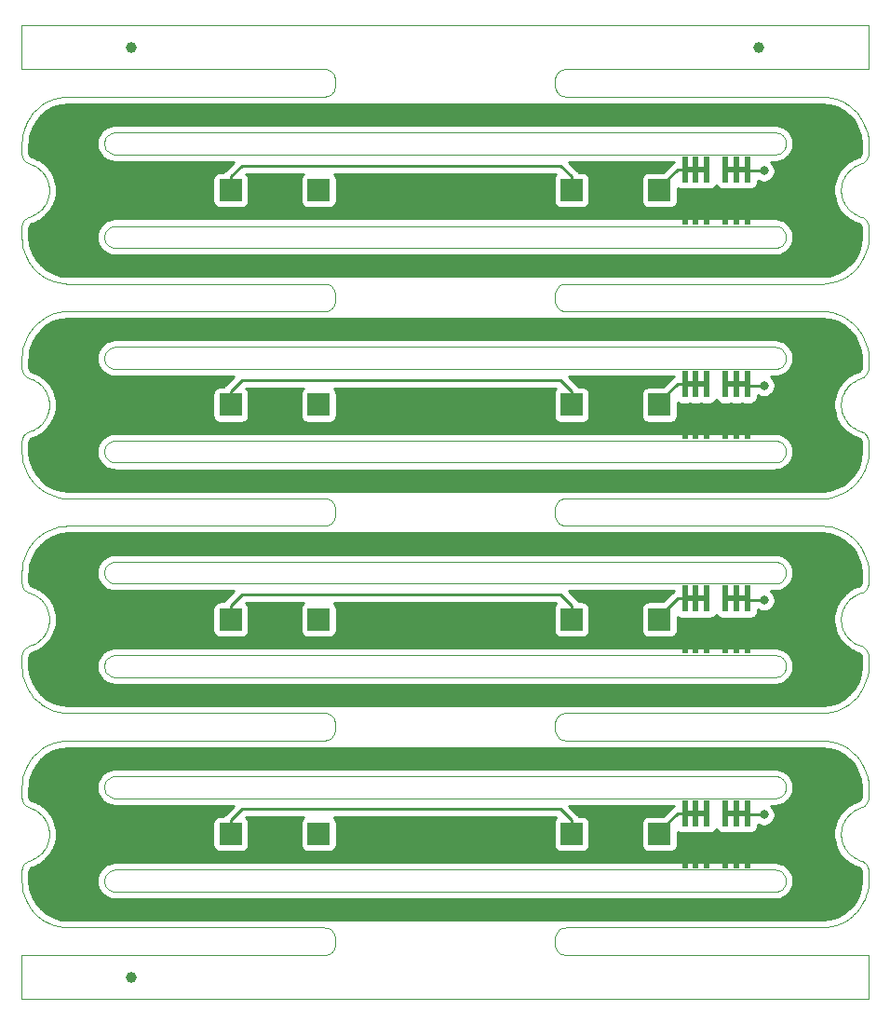
<source format=gbr>
G04 #@! TF.GenerationSoftware,KiCad,Pcbnew,5.1.5+dfsg1-2build2*
G04 #@! TF.CreationDate,2021-10-10T04:01:29+00:00*
G04 #@! TF.ProjectId,base_3.3,62617365-5f33-42e3-932e-6b696361645f,rev?*
G04 #@! TF.SameCoordinates,Original*
G04 #@! TF.FileFunction,Copper,L1,Top*
G04 #@! TF.FilePolarity,Positive*
%FSLAX46Y46*%
G04 Gerber Fmt 4.6, Leading zero omitted, Abs format (unit mm)*
G04 Created by KiCad (PCBNEW 5.1.5+dfsg1-2build2) date 2021-10-10 04:01:29*
%MOMM*%
%LPD*%
G04 APERTURE LIST*
G04 #@! TA.AperFunction,Profile*
%ADD10C,0.100000*%
G04 #@! TD*
G04 #@! TA.AperFunction,BGAPad,CuDef*
%ADD11C,1.000000*%
G04 #@! TD*
G04 #@! TA.AperFunction,SMDPad,CuDef*
%ADD12R,0.560000X2.400000*%
G04 #@! TD*
G04 #@! TA.AperFunction,ComponentPad*
%ADD13R,2.000000X2.000000*%
G04 #@! TD*
G04 #@! TA.AperFunction,ViaPad*
%ADD14C,0.800000*%
G04 #@! TD*
G04 #@! TA.AperFunction,Conductor*
%ADD15C,0.250000*%
G04 #@! TD*
G04 #@! TA.AperFunction,Conductor*
%ADD16C,0.500000*%
G04 #@! TD*
G04 #@! TA.AperFunction,Conductor*
%ADD17C,0.254000*%
G04 #@! TD*
G04 APERTURE END LIST*
D10*
X118749900Y-102715900D02*
X118651100Y-102736200D01*
X118846400Y-102685700D02*
X118749900Y-102715900D01*
X118939300Y-102645900D02*
X118846400Y-102685700D01*
X119027600Y-102596800D02*
X118939300Y-102645900D01*
X119110800Y-102538900D02*
X119027600Y-102596800D01*
X119187500Y-102473100D02*
X119110800Y-102538900D01*
X119257100Y-102399800D02*
X119187500Y-102473100D01*
X119319000Y-102319900D02*
X119257100Y-102399800D01*
X119372400Y-102234100D02*
X119319000Y-102319900D01*
X119416900Y-102143400D02*
X119372400Y-102234100D01*
X119452000Y-102048600D02*
X119416900Y-102143400D01*
X119477300Y-101950700D02*
X119452000Y-102048600D01*
X119492600Y-101850800D02*
X119477300Y-101950700D01*
X119497700Y-101749900D02*
X119492600Y-101850800D01*
X119492600Y-101649200D02*
X119497700Y-101749900D01*
X119477300Y-101549300D02*
X119492600Y-101649200D01*
X119452000Y-101451500D02*
X119477300Y-101549300D01*
X119416900Y-101356700D02*
X119452000Y-101451500D01*
X119372400Y-101266000D02*
X119416900Y-101356700D01*
X119319000Y-101180200D02*
X119372400Y-101266000D01*
X119257100Y-101100300D02*
X119319000Y-101180200D01*
X119187300Y-101026800D02*
X119257100Y-101100300D01*
X119110600Y-100961000D02*
X119187300Y-101026800D01*
X119027600Y-100903300D02*
X119110600Y-100961000D01*
X118939300Y-100854200D02*
X119027600Y-100903300D01*
X118846600Y-100814500D02*
X118939300Y-100854200D01*
X118750200Y-100784200D02*
X118846600Y-100814500D01*
X118651200Y-100763800D02*
X118750200Y-100784200D01*
X118550700Y-100753600D02*
X118651200Y-100763800D01*
X118474800Y-100751000D02*
X118550700Y-100753600D01*
X58525400Y-100751000D02*
X118474800Y-100751000D01*
X58449200Y-100753600D02*
X58525400Y-100751000D01*
X58348800Y-100763800D02*
X58449200Y-100753600D01*
X58249800Y-100784200D02*
X58348800Y-100763800D01*
X58153400Y-100814500D02*
X58249800Y-100784200D01*
X58060500Y-100854300D02*
X58153400Y-100814500D01*
X57972100Y-100903400D02*
X58060500Y-100854300D01*
X57889200Y-100961100D02*
X57972100Y-100903400D01*
X57812500Y-101027000D02*
X57889200Y-100961100D01*
X57742900Y-101100300D02*
X57812500Y-101027000D01*
X57681000Y-101180200D02*
X57742900Y-101100300D01*
X57627600Y-101266000D02*
X57681000Y-101180200D01*
X57583100Y-101356700D02*
X57627600Y-101266000D01*
X57548100Y-101451200D02*
X57583100Y-101356700D01*
X57522700Y-101549100D02*
X57548100Y-101451200D01*
X57507400Y-101649000D02*
X57522700Y-101549100D01*
X57502300Y-101749900D02*
X57507400Y-101649000D01*
X57507400Y-101850800D02*
X57502300Y-101749900D01*
X57522700Y-101950700D02*
X57507400Y-101850800D01*
X57548000Y-102048600D02*
X57522700Y-101950700D01*
X57583100Y-102143400D02*
X57548000Y-102048600D01*
X57627600Y-102234100D02*
X57583100Y-102143400D01*
X57681000Y-102319900D02*
X57627600Y-102234100D01*
X57742900Y-102399800D02*
X57681000Y-102319900D01*
X57812500Y-102473100D02*
X57742900Y-102399800D01*
X57889200Y-102538900D02*
X57812500Y-102473100D01*
X57972100Y-102596700D02*
X57889200Y-102538900D01*
X58060500Y-102645700D02*
X57972100Y-102596700D01*
X58153400Y-102685600D02*
X58060500Y-102645700D01*
X58249800Y-102715900D02*
X58153400Y-102685600D01*
X58348800Y-102736200D02*
X58249800Y-102715900D01*
X58449300Y-102746500D02*
X58348800Y-102736200D01*
X58525200Y-102749000D02*
X58449300Y-102746500D01*
X118474900Y-102749000D02*
X58525200Y-102749000D01*
X118550500Y-102746500D02*
X118474900Y-102749000D01*
X118651100Y-102736200D02*
X118550500Y-102746500D01*
X118749900Y-94215900D02*
X118651100Y-94236200D01*
X118846400Y-94185700D02*
X118749900Y-94215900D01*
X118939300Y-94145900D02*
X118846400Y-94185700D01*
X119027600Y-94096800D02*
X118939300Y-94145900D01*
X119110800Y-94038900D02*
X119027600Y-94096800D01*
X119187500Y-93973100D02*
X119110800Y-94038900D01*
X119257100Y-93899800D02*
X119187500Y-93973100D01*
X119319000Y-93819900D02*
X119257100Y-93899800D01*
X119372400Y-93734100D02*
X119319000Y-93819900D01*
X119416900Y-93643400D02*
X119372400Y-93734100D01*
X119452000Y-93548600D02*
X119416900Y-93643400D01*
X119477300Y-93450700D02*
X119452000Y-93548600D01*
X119492600Y-93350800D02*
X119477300Y-93450700D01*
X119497700Y-93249900D02*
X119492600Y-93350800D01*
X119492600Y-93149200D02*
X119497700Y-93249900D01*
X119477300Y-93049300D02*
X119492600Y-93149200D01*
X119452000Y-92951500D02*
X119477300Y-93049300D01*
X119416900Y-92856700D02*
X119452000Y-92951500D01*
X119372400Y-92766000D02*
X119416900Y-92856700D01*
X119319000Y-92680200D02*
X119372400Y-92766000D01*
X119257100Y-92600300D02*
X119319000Y-92680200D01*
X119187300Y-92526800D02*
X119257100Y-92600300D01*
X119110600Y-92461000D02*
X119187300Y-92526800D01*
X119027600Y-92403300D02*
X119110600Y-92461000D01*
X118939300Y-92354200D02*
X119027600Y-92403300D01*
X118846600Y-92314500D02*
X118939300Y-92354200D01*
X118750200Y-92284200D02*
X118846600Y-92314500D01*
X118651200Y-92263800D02*
X118750200Y-92284200D01*
X118550700Y-92253600D02*
X118651200Y-92263800D01*
X118474800Y-92251000D02*
X118550700Y-92253600D01*
X58525400Y-92251000D02*
X118474800Y-92251000D01*
X58449200Y-92253600D02*
X58525400Y-92251000D01*
X58348800Y-92263800D02*
X58449200Y-92253600D01*
X58249800Y-92284200D02*
X58348800Y-92263800D01*
X58153400Y-92314500D02*
X58249800Y-92284200D01*
X58060500Y-92354300D02*
X58153400Y-92314500D01*
X57972100Y-92403400D02*
X58060500Y-92354300D01*
X57889200Y-92461100D02*
X57972100Y-92403400D01*
X57812500Y-92527000D02*
X57889200Y-92461100D01*
X57742900Y-92600300D02*
X57812500Y-92527000D01*
X57681000Y-92680200D02*
X57742900Y-92600300D01*
X57627600Y-92766000D02*
X57681000Y-92680200D01*
X57583100Y-92856700D02*
X57627600Y-92766000D01*
X57548100Y-92951200D02*
X57583100Y-92856700D01*
X57522700Y-93049100D02*
X57548100Y-92951200D01*
X57507400Y-93149000D02*
X57522700Y-93049100D01*
X57502300Y-93249900D02*
X57507400Y-93149000D01*
X57507400Y-93350800D02*
X57502300Y-93249900D01*
X57522700Y-93450700D02*
X57507400Y-93350800D01*
X57548000Y-93548600D02*
X57522700Y-93450700D01*
X57583100Y-93643400D02*
X57548000Y-93548600D01*
X57627600Y-93734100D02*
X57583100Y-93643400D01*
X57681000Y-93819900D02*
X57627600Y-93734100D01*
X57742900Y-93899800D02*
X57681000Y-93819900D01*
X57812500Y-93973100D02*
X57742900Y-93899800D01*
X57889200Y-94038900D02*
X57812500Y-93973100D01*
X57972100Y-94096700D02*
X57889200Y-94038900D01*
X58060500Y-94145700D02*
X57972100Y-94096700D01*
X58153400Y-94185600D02*
X58060500Y-94145700D01*
X58249800Y-94215900D02*
X58153400Y-94185600D01*
X58348800Y-94236200D02*
X58249800Y-94215900D01*
X58449300Y-94246500D02*
X58348800Y-94236200D01*
X58525200Y-94249000D02*
X58449300Y-94246500D01*
X118474900Y-94249000D02*
X58525200Y-94249000D01*
X118550500Y-94246500D02*
X118474900Y-94249000D01*
X118651100Y-94236200D02*
X118550500Y-94246500D01*
X118749900Y-83215900D02*
X118651000Y-83236200D01*
X118846400Y-83185700D02*
X118749900Y-83215900D01*
X118939300Y-83145800D02*
X118846400Y-83185700D01*
X119027600Y-83096800D02*
X118939300Y-83145800D01*
X119110800Y-83038900D02*
X119027600Y-83096800D01*
X119187500Y-82973100D02*
X119110800Y-83038900D01*
X119257100Y-82899800D02*
X119187500Y-82973100D01*
X119319000Y-82819900D02*
X119257100Y-82899800D01*
X119372400Y-82734100D02*
X119319000Y-82819900D01*
X119416900Y-82643300D02*
X119372400Y-82734100D01*
X119452000Y-82548600D02*
X119416900Y-82643300D01*
X119477300Y-82450700D02*
X119452000Y-82548600D01*
X119492600Y-82350800D02*
X119477300Y-82450700D01*
X119497700Y-82249900D02*
X119492600Y-82350800D01*
X119492600Y-82149200D02*
X119497700Y-82249900D01*
X119477300Y-82049300D02*
X119492600Y-82149200D01*
X119452000Y-81951500D02*
X119477300Y-82049300D01*
X119416900Y-81856700D02*
X119452000Y-81951500D01*
X119372400Y-81765900D02*
X119416900Y-81856700D01*
X119319000Y-81680200D02*
X119372400Y-81765900D01*
X119257100Y-81600200D02*
X119319000Y-81680200D01*
X119187300Y-81526800D02*
X119257100Y-81600200D01*
X119110600Y-81461000D02*
X119187300Y-81526800D01*
X119027600Y-81403200D02*
X119110600Y-81461000D01*
X118939300Y-81354200D02*
X119027600Y-81403200D01*
X118846600Y-81314500D02*
X118939300Y-81354200D01*
X118750200Y-81284200D02*
X118846600Y-81314500D01*
X118651200Y-81263800D02*
X118750200Y-81284200D01*
X118550700Y-81253600D02*
X118651200Y-81263800D01*
X118474800Y-81251000D02*
X118550700Y-81253600D01*
X58525300Y-81251000D02*
X118474800Y-81251000D01*
X58449200Y-81253600D02*
X58525300Y-81251000D01*
X58348800Y-81263800D02*
X58449200Y-81253600D01*
X58249800Y-81284200D02*
X58348800Y-81263800D01*
X58153400Y-81314500D02*
X58249800Y-81284200D01*
X58060500Y-81354300D02*
X58153400Y-81314500D01*
X57972100Y-81403400D02*
X58060500Y-81354300D01*
X57889200Y-81461100D02*
X57972100Y-81403400D01*
X57812500Y-81527000D02*
X57889200Y-81461100D01*
X57742900Y-81600200D02*
X57812500Y-81527000D01*
X57681000Y-81680200D02*
X57742900Y-81600200D01*
X57627600Y-81765900D02*
X57681000Y-81680200D01*
X57583100Y-81856700D02*
X57627600Y-81765900D01*
X57548100Y-81951200D02*
X57583100Y-81856700D01*
X57522700Y-82049000D02*
X57548100Y-81951200D01*
X57507400Y-82148900D02*
X57522700Y-82049000D01*
X57502300Y-82249900D02*
X57507400Y-82148900D01*
X57507400Y-82350800D02*
X57502300Y-82249900D01*
X57522700Y-82450700D02*
X57507400Y-82350800D01*
X57548000Y-82548600D02*
X57522700Y-82450700D01*
X57583100Y-82643300D02*
X57548000Y-82548600D01*
X57627600Y-82734100D02*
X57583100Y-82643300D01*
X57681000Y-82819900D02*
X57627600Y-82734100D01*
X57742900Y-82899800D02*
X57681000Y-82819900D01*
X57812500Y-82973100D02*
X57742900Y-82899800D01*
X57889200Y-83038900D02*
X57812500Y-82973100D01*
X57972100Y-83096700D02*
X57889200Y-83038900D01*
X58060500Y-83145700D02*
X57972100Y-83096700D01*
X58153400Y-83185600D02*
X58060500Y-83145700D01*
X58249800Y-83215800D02*
X58153400Y-83185600D01*
X58348800Y-83236200D02*
X58249800Y-83215800D01*
X58449300Y-83246400D02*
X58348800Y-83236200D01*
X58525200Y-83249000D02*
X58449300Y-83246400D01*
X118474800Y-83249000D02*
X58525200Y-83249000D01*
X118550600Y-83246400D02*
X118474800Y-83249000D01*
X118651000Y-83236200D02*
X118550600Y-83246400D01*
X118749900Y-74715900D02*
X118651000Y-74736200D01*
X118846400Y-74685700D02*
X118749900Y-74715900D01*
X118939300Y-74645800D02*
X118846400Y-74685700D01*
X119027600Y-74596800D02*
X118939300Y-74645800D01*
X119110800Y-74538900D02*
X119027600Y-74596800D01*
X119187500Y-74473100D02*
X119110800Y-74538900D01*
X119257100Y-74399800D02*
X119187500Y-74473100D01*
X119319000Y-74319900D02*
X119257100Y-74399800D01*
X119372400Y-74234100D02*
X119319000Y-74319900D01*
X119416900Y-74143300D02*
X119372400Y-74234100D01*
X119452000Y-74048600D02*
X119416900Y-74143300D01*
X119477300Y-73950700D02*
X119452000Y-74048600D01*
X119492600Y-73850800D02*
X119477300Y-73950700D01*
X119497700Y-73749900D02*
X119492600Y-73850800D01*
X119492600Y-73649200D02*
X119497700Y-73749900D01*
X119477300Y-73549300D02*
X119492600Y-73649200D01*
X119452000Y-73451500D02*
X119477300Y-73549300D01*
X119416900Y-73356700D02*
X119452000Y-73451500D01*
X119372400Y-73265900D02*
X119416900Y-73356700D01*
X119319000Y-73180200D02*
X119372400Y-73265900D01*
X119257100Y-73100200D02*
X119319000Y-73180200D01*
X119187300Y-73026800D02*
X119257100Y-73100200D01*
X119110600Y-72961000D02*
X119187300Y-73026800D01*
X119027600Y-72903200D02*
X119110600Y-72961000D01*
X118939300Y-72854200D02*
X119027600Y-72903200D01*
X118846600Y-72814500D02*
X118939300Y-72854200D01*
X118750200Y-72784200D02*
X118846600Y-72814500D01*
X118651200Y-72763800D02*
X118750200Y-72784200D01*
X118550700Y-72753600D02*
X118651200Y-72763800D01*
X118474800Y-72751000D02*
X118550700Y-72753600D01*
X58525300Y-72751000D02*
X118474800Y-72751000D01*
X58449200Y-72753600D02*
X58525300Y-72751000D01*
X58348800Y-72763800D02*
X58449200Y-72753600D01*
X58249800Y-72784200D02*
X58348800Y-72763800D01*
X58153400Y-72814500D02*
X58249800Y-72784200D01*
X58060500Y-72854300D02*
X58153400Y-72814500D01*
X57972100Y-72903400D02*
X58060500Y-72854300D01*
X57889200Y-72961100D02*
X57972100Y-72903400D01*
X57812500Y-73027000D02*
X57889200Y-72961100D01*
X57742900Y-73100200D02*
X57812500Y-73027000D01*
X57681000Y-73180200D02*
X57742900Y-73100200D01*
X57627600Y-73265900D02*
X57681000Y-73180200D01*
X57583100Y-73356700D02*
X57627600Y-73265900D01*
X57548100Y-73451200D02*
X57583100Y-73356700D01*
X57522700Y-73549000D02*
X57548100Y-73451200D01*
X57507400Y-73648900D02*
X57522700Y-73549000D01*
X57502300Y-73749900D02*
X57507400Y-73648900D01*
X57507400Y-73850800D02*
X57502300Y-73749900D01*
X57522700Y-73950700D02*
X57507400Y-73850800D01*
X57548000Y-74048600D02*
X57522700Y-73950700D01*
X57583100Y-74143300D02*
X57548000Y-74048600D01*
X57627600Y-74234100D02*
X57583100Y-74143300D01*
X57681000Y-74319900D02*
X57627600Y-74234100D01*
X57742900Y-74399800D02*
X57681000Y-74319900D01*
X57812500Y-74473100D02*
X57742900Y-74399800D01*
X57889200Y-74538900D02*
X57812500Y-74473100D01*
X57972100Y-74596700D02*
X57889200Y-74538900D01*
X58060500Y-74645700D02*
X57972100Y-74596700D01*
X58153400Y-74685600D02*
X58060500Y-74645700D01*
X58249800Y-74715800D02*
X58153400Y-74685600D01*
X58348800Y-74736200D02*
X58249800Y-74715800D01*
X58449300Y-74746400D02*
X58348800Y-74736200D01*
X58525200Y-74749000D02*
X58449300Y-74746400D01*
X118474800Y-74749000D02*
X58525200Y-74749000D01*
X118550600Y-74746400D02*
X118474800Y-74749000D01*
X118651000Y-74736200D02*
X118550600Y-74746400D01*
X118749900Y-63715900D02*
X118651000Y-63736200D01*
X118846400Y-63685700D02*
X118749900Y-63715900D01*
X118939300Y-63645800D02*
X118846400Y-63685700D01*
X119027600Y-63596800D02*
X118939300Y-63645800D01*
X119110600Y-63539100D02*
X119027600Y-63596800D01*
X119187300Y-63473200D02*
X119110600Y-63539100D01*
X119257100Y-63399800D02*
X119187300Y-63473200D01*
X119319000Y-63319900D02*
X119257100Y-63399800D01*
X119372300Y-63234300D02*
X119319000Y-63319900D01*
X119416800Y-63143600D02*
X119372300Y-63234300D01*
X119451900Y-63048800D02*
X119416800Y-63143600D01*
X119477300Y-62951000D02*
X119451900Y-63048800D01*
X119492600Y-62851100D02*
X119477300Y-62951000D01*
X119497700Y-62750100D02*
X119492600Y-62851100D01*
X119492600Y-62649200D02*
X119497700Y-62750100D01*
X119477300Y-62549300D02*
X119492600Y-62649200D01*
X119452000Y-62451500D02*
X119477300Y-62549300D01*
X119416900Y-62356700D02*
X119452000Y-62451500D01*
X119372400Y-62265900D02*
X119416900Y-62356700D01*
X119319000Y-62180200D02*
X119372400Y-62265900D01*
X119257100Y-62100200D02*
X119319000Y-62180200D01*
X119187300Y-62026800D02*
X119257100Y-62100200D01*
X119110600Y-61960900D02*
X119187300Y-62026800D01*
X119027900Y-61903400D02*
X119110600Y-61960900D01*
X118939500Y-61854300D02*
X119027900Y-61903400D01*
X118846600Y-61814400D02*
X118939500Y-61854300D01*
X118750200Y-61784200D02*
X118846600Y-61814400D01*
X118651200Y-61763800D02*
X118750200Y-61784200D01*
X118550700Y-61753600D02*
X118651200Y-61763800D01*
X118474800Y-61751000D02*
X118550700Y-61753600D01*
X58525200Y-61751000D02*
X118474800Y-61751000D01*
X58449300Y-61753600D02*
X58525200Y-61751000D01*
X58348800Y-61763800D02*
X58449300Y-61753600D01*
X58249800Y-61784200D02*
X58348800Y-61763800D01*
X58153400Y-61814400D02*
X58249800Y-61784200D01*
X58060500Y-61854300D02*
X58153400Y-61814400D01*
X57972100Y-61903400D02*
X58060500Y-61854300D01*
X57889200Y-61961100D02*
X57972100Y-61903400D01*
X57812500Y-62027000D02*
X57889200Y-61961100D01*
X57742900Y-62100200D02*
X57812500Y-62027000D01*
X57681000Y-62180200D02*
X57742900Y-62100200D01*
X57627600Y-62265900D02*
X57681000Y-62180200D01*
X57583100Y-62356700D02*
X57627600Y-62265900D01*
X57548000Y-62451500D02*
X57583100Y-62356700D01*
X57522700Y-62549000D02*
X57548000Y-62451500D01*
X57507400Y-62648900D02*
X57522700Y-62549000D01*
X57502300Y-62749900D02*
X57507400Y-62648900D01*
X57507400Y-62850800D02*
X57502300Y-62749900D01*
X57522700Y-62950700D02*
X57507400Y-62850800D01*
X57548000Y-63048500D02*
X57522700Y-62950700D01*
X57583100Y-63143300D02*
X57548000Y-63048500D01*
X57627600Y-63234100D02*
X57583100Y-63143300D01*
X57681000Y-63319900D02*
X57627600Y-63234100D01*
X57742900Y-63399800D02*
X57681000Y-63319900D01*
X57812500Y-63473000D02*
X57742900Y-63399800D01*
X57889200Y-63538900D02*
X57812500Y-63473000D01*
X57972100Y-63596600D02*
X57889200Y-63538900D01*
X58060500Y-63645700D02*
X57972100Y-63596600D01*
X58153400Y-63685600D02*
X58060500Y-63645700D01*
X58249800Y-63715800D02*
X58153400Y-63685600D01*
X58348800Y-63736200D02*
X58249800Y-63715800D01*
X58449300Y-63746400D02*
X58348800Y-63736200D01*
X58525200Y-63749000D02*
X58449300Y-63746400D01*
X118474800Y-63749000D02*
X58525200Y-63749000D01*
X118550700Y-63746400D02*
X118474800Y-63749000D01*
X118651000Y-63736200D02*
X118550700Y-63746400D01*
X118749900Y-55215900D02*
X118651000Y-55236200D01*
X118846400Y-55185700D02*
X118749900Y-55215900D01*
X118939300Y-55145800D02*
X118846400Y-55185700D01*
X119027600Y-55096800D02*
X118939300Y-55145800D01*
X119110600Y-55039100D02*
X119027600Y-55096800D01*
X119187300Y-54973200D02*
X119110600Y-55039100D01*
X119257100Y-54899800D02*
X119187300Y-54973200D01*
X119319000Y-54819900D02*
X119257100Y-54899800D01*
X119372300Y-54734300D02*
X119319000Y-54819900D01*
X119416800Y-54643600D02*
X119372300Y-54734300D01*
X119451900Y-54548800D02*
X119416800Y-54643600D01*
X119477300Y-54451000D02*
X119451900Y-54548800D01*
X119492600Y-54351100D02*
X119477300Y-54451000D01*
X119497700Y-54250100D02*
X119492600Y-54351100D01*
X119492600Y-54149200D02*
X119497700Y-54250100D01*
X119477300Y-54049300D02*
X119492600Y-54149200D01*
X119452000Y-53951500D02*
X119477300Y-54049300D01*
X119416900Y-53856700D02*
X119452000Y-53951500D01*
X119372400Y-53765900D02*
X119416900Y-53856700D01*
X119319000Y-53680200D02*
X119372400Y-53765900D01*
X119257100Y-53600200D02*
X119319000Y-53680200D01*
X119187300Y-53526800D02*
X119257100Y-53600200D01*
X119110600Y-53460900D02*
X119187300Y-53526800D01*
X119027900Y-53403400D02*
X119110600Y-53460900D01*
X118939500Y-53354300D02*
X119027900Y-53403400D01*
X118846600Y-53314400D02*
X118939500Y-53354300D01*
X118750200Y-53284200D02*
X118846600Y-53314400D01*
X118651200Y-53263800D02*
X118750200Y-53284200D01*
X118550700Y-53253600D02*
X118651200Y-53263800D01*
X118474800Y-53251000D02*
X118550700Y-53253600D01*
X58525200Y-53251000D02*
X118474800Y-53251000D01*
X58449300Y-53253600D02*
X58525200Y-53251000D01*
X58348800Y-53263800D02*
X58449300Y-53253600D01*
X58249800Y-53284200D02*
X58348800Y-53263800D01*
X58153400Y-53314400D02*
X58249800Y-53284200D01*
X58060500Y-53354300D02*
X58153400Y-53314400D01*
X57972100Y-53403400D02*
X58060500Y-53354300D01*
X57889200Y-53461100D02*
X57972100Y-53403400D01*
X57812500Y-53527000D02*
X57889200Y-53461100D01*
X57742900Y-53600200D02*
X57812500Y-53527000D01*
X57681000Y-53680200D02*
X57742900Y-53600200D01*
X57627600Y-53765900D02*
X57681000Y-53680200D01*
X57583100Y-53856700D02*
X57627600Y-53765900D01*
X57548000Y-53951500D02*
X57583100Y-53856700D01*
X57522700Y-54049000D02*
X57548000Y-53951500D01*
X57507400Y-54148900D02*
X57522700Y-54049000D01*
X57502300Y-54249900D02*
X57507400Y-54148900D01*
X57507400Y-54350800D02*
X57502300Y-54249900D01*
X57522700Y-54450700D02*
X57507400Y-54350800D01*
X57548000Y-54548500D02*
X57522700Y-54450700D01*
X57583100Y-54643300D02*
X57548000Y-54548500D01*
X57627600Y-54734100D02*
X57583100Y-54643300D01*
X57681000Y-54819900D02*
X57627600Y-54734100D01*
X57742900Y-54899800D02*
X57681000Y-54819900D01*
X57812500Y-54973000D02*
X57742900Y-54899800D01*
X57889200Y-55038900D02*
X57812500Y-54973000D01*
X57972100Y-55096600D02*
X57889200Y-55038900D01*
X58060500Y-55145700D02*
X57972100Y-55096600D01*
X58153400Y-55185600D02*
X58060500Y-55145700D01*
X58249800Y-55215800D02*
X58153400Y-55185600D01*
X58348800Y-55236200D02*
X58249800Y-55215800D01*
X58449300Y-55246400D02*
X58348800Y-55236200D01*
X58525200Y-55249000D02*
X58449300Y-55246400D01*
X118474800Y-55249000D02*
X58525200Y-55249000D01*
X118550700Y-55246400D02*
X118474800Y-55249000D01*
X118651000Y-55236200D02*
X118550700Y-55246400D01*
X118750200Y-122215900D02*
X118650700Y-122236300D01*
X118846600Y-122185600D02*
X118750200Y-122215900D01*
X118939500Y-122145700D02*
X118846600Y-122185600D01*
X119027900Y-122096700D02*
X118939500Y-122145700D01*
X119110800Y-122038900D02*
X119027900Y-122096700D01*
X119187500Y-121973100D02*
X119110800Y-122038900D01*
X119257100Y-121899800D02*
X119187500Y-121973100D01*
X119319000Y-121819900D02*
X119257100Y-121899800D01*
X119372400Y-121734100D02*
X119319000Y-121819900D01*
X119416900Y-121643400D02*
X119372400Y-121734100D01*
X119452000Y-121548600D02*
X119416900Y-121643400D01*
X119477300Y-121450800D02*
X119452000Y-121548600D01*
X119492600Y-121350900D02*
X119477300Y-121450800D01*
X119497700Y-121249900D02*
X119492600Y-121350900D01*
X119492600Y-121149300D02*
X119497700Y-121249900D01*
X119477300Y-121049300D02*
X119492600Y-121149300D01*
X119452000Y-120951500D02*
X119477300Y-121049300D01*
X119416900Y-120856700D02*
X119452000Y-120951500D01*
X119372400Y-120766000D02*
X119416900Y-120856700D01*
X119319000Y-120680200D02*
X119372400Y-120766000D01*
X119257100Y-120600300D02*
X119319000Y-120680200D01*
X119187300Y-120526800D02*
X119257100Y-120600300D01*
X119110600Y-120461000D02*
X119187300Y-120526800D01*
X119027600Y-120403300D02*
X119110600Y-120461000D01*
X118939300Y-120354200D02*
X119027600Y-120403300D01*
X118846600Y-120314500D02*
X118939300Y-120354200D01*
X118750200Y-120284200D02*
X118846600Y-120314500D01*
X118651200Y-120263900D02*
X118750200Y-120284200D01*
X118550700Y-120253600D02*
X118651200Y-120263900D01*
X118474800Y-120251100D02*
X118550700Y-120253600D01*
X58525000Y-120251100D02*
X118474800Y-120251100D01*
X58449600Y-120253600D02*
X58525000Y-120251100D01*
X58348800Y-120263900D02*
X58449600Y-120253600D01*
X58249800Y-120284200D02*
X58348800Y-120263900D01*
X58153400Y-120314500D02*
X58249800Y-120284200D01*
X58060500Y-120354400D02*
X58153400Y-120314500D01*
X57972100Y-120403400D02*
X58060500Y-120354400D01*
X57889200Y-120461200D02*
X57972100Y-120403400D01*
X57812500Y-120527000D02*
X57889200Y-120461200D01*
X57742900Y-120600300D02*
X57812500Y-120527000D01*
X57681000Y-120680200D02*
X57742900Y-120600300D01*
X57627600Y-120766000D02*
X57681000Y-120680200D01*
X57583100Y-120856700D02*
X57627600Y-120766000D01*
X57548100Y-120951200D02*
X57583100Y-120856700D01*
X57522700Y-121049100D02*
X57548100Y-120951200D01*
X57507400Y-121149000D02*
X57522700Y-121049100D01*
X57502300Y-121249900D02*
X57507400Y-121149000D01*
X57507400Y-121350900D02*
X57502300Y-121249900D01*
X57522700Y-121450800D02*
X57507400Y-121350900D01*
X57548000Y-121548600D02*
X57522700Y-121450800D01*
X57583100Y-121643400D02*
X57548000Y-121548600D01*
X57627600Y-121734100D02*
X57583100Y-121643400D01*
X57681000Y-121819900D02*
X57627600Y-121734100D01*
X57742900Y-121899800D02*
X57681000Y-121819900D01*
X57812500Y-121973100D02*
X57742900Y-121899800D01*
X57889200Y-122038900D02*
X57812500Y-121973100D01*
X57972100Y-122096700D02*
X57889200Y-122038900D01*
X58060500Y-122145700D02*
X57972100Y-122096700D01*
X58153400Y-122185600D02*
X58060500Y-122145700D01*
X58249800Y-122215900D02*
X58153400Y-122185600D01*
X58348800Y-122236200D02*
X58249800Y-122215900D01*
X58449300Y-122246500D02*
X58348800Y-122236200D01*
X58525200Y-122249100D02*
X58449300Y-122246500D01*
X118474500Y-122249100D02*
X58525200Y-122249100D01*
X118550900Y-122246500D02*
X118474500Y-122249100D01*
X118650700Y-122236300D02*
X118550900Y-122246500D01*
X118750200Y-113715900D02*
X118650700Y-113736300D01*
X118846600Y-113685600D02*
X118750200Y-113715900D01*
X118939500Y-113645700D02*
X118846600Y-113685600D01*
X119027900Y-113596700D02*
X118939500Y-113645700D01*
X119110800Y-113538900D02*
X119027900Y-113596700D01*
X119187500Y-113473100D02*
X119110800Y-113538900D01*
X119257100Y-113399800D02*
X119187500Y-113473100D01*
X119319000Y-113319900D02*
X119257100Y-113399800D01*
X119372400Y-113234100D02*
X119319000Y-113319900D01*
X119416900Y-113143400D02*
X119372400Y-113234100D01*
X119452000Y-113048600D02*
X119416900Y-113143400D01*
X119477300Y-112950800D02*
X119452000Y-113048600D01*
X119492600Y-112850900D02*
X119477300Y-112950800D01*
X119497700Y-112749900D02*
X119492600Y-112850900D01*
X119492600Y-112649300D02*
X119497700Y-112749900D01*
X119477300Y-112549300D02*
X119492600Y-112649300D01*
X119452000Y-112451500D02*
X119477300Y-112549300D01*
X119416900Y-112356700D02*
X119452000Y-112451500D01*
X119372400Y-112266000D02*
X119416900Y-112356700D01*
X119319000Y-112180200D02*
X119372400Y-112266000D01*
X119257100Y-112100300D02*
X119319000Y-112180200D01*
X119187300Y-112026800D02*
X119257100Y-112100300D01*
X119110600Y-111961000D02*
X119187300Y-112026800D01*
X119027600Y-111903300D02*
X119110600Y-111961000D01*
X118939300Y-111854200D02*
X119027600Y-111903300D01*
X118846600Y-111814500D02*
X118939300Y-111854200D01*
X118750200Y-111784200D02*
X118846600Y-111814500D01*
X118651200Y-111763900D02*
X118750200Y-111784200D01*
X118550700Y-111753600D02*
X118651200Y-111763900D01*
X118474800Y-111751100D02*
X118550700Y-111753600D01*
X58525000Y-111751100D02*
X118474800Y-111751100D01*
X58449600Y-111753600D02*
X58525000Y-111751100D01*
X58348800Y-111763900D02*
X58449600Y-111753600D01*
X58249800Y-111784200D02*
X58348800Y-111763900D01*
X58153400Y-111814500D02*
X58249800Y-111784200D01*
X58060500Y-111854400D02*
X58153400Y-111814500D01*
X57972100Y-111903400D02*
X58060500Y-111854400D01*
X57889200Y-111961200D02*
X57972100Y-111903400D01*
X57812500Y-112027000D02*
X57889200Y-111961200D01*
X57742900Y-112100300D02*
X57812500Y-112027000D01*
X57681000Y-112180200D02*
X57742900Y-112100300D01*
X57627600Y-112266000D02*
X57681000Y-112180200D01*
X57583100Y-112356700D02*
X57627600Y-112266000D01*
X57548100Y-112451200D02*
X57583100Y-112356700D01*
X57522700Y-112549100D02*
X57548100Y-112451200D01*
X57507400Y-112649000D02*
X57522700Y-112549100D01*
X57502300Y-112749900D02*
X57507400Y-112649000D01*
X57507400Y-112850900D02*
X57502300Y-112749900D01*
X57522700Y-112950800D02*
X57507400Y-112850900D01*
X57548000Y-113048600D02*
X57522700Y-112950800D01*
X57583100Y-113143400D02*
X57548000Y-113048600D01*
X57627600Y-113234100D02*
X57583100Y-113143400D01*
X57681000Y-113319900D02*
X57627600Y-113234100D01*
X57742900Y-113399800D02*
X57681000Y-113319900D01*
X57812500Y-113473100D02*
X57742900Y-113399800D01*
X57889200Y-113538900D02*
X57812500Y-113473100D01*
X57972100Y-113596700D02*
X57889200Y-113538900D01*
X58060500Y-113645700D02*
X57972100Y-113596700D01*
X58153400Y-113685600D02*
X58060500Y-113645700D01*
X58249800Y-113715900D02*
X58153400Y-113685600D01*
X58348800Y-113736200D02*
X58249800Y-113715900D01*
X58449300Y-113746500D02*
X58348800Y-113736200D01*
X58525200Y-113749100D02*
X58449300Y-113746500D01*
X118474500Y-113749100D02*
X58525200Y-113749100D01*
X118550900Y-113746500D02*
X118474500Y-113749100D01*
X118650700Y-113736300D02*
X118550900Y-113746500D01*
X126976500Y-43499000D02*
X50009200Y-43499700D01*
X126991800Y-43499800D02*
X126976500Y-43499000D01*
X126997700Y-43503000D02*
X126991800Y-43499800D01*
X127000200Y-43508200D02*
X126997700Y-43503000D01*
X127001000Y-43523500D02*
X127000200Y-43508200D01*
X127001000Y-47475500D02*
X127001000Y-43523500D01*
X126999700Y-47492700D02*
X127001000Y-47475500D01*
X126996300Y-47497400D02*
X126999700Y-47492700D01*
X126991800Y-47499200D02*
X126996300Y-47497400D01*
X99491300Y-47500000D02*
X126991800Y-47499200D01*
X99394000Y-47504800D02*
X99491300Y-47500000D01*
X99297900Y-47519000D02*
X99394000Y-47504800D01*
X99203600Y-47542600D02*
X99297900Y-47519000D01*
X99112200Y-47575400D02*
X99203600Y-47542600D01*
X99024300Y-47616900D02*
X99112200Y-47575400D01*
X98941000Y-47666900D02*
X99024300Y-47616900D01*
X98863000Y-47724700D02*
X98941000Y-47666900D01*
X98791000Y-47790000D02*
X98863000Y-47724700D01*
X98725700Y-47862000D02*
X98791000Y-47790000D01*
X98667900Y-47940000D02*
X98725700Y-47862000D01*
X98617900Y-48023300D02*
X98667900Y-47940000D01*
X98576400Y-48111100D02*
X98617900Y-48023300D01*
X98543700Y-48202600D02*
X98576400Y-48111100D01*
X98520000Y-48296900D02*
X98543700Y-48202600D01*
X98505800Y-48393000D02*
X98520000Y-48296900D01*
X98501000Y-48490200D02*
X98505800Y-48393000D01*
X98501000Y-49008800D02*
X98501000Y-48490200D01*
X98505800Y-49106000D02*
X98501000Y-49008800D01*
X98520000Y-49202100D02*
X98505800Y-49106000D01*
X98543700Y-49296400D02*
X98520000Y-49202100D01*
X98576400Y-49387900D02*
X98543700Y-49296400D01*
X98617900Y-49475700D02*
X98576400Y-49387900D01*
X98667900Y-49559000D02*
X98617900Y-49475700D01*
X98725700Y-49637000D02*
X98667900Y-49559000D01*
X98791000Y-49709000D02*
X98725700Y-49637000D01*
X98863000Y-49774300D02*
X98791000Y-49709000D01*
X98941000Y-49832100D02*
X98863000Y-49774300D01*
X99024300Y-49882100D02*
X98941000Y-49832100D01*
X99112200Y-49923600D02*
X99024300Y-49882100D01*
X99203600Y-49956400D02*
X99112200Y-49923600D01*
X99297900Y-49980000D02*
X99203600Y-49956400D01*
X99394000Y-49994200D02*
X99297900Y-49980000D01*
X99491300Y-49999000D02*
X99394000Y-49994200D01*
X122743400Y-49999000D02*
X99491300Y-49999000D01*
X123194100Y-50022600D02*
X122743400Y-49999000D01*
X123633500Y-50092200D02*
X123194100Y-50022600D01*
X124063300Y-50207300D02*
X123633500Y-50092200D01*
X124466700Y-50361800D02*
X124063300Y-50207300D01*
X124490700Y-50372500D02*
X124466700Y-50361800D01*
X124863800Y-50562500D02*
X124490700Y-50372500D01*
X124886500Y-50575700D02*
X124863800Y-50562500D01*
X125248700Y-50811300D02*
X124886500Y-50575700D01*
X125594100Y-51091000D02*
X125248700Y-50811300D01*
X125908700Y-51405600D02*
X125594100Y-51091000D01*
X126180800Y-51741100D02*
X125908700Y-51405600D01*
X126196300Y-51762300D02*
X126180800Y-51741100D01*
X126424300Y-52113500D02*
X126196300Y-51762300D01*
X126437400Y-52136200D02*
X126424300Y-52113500D01*
X126633300Y-52521400D02*
X126437400Y-52136200D01*
X126792500Y-52936300D02*
X126633300Y-52521400D01*
X126907700Y-53366000D02*
X126792500Y-52936300D01*
X126975700Y-53792600D02*
X126907700Y-53366000D01*
X126978400Y-53818800D02*
X126975700Y-53792600D01*
X127001000Y-54256500D02*
X126978400Y-53818800D01*
X127001000Y-55139700D02*
X127001000Y-54256500D01*
X126995900Y-55244100D02*
X127001000Y-55139700D01*
X126981400Y-55341600D02*
X126995900Y-55244100D01*
X126957200Y-55437700D02*
X126981400Y-55341600D01*
X126923900Y-55530500D02*
X126957200Y-55437700D01*
X126887300Y-55608200D02*
X126923900Y-55530500D01*
X126875600Y-55630000D02*
X126887300Y-55608200D01*
X126823700Y-55713800D02*
X126875600Y-55630000D01*
X126772100Y-55782500D02*
X126823700Y-55713800D01*
X126714100Y-55846600D02*
X126772100Y-55782500D01*
X126696500Y-55864100D02*
X126714100Y-55846600D01*
X126632400Y-55921400D02*
X126696500Y-55864100D01*
X126562800Y-55973000D02*
X126632400Y-55921400D01*
X126468400Y-56030200D02*
X126562800Y-55973000D01*
X126379100Y-56072000D02*
X126468400Y-56030200D01*
X126100100Y-56170700D02*
X126379100Y-56072000D01*
X126009400Y-56207800D02*
X126100100Y-56170700D01*
X125875300Y-56270600D02*
X126009400Y-56207800D01*
X125788700Y-56316400D02*
X125875300Y-56270600D01*
X125661400Y-56392000D02*
X125788700Y-56316400D01*
X125579800Y-56446200D02*
X125661400Y-56392000D01*
X125460600Y-56533900D02*
X125579800Y-56446200D01*
X125384600Y-56595900D02*
X125460600Y-56533900D01*
X125274600Y-56694900D02*
X125384600Y-56595900D01*
X125205100Y-56764000D02*
X125274600Y-56694900D01*
X125105400Y-56873400D02*
X125205100Y-56764000D01*
X125043000Y-56949000D02*
X125105400Y-56873400D01*
X124954500Y-57067700D02*
X125043000Y-56949000D01*
X124899900Y-57149100D02*
X124954500Y-57067700D01*
X124823600Y-57275900D02*
X124899900Y-57149100D01*
X124777200Y-57362300D02*
X124823600Y-57275900D01*
X124713700Y-57496000D02*
X124777200Y-57362300D01*
X124676000Y-57586500D02*
X124713700Y-57496000D01*
X124626000Y-57725800D02*
X124676000Y-57586500D01*
X124597400Y-57819500D02*
X124626000Y-57725800D01*
X124561300Y-57963100D02*
X124597400Y-57819500D01*
X124542200Y-58059200D02*
X124561300Y-57963100D01*
X124520400Y-58205600D02*
X124542200Y-58059200D01*
X124510700Y-58303100D02*
X124520400Y-58205600D01*
X124503400Y-58451000D02*
X124510700Y-58303100D01*
X124503400Y-58549000D02*
X124503400Y-58451000D01*
X124510700Y-58696900D02*
X124503400Y-58549000D01*
X124520400Y-58794400D02*
X124510700Y-58696900D01*
X124542200Y-58940800D02*
X124520400Y-58794400D01*
X124561300Y-59036900D02*
X124542200Y-58940800D01*
X124597400Y-59180500D02*
X124561300Y-59036900D01*
X124626000Y-59274200D02*
X124597400Y-59180500D01*
X124676000Y-59413500D02*
X124626000Y-59274200D01*
X124713700Y-59504000D02*
X124676000Y-59413500D01*
X124777200Y-59637700D02*
X124713700Y-59504000D01*
X124823600Y-59724100D02*
X124777200Y-59637700D01*
X124899900Y-59850900D02*
X124823600Y-59724100D01*
X124954500Y-59932300D02*
X124899900Y-59850900D01*
X125043000Y-60051000D02*
X124954500Y-59932300D01*
X125105400Y-60126600D02*
X125043000Y-60051000D01*
X125205100Y-60236000D02*
X125105400Y-60126600D01*
X125274600Y-60305100D02*
X125205100Y-60236000D01*
X125384600Y-60404100D02*
X125274600Y-60305100D01*
X125460600Y-60466100D02*
X125384600Y-60404100D01*
X125579800Y-60553800D02*
X125460600Y-60466100D01*
X125661500Y-60608000D02*
X125579800Y-60553800D01*
X125788700Y-60683600D02*
X125661500Y-60608000D01*
X125875300Y-60729500D02*
X125788700Y-60683600D01*
X126009400Y-60792200D02*
X125875300Y-60729500D01*
X126100100Y-60829300D02*
X126009400Y-60792200D01*
X126378700Y-60927800D02*
X126100100Y-60829300D01*
X126457100Y-60964100D02*
X126378700Y-60927800D01*
X126478900Y-60975700D02*
X126457100Y-60964100D01*
X126552700Y-61019900D02*
X126478900Y-60975700D01*
X126622500Y-61070900D02*
X126552700Y-61019900D01*
X126641700Y-61086500D02*
X126622500Y-61070900D01*
X126705400Y-61144300D02*
X126641700Y-61086500D01*
X126763800Y-61207900D02*
X126705400Y-61144300D01*
X126779400Y-61226800D02*
X126763800Y-61207900D01*
X126837500Y-61306700D02*
X126779400Y-61226800D01*
X126881600Y-61380600D02*
X126837500Y-61306700D01*
X126918900Y-61458500D02*
X126881600Y-61380600D01*
X126928400Y-61481300D02*
X126918900Y-61458500D01*
X126960600Y-61574500D02*
X126928400Y-61481300D01*
X126981400Y-61658400D02*
X126960600Y-61574500D01*
X126996700Y-61767700D02*
X126981400Y-61658400D01*
X127001000Y-61860300D02*
X126996700Y-61767700D01*
X127001000Y-62743400D02*
X127001000Y-61860300D01*
X126977400Y-63194100D02*
X127001000Y-62743400D01*
X126907800Y-63633500D02*
X126977400Y-63194100D01*
X126792700Y-64063300D02*
X126907800Y-63633500D01*
X126633000Y-64479200D02*
X126792700Y-64063300D01*
X126431000Y-64875600D02*
X126633000Y-64479200D01*
X126196300Y-65237600D02*
X126431000Y-64875600D01*
X126180900Y-65258900D02*
X126196300Y-65237600D01*
X125917400Y-65584200D02*
X126180900Y-65258900D01*
X125899800Y-65603800D02*
X125917400Y-65584200D01*
X125594400Y-65908700D02*
X125899800Y-65603800D01*
X125258900Y-66180800D02*
X125594400Y-65908700D01*
X125237700Y-66196300D02*
X125258900Y-66180800D01*
X124875500Y-66431100D02*
X125237700Y-66196300D01*
X124490500Y-66627600D02*
X124875500Y-66431100D01*
X124466800Y-66638200D02*
X124490500Y-66627600D01*
X124063700Y-66792500D02*
X124466800Y-66638200D01*
X123634000Y-66907700D02*
X124063700Y-66792500D01*
X123194500Y-66977300D02*
X123634000Y-66907700D01*
X122749900Y-67000900D02*
X123194500Y-66977300D01*
X99491300Y-67001000D02*
X122749900Y-67000900D01*
X99394000Y-67005800D02*
X99491300Y-67001000D01*
X99297900Y-67020000D02*
X99394000Y-67005800D01*
X99203600Y-67043600D02*
X99297900Y-67020000D01*
X99112200Y-67076400D02*
X99203600Y-67043600D01*
X99024300Y-67117900D02*
X99112200Y-67076400D01*
X98941000Y-67167900D02*
X99024300Y-67117900D01*
X98863000Y-67225700D02*
X98941000Y-67167900D01*
X98791000Y-67291000D02*
X98863000Y-67225700D01*
X98725700Y-67363000D02*
X98791000Y-67291000D01*
X98667900Y-67441000D02*
X98725700Y-67363000D01*
X98617900Y-67524300D02*
X98667900Y-67441000D01*
X98576400Y-67612100D02*
X98617900Y-67524300D01*
X98543700Y-67703600D02*
X98576400Y-67612100D01*
X98520000Y-67797900D02*
X98543700Y-67703600D01*
X98505800Y-67894000D02*
X98520000Y-67797900D01*
X98501000Y-67991200D02*
X98505800Y-67894000D01*
X98501000Y-68508800D02*
X98501000Y-67991200D01*
X98505800Y-68606000D02*
X98501000Y-68508800D01*
X98520000Y-68702100D02*
X98505800Y-68606000D01*
X98543700Y-68796400D02*
X98520000Y-68702100D01*
X98576400Y-68887900D02*
X98543700Y-68796400D01*
X98617900Y-68975700D02*
X98576400Y-68887900D01*
X98667900Y-69059000D02*
X98617900Y-68975700D01*
X98725700Y-69137000D02*
X98667900Y-69059000D01*
X98791000Y-69209000D02*
X98725700Y-69137000D01*
X98863000Y-69274300D02*
X98791000Y-69209000D01*
X98941000Y-69332200D02*
X98863000Y-69274300D01*
X99024300Y-69382100D02*
X98941000Y-69332200D01*
X99112200Y-69423600D02*
X99024300Y-69382100D01*
X99203600Y-69456400D02*
X99112200Y-69423600D01*
X99297900Y-69480000D02*
X99203600Y-69456400D01*
X99394000Y-69494200D02*
X99297900Y-69480000D01*
X99491300Y-69499000D02*
X99394000Y-69494200D01*
X122743400Y-69499000D02*
X99491300Y-69499000D01*
X123194600Y-69522700D02*
X122743400Y-69499000D01*
X123634000Y-69592300D02*
X123194600Y-69522700D01*
X124050900Y-69703700D02*
X123634000Y-69592300D01*
X124075900Y-69711800D02*
X124050900Y-69703700D01*
X124466700Y-69861800D02*
X124075900Y-69711800D01*
X124490700Y-69872500D02*
X124466700Y-69861800D01*
X124875100Y-70068700D02*
X124490700Y-69872500D01*
X125237600Y-70303700D02*
X124875100Y-70068700D01*
X125258900Y-70319200D02*
X125237600Y-70303700D01*
X125594100Y-70591000D02*
X125258900Y-70319200D01*
X125908700Y-70905600D02*
X125594100Y-70591000D01*
X126189000Y-71251800D02*
X125908700Y-70905600D01*
X126424300Y-71613500D02*
X126189000Y-71251800D01*
X126437400Y-71636200D02*
X126424300Y-71613500D01*
X126633300Y-72021400D02*
X126437400Y-71636200D01*
X126792500Y-72436300D02*
X126633300Y-72021400D01*
X126907700Y-72866000D02*
X126792500Y-72436300D01*
X126975700Y-73292700D02*
X126907700Y-72866000D01*
X126978400Y-73318800D02*
X126975700Y-73292700D01*
X127000900Y-73750100D02*
X126978400Y-73318800D01*
X127001000Y-74639900D02*
X127000900Y-73750100D01*
X126996800Y-74732000D02*
X127001000Y-74639900D01*
X126994300Y-74756600D02*
X126996800Y-74732000D01*
X126981300Y-74842100D02*
X126994300Y-74756600D01*
X126957300Y-74937200D02*
X126981300Y-74842100D01*
X126928400Y-75018700D02*
X126957300Y-74937200D01*
X126918900Y-75041500D02*
X126928400Y-75018700D01*
X126881500Y-75119500D02*
X126918900Y-75041500D01*
X126830900Y-75203500D02*
X126881500Y-75119500D01*
X126772100Y-75282600D02*
X126830900Y-75203500D01*
X126714100Y-75346600D02*
X126772100Y-75282600D01*
X126696500Y-75364100D02*
X126714100Y-75346600D01*
X126632100Y-75421700D02*
X126696500Y-75364100D01*
X126552700Y-75480100D02*
X126632100Y-75421700D01*
X126457300Y-75535800D02*
X126552700Y-75480100D01*
X126378600Y-75572200D02*
X126457300Y-75535800D01*
X126100100Y-75670700D02*
X126378600Y-75572200D01*
X126009400Y-75707800D02*
X126100100Y-75670700D01*
X125875300Y-75770600D02*
X126009400Y-75707800D01*
X125788700Y-75816400D02*
X125875300Y-75770600D01*
X125661400Y-75892000D02*
X125788700Y-75816400D01*
X125579800Y-75946200D02*
X125661400Y-75892000D01*
X125460600Y-76033900D02*
X125579800Y-75946200D01*
X125384600Y-76095900D02*
X125460600Y-76033900D01*
X125274600Y-76194900D02*
X125384600Y-76095900D01*
X125205100Y-76264000D02*
X125274600Y-76194900D01*
X125105400Y-76373400D02*
X125205100Y-76264000D01*
X125043000Y-76449000D02*
X125105400Y-76373400D01*
X124954500Y-76567700D02*
X125043000Y-76449000D01*
X124899900Y-76649100D02*
X124954500Y-76567700D01*
X124823600Y-76775900D02*
X124899900Y-76649100D01*
X124777200Y-76862300D02*
X124823600Y-76775900D01*
X124713700Y-76996000D02*
X124777200Y-76862300D01*
X124676000Y-77086500D02*
X124713700Y-76996000D01*
X124626000Y-77225800D02*
X124676000Y-77086500D01*
X124597400Y-77319500D02*
X124626000Y-77225800D01*
X124561300Y-77463100D02*
X124597400Y-77319500D01*
X124542200Y-77559200D02*
X124561300Y-77463100D01*
X124520400Y-77705600D02*
X124542200Y-77559200D01*
X124510700Y-77803200D02*
X124520400Y-77705600D01*
X124503400Y-77951000D02*
X124510700Y-77803200D01*
X124503400Y-78049000D02*
X124503400Y-77951000D01*
X124510700Y-78196900D02*
X124503400Y-78049000D01*
X124520400Y-78294400D02*
X124510700Y-78196900D01*
X124542200Y-78440800D02*
X124520400Y-78294400D01*
X124561300Y-78536900D02*
X124542200Y-78440800D01*
X124597400Y-78680500D02*
X124561300Y-78536900D01*
X124626000Y-78774200D02*
X124597400Y-78680500D01*
X124676000Y-78913600D02*
X124626000Y-78774200D01*
X124713700Y-79004100D02*
X124676000Y-78913600D01*
X124777200Y-79137800D02*
X124713700Y-79004100D01*
X124823600Y-79224100D02*
X124777200Y-79137800D01*
X124899900Y-79350900D02*
X124823600Y-79224100D01*
X124954500Y-79432300D02*
X124899900Y-79350900D01*
X125043000Y-79551000D02*
X124954500Y-79432300D01*
X125105400Y-79626600D02*
X125043000Y-79551000D01*
X125205100Y-79736000D02*
X125105400Y-79626600D01*
X125274600Y-79805100D02*
X125205100Y-79736000D01*
X125384600Y-79904200D02*
X125274600Y-79805100D01*
X125460600Y-79966100D02*
X125384600Y-79904200D01*
X125579800Y-80053900D02*
X125460600Y-79966100D01*
X125661500Y-80108000D02*
X125579800Y-80053900D01*
X125788700Y-80183600D02*
X125661500Y-80108000D01*
X125875300Y-80229500D02*
X125788700Y-80183600D01*
X126009400Y-80292200D02*
X125875300Y-80229500D01*
X126100100Y-80329300D02*
X126009400Y-80292200D01*
X126379100Y-80428000D02*
X126100100Y-80329300D01*
X126468400Y-80469800D02*
X126379100Y-80428000D01*
X126562800Y-80527000D02*
X126468400Y-80469800D01*
X126641700Y-80586500D02*
X126562800Y-80527000D01*
X126705400Y-80644300D02*
X126641700Y-80586500D01*
X126763800Y-80707900D02*
X126705400Y-80644300D01*
X126779500Y-80727000D02*
X126763800Y-80707900D01*
X126830700Y-80796100D02*
X126779500Y-80727000D01*
X126881800Y-80881000D02*
X126830700Y-80796100D01*
X126924100Y-80970100D02*
X126881800Y-80881000D01*
X126957400Y-81062800D02*
X126924100Y-80970100D01*
X126981400Y-81158400D02*
X126957400Y-81062800D01*
X126994300Y-81243400D02*
X126981400Y-81158400D01*
X126996800Y-81268000D02*
X126994300Y-81243400D01*
X127001000Y-81360300D02*
X126996800Y-81268000D01*
X127000900Y-82249900D02*
X127001000Y-81360300D01*
X126977300Y-82694600D02*
X127000900Y-82249900D01*
X126907700Y-83134100D02*
X126977300Y-82694600D01*
X126796400Y-83550900D02*
X126907700Y-83134100D01*
X126788200Y-83575900D02*
X126796400Y-83550900D01*
X126638200Y-83966800D02*
X126788200Y-83575900D01*
X126627500Y-83990800D02*
X126638200Y-83966800D01*
X126431300Y-84375100D02*
X126627500Y-83990800D01*
X126196300Y-84737600D02*
X126431300Y-84375100D01*
X126180900Y-84758900D02*
X126196300Y-84737600D01*
X125909000Y-85094100D02*
X126180900Y-84758900D01*
X125594400Y-85408700D02*
X125909000Y-85094100D01*
X125248700Y-85688700D02*
X125594400Y-85408700D01*
X124875100Y-85931300D02*
X125248700Y-85688700D01*
X124478600Y-86133300D02*
X124875100Y-85931300D01*
X124075900Y-86288200D02*
X124478600Y-86133300D01*
X124050900Y-86296400D02*
X124075900Y-86288200D01*
X123634000Y-86407700D02*
X124050900Y-86296400D01*
X123207400Y-86475700D02*
X123634000Y-86407700D01*
X123181200Y-86478400D02*
X123207400Y-86475700D01*
X122749900Y-86500900D02*
X123181200Y-86478400D01*
X99491300Y-86501000D02*
X122749900Y-86500900D01*
X99394000Y-86505800D02*
X99491300Y-86501000D01*
X99297900Y-86520000D02*
X99394000Y-86505800D01*
X99203600Y-86543700D02*
X99297900Y-86520000D01*
X99112200Y-86576400D02*
X99203600Y-86543700D01*
X99024300Y-86617900D02*
X99112200Y-86576400D01*
X98941000Y-86667900D02*
X99024300Y-86617900D01*
X98863000Y-86725700D02*
X98941000Y-86667900D01*
X98791000Y-86791000D02*
X98863000Y-86725700D01*
X98725700Y-86863000D02*
X98791000Y-86791000D01*
X98667900Y-86941000D02*
X98725700Y-86863000D01*
X98617900Y-87024300D02*
X98667900Y-86941000D01*
X98576400Y-87112200D02*
X98617900Y-87024300D01*
X98543700Y-87203600D02*
X98576400Y-87112200D01*
X98520000Y-87297900D02*
X98543700Y-87203600D01*
X98505800Y-87394000D02*
X98520000Y-87297900D01*
X98501000Y-87491300D02*
X98505800Y-87394000D01*
X98501000Y-88008800D02*
X98501000Y-87491300D01*
X98505800Y-88106000D02*
X98501000Y-88008800D01*
X98520000Y-88202100D02*
X98505800Y-88106000D01*
X98543700Y-88296400D02*
X98520000Y-88202100D01*
X98576400Y-88387900D02*
X98543700Y-88296400D01*
X98617900Y-88475700D02*
X98576400Y-88387900D01*
X98667900Y-88559000D02*
X98617900Y-88475700D01*
X98725700Y-88637100D02*
X98667900Y-88559000D01*
X98791000Y-88709000D02*
X98725700Y-88637100D01*
X98863000Y-88774300D02*
X98791000Y-88709000D01*
X98941000Y-88832200D02*
X98863000Y-88774300D01*
X99024300Y-88882100D02*
X98941000Y-88832200D01*
X99112200Y-88923600D02*
X99024300Y-88882100D01*
X99203600Y-88956400D02*
X99112200Y-88923600D01*
X99297900Y-88980000D02*
X99203600Y-88956400D01*
X99394000Y-88994200D02*
X99297900Y-88980000D01*
X99491300Y-88999000D02*
X99394000Y-88994200D01*
X122749900Y-88999100D02*
X99491300Y-88999000D01*
X123181200Y-89021600D02*
X122749900Y-88999100D01*
X123207300Y-89024400D02*
X123181200Y-89021600D01*
X123633500Y-89092200D02*
X123207300Y-89024400D01*
X124050900Y-89203700D02*
X123633500Y-89092200D01*
X124075900Y-89211800D02*
X124050900Y-89203700D01*
X124478700Y-89366800D02*
X124075900Y-89211800D01*
X124875600Y-89569000D02*
X124478700Y-89366800D01*
X125248700Y-89811400D02*
X124875600Y-89569000D01*
X125584200Y-90082600D02*
X125248700Y-89811400D01*
X125603800Y-90100200D02*
X125584200Y-90082600D01*
X125899800Y-90396200D02*
X125603800Y-90100200D01*
X125917400Y-90415800D02*
X125899800Y-90396200D01*
X126188700Y-90751400D02*
X125917400Y-90415800D01*
X126424300Y-91113500D02*
X126188700Y-90751400D01*
X126437400Y-91136200D02*
X126424300Y-91113500D01*
X126633100Y-91520900D02*
X126437400Y-91136200D01*
X126792500Y-91936300D02*
X126633100Y-91520900D01*
X126907700Y-92366000D02*
X126792500Y-91936300D01*
X126977400Y-92806000D02*
X126907700Y-92366000D01*
X127000900Y-93250200D02*
X126977400Y-92806000D01*
X127001000Y-94139700D02*
X127000900Y-93250200D01*
X126996800Y-94232000D02*
X127001000Y-94139700D01*
X126994300Y-94256700D02*
X126996800Y-94232000D01*
X126981400Y-94341700D02*
X126994300Y-94256700D01*
X126957300Y-94437300D02*
X126981400Y-94341700D01*
X126924000Y-94530000D02*
X126957300Y-94437300D01*
X126881500Y-94619500D02*
X126924000Y-94530000D01*
X126830700Y-94703900D02*
X126881500Y-94619500D01*
X126779600Y-94773000D02*
X126830700Y-94703900D01*
X126763800Y-94792100D02*
X126779600Y-94773000D01*
X126705700Y-94855400D02*
X126763800Y-94792100D01*
X126641700Y-94913500D02*
X126705700Y-94855400D01*
X126562800Y-94973100D02*
X126641700Y-94913500D01*
X126468400Y-95030300D02*
X126562800Y-94973100D01*
X126379100Y-95072000D02*
X126468400Y-95030300D01*
X126100100Y-95170800D02*
X126379100Y-95072000D01*
X126009400Y-95207900D02*
X126100100Y-95170800D01*
X125875300Y-95270600D02*
X126009400Y-95207900D01*
X125788700Y-95316400D02*
X125875300Y-95270600D01*
X125661400Y-95392000D02*
X125788700Y-95316400D01*
X125579800Y-95446200D02*
X125661400Y-95392000D01*
X125460600Y-95534000D02*
X125579800Y-95446200D01*
X125384600Y-95595900D02*
X125460600Y-95534000D01*
X125274600Y-95695000D02*
X125384600Y-95595900D01*
X125205100Y-95764100D02*
X125274600Y-95695000D01*
X125105400Y-95873500D02*
X125205100Y-95764100D01*
X125043000Y-95949100D02*
X125105400Y-95873500D01*
X124954500Y-96067800D02*
X125043000Y-95949100D01*
X124899900Y-96149100D02*
X124954500Y-96067800D01*
X124823600Y-96275900D02*
X124899900Y-96149100D01*
X124777200Y-96362300D02*
X124823600Y-96275900D01*
X124713700Y-96496000D02*
X124777200Y-96362300D01*
X124676000Y-96586500D02*
X124713700Y-96496000D01*
X124626000Y-96725800D02*
X124676000Y-96586500D01*
X124597400Y-96819600D02*
X124626000Y-96725800D01*
X124561300Y-96963100D02*
X124597400Y-96819600D01*
X124542200Y-97059200D02*
X124561300Y-96963100D01*
X124520400Y-97205600D02*
X124542200Y-97059200D01*
X124510700Y-97303200D02*
X124520400Y-97205600D01*
X124503400Y-97451000D02*
X124510700Y-97303200D01*
X124503400Y-97549000D02*
X124503400Y-97451000D01*
X124510700Y-97696900D02*
X124503400Y-97549000D01*
X124520400Y-97794400D02*
X124510700Y-97696900D01*
X124542200Y-97940800D02*
X124520400Y-97794400D01*
X124561300Y-98036900D02*
X124542200Y-97940800D01*
X124597400Y-98180500D02*
X124561300Y-98036900D01*
X124626000Y-98274300D02*
X124597400Y-98180500D01*
X124676000Y-98413600D02*
X124626000Y-98274300D01*
X124713700Y-98504100D02*
X124676000Y-98413600D01*
X124777200Y-98637800D02*
X124713700Y-98504100D01*
X124823600Y-98724100D02*
X124777200Y-98637800D01*
X124899900Y-98850900D02*
X124823600Y-98724100D01*
X124954500Y-98932300D02*
X124899900Y-98850900D01*
X125043000Y-99051000D02*
X124954500Y-98932300D01*
X125105400Y-99126600D02*
X125043000Y-99051000D01*
X125205100Y-99236000D02*
X125105400Y-99126600D01*
X125274600Y-99305100D02*
X125205100Y-99236000D01*
X125384600Y-99404200D02*
X125274600Y-99305100D01*
X125460600Y-99466100D02*
X125384600Y-99404200D01*
X125579800Y-99553900D02*
X125460600Y-99466100D01*
X125661500Y-99608000D02*
X125579800Y-99553900D01*
X125788700Y-99683600D02*
X125661500Y-99608000D01*
X125875300Y-99729500D02*
X125788700Y-99683600D01*
X126009400Y-99792200D02*
X125875300Y-99729500D01*
X126100100Y-99829300D02*
X126009400Y-99792200D01*
X126367300Y-99923500D02*
X126100100Y-99829300D01*
X126390200Y-99932900D02*
X126367300Y-99923500D01*
X126468000Y-99969600D02*
X126390200Y-99932900D01*
X126542400Y-100013500D02*
X126468000Y-99969600D01*
X126563000Y-100027100D02*
X126542400Y-100013500D01*
X126632500Y-100078700D02*
X126563000Y-100027100D01*
X126705400Y-100144300D02*
X126632500Y-100078700D01*
X126763800Y-100208000D02*
X126705400Y-100144300D01*
X126779500Y-100227000D02*
X126763800Y-100208000D01*
X126837500Y-100306800D02*
X126779500Y-100227000D01*
X126881800Y-100381000D02*
X126837500Y-100306800D01*
X126923900Y-100469600D02*
X126881800Y-100381000D01*
X126957200Y-100562400D02*
X126923900Y-100469600D01*
X126978600Y-100646100D02*
X126957200Y-100562400D01*
X126983400Y-100670400D02*
X126978600Y-100646100D01*
X126995800Y-100755500D02*
X126983400Y-100670400D01*
X127000900Y-100854200D02*
X126995800Y-100755500D01*
X127000900Y-101750200D02*
X127000900Y-100854200D01*
X126977300Y-102194600D02*
X127000900Y-101750200D01*
X126907700Y-102634100D02*
X126977300Y-102194600D01*
X126792500Y-103063800D02*
X126907700Y-102634100D01*
X126633000Y-103479200D02*
X126792500Y-103063800D01*
X126431000Y-103875600D02*
X126633000Y-103479200D01*
X126196300Y-104237700D02*
X126431000Y-103875600D01*
X126181000Y-104258700D02*
X126196300Y-104237700D01*
X125908700Y-104594500D02*
X126181000Y-104258700D01*
X125594000Y-104909100D02*
X125908700Y-104594500D01*
X125248200Y-105189100D02*
X125594000Y-104909100D01*
X124875100Y-105431400D02*
X125248200Y-105189100D01*
X124478600Y-105633300D02*
X124875100Y-105431400D01*
X124063300Y-105792700D02*
X124478600Y-105633300D01*
X123633500Y-105907900D02*
X124063300Y-105792700D01*
X123207400Y-105975700D02*
X123633500Y-105907900D01*
X123181200Y-105978400D02*
X123207400Y-105975700D01*
X122743500Y-106001000D02*
X123181200Y-105978400D01*
X99491300Y-106001000D02*
X122743500Y-106001000D01*
X99394000Y-106005800D02*
X99491300Y-106001000D01*
X99297900Y-106020100D02*
X99394000Y-106005800D01*
X99203600Y-106043700D02*
X99297900Y-106020100D01*
X99112200Y-106076400D02*
X99203600Y-106043700D01*
X99024300Y-106117900D02*
X99112200Y-106076400D01*
X98941000Y-106167900D02*
X99024300Y-106117900D01*
X98863000Y-106225800D02*
X98941000Y-106167900D01*
X98791000Y-106291000D02*
X98863000Y-106225800D01*
X98725700Y-106363000D02*
X98791000Y-106291000D01*
X98667900Y-106441000D02*
X98725700Y-106363000D01*
X98617900Y-106524300D02*
X98667900Y-106441000D01*
X98576400Y-106612200D02*
X98617900Y-106524300D01*
X98543700Y-106703600D02*
X98576400Y-106612200D01*
X98520000Y-106797900D02*
X98543700Y-106703600D01*
X98505800Y-106894000D02*
X98520000Y-106797900D01*
X98501000Y-106991300D02*
X98505800Y-106894000D01*
X98501000Y-107508800D02*
X98501000Y-106991300D01*
X98505800Y-107606100D02*
X98501000Y-107508800D01*
X98520000Y-107702200D02*
X98505800Y-107606100D01*
X98543700Y-107796500D02*
X98520000Y-107702200D01*
X98576400Y-107887900D02*
X98543700Y-107796500D01*
X98617900Y-107975800D02*
X98576400Y-107887900D01*
X98667900Y-108059100D02*
X98617900Y-107975800D01*
X98725700Y-108137100D02*
X98667900Y-108059100D01*
X98791000Y-108209100D02*
X98725700Y-108137100D01*
X98863000Y-108274400D02*
X98791000Y-108209100D01*
X98941000Y-108332200D02*
X98863000Y-108274400D01*
X99024300Y-108382200D02*
X98941000Y-108332200D01*
X99112200Y-108423700D02*
X99024300Y-108382200D01*
X99203600Y-108456400D02*
X99112200Y-108423700D01*
X99297900Y-108480000D02*
X99203600Y-108456400D01*
X99394000Y-108494300D02*
X99297900Y-108480000D01*
X99491300Y-108499100D02*
X99394000Y-108494300D01*
X122749900Y-108499200D02*
X99491300Y-108499100D01*
X123181200Y-108521600D02*
X122749900Y-108499200D01*
X123207300Y-108524400D02*
X123181200Y-108521600D01*
X123633500Y-108592200D02*
X123207300Y-108524400D01*
X124050900Y-108703700D02*
X123633500Y-108592200D01*
X124075900Y-108711800D02*
X124050900Y-108703700D01*
X124478700Y-108866800D02*
X124075900Y-108711800D01*
X124875100Y-109068800D02*
X124478700Y-108866800D01*
X125248300Y-109311100D02*
X124875100Y-109068800D01*
X125594500Y-109591400D02*
X125248300Y-109311100D01*
X125909000Y-109906000D02*
X125594500Y-109591400D01*
X126180800Y-110241100D02*
X125909000Y-109906000D01*
X126196300Y-110262400D02*
X126180800Y-110241100D01*
X126424300Y-110613500D02*
X126196300Y-110262400D01*
X126437400Y-110636300D02*
X126424300Y-110613500D01*
X126633100Y-111020900D02*
X126437400Y-110636300D01*
X126788200Y-111424100D02*
X126633100Y-111020900D01*
X126796300Y-111449100D02*
X126788200Y-111424100D01*
X126907700Y-111866100D02*
X126796300Y-111449100D01*
X126977300Y-112305500D02*
X126907700Y-111866100D01*
X127000900Y-112750200D02*
X126977300Y-112305500D01*
X127001000Y-113639800D02*
X127000900Y-112750200D01*
X126996800Y-113732100D02*
X127001000Y-113639800D01*
X126994300Y-113756700D02*
X126996800Y-113732100D01*
X126981400Y-113841700D02*
X126994300Y-113756700D01*
X126957300Y-113937300D02*
X126981400Y-113841700D01*
X126924000Y-114030100D02*
X126957300Y-113937300D01*
X126881800Y-114119100D02*
X126924000Y-114030100D01*
X126830700Y-114204000D02*
X126881800Y-114119100D01*
X126779600Y-114273000D02*
X126830700Y-114204000D01*
X126763800Y-114292100D02*
X126779600Y-114273000D01*
X126705700Y-114355500D02*
X126763800Y-114292100D01*
X126641700Y-114413500D02*
X126705700Y-114355500D01*
X126562800Y-114473100D02*
X126641700Y-114413500D01*
X126468400Y-114530300D02*
X126562800Y-114473100D01*
X126379100Y-114572100D02*
X126468400Y-114530300D01*
X126100100Y-114670800D02*
X126379100Y-114572100D01*
X126009400Y-114707900D02*
X126100100Y-114670800D01*
X125875300Y-114770600D02*
X126009400Y-114707900D01*
X125788700Y-114816500D02*
X125875300Y-114770600D01*
X125661400Y-114892100D02*
X125788700Y-114816500D01*
X125579800Y-114946200D02*
X125661400Y-114892100D01*
X125460600Y-115034000D02*
X125579800Y-114946200D01*
X125384600Y-115095900D02*
X125460600Y-115034000D01*
X125274600Y-115195000D02*
X125384600Y-115095900D01*
X125205100Y-115264100D02*
X125274600Y-115195000D01*
X125105400Y-115373500D02*
X125205100Y-115264100D01*
X125043000Y-115449100D02*
X125105400Y-115373500D01*
X124954500Y-115567800D02*
X125043000Y-115449100D01*
X124899900Y-115649100D02*
X124954500Y-115567800D01*
X124823600Y-115776000D02*
X124899900Y-115649100D01*
X124777200Y-115862300D02*
X124823600Y-115776000D01*
X124713700Y-115996000D02*
X124777200Y-115862300D01*
X124676000Y-116086500D02*
X124713700Y-115996000D01*
X124626000Y-116225800D02*
X124676000Y-116086500D01*
X124597400Y-116319600D02*
X124626000Y-116225800D01*
X124561300Y-116463100D02*
X124597400Y-116319600D01*
X124542200Y-116559300D02*
X124561300Y-116463100D01*
X124520400Y-116705700D02*
X124542200Y-116559300D01*
X124510700Y-116803200D02*
X124520400Y-116705700D01*
X124503400Y-116951000D02*
X124510700Y-116803200D01*
X124503400Y-117049100D02*
X124503400Y-116951000D01*
X124510700Y-117196900D02*
X124503400Y-117049100D01*
X124520400Y-117294400D02*
X124510700Y-117196900D01*
X124542200Y-117440900D02*
X124520400Y-117294400D01*
X124561300Y-117537000D02*
X124542200Y-117440900D01*
X124597400Y-117680500D02*
X124561300Y-117537000D01*
X124626000Y-117774300D02*
X124597400Y-117680500D01*
X124676000Y-117913600D02*
X124626000Y-117774300D01*
X124713700Y-118004100D02*
X124676000Y-117913600D01*
X124777200Y-118137800D02*
X124713700Y-118004100D01*
X124823600Y-118224100D02*
X124777200Y-118137800D01*
X124899900Y-118351000D02*
X124823600Y-118224100D01*
X124954500Y-118432300D02*
X124899900Y-118351000D01*
X125043000Y-118551000D02*
X124954500Y-118432300D01*
X125105400Y-118626600D02*
X125043000Y-118551000D01*
X125205100Y-118736000D02*
X125105400Y-118626600D01*
X125274600Y-118805100D02*
X125205100Y-118736000D01*
X125384600Y-118904200D02*
X125274600Y-118805100D01*
X125460600Y-118966100D02*
X125384600Y-118904200D01*
X125579800Y-119053900D02*
X125460600Y-118966100D01*
X125661500Y-119108000D02*
X125579800Y-119053900D01*
X125788700Y-119183600D02*
X125661500Y-119108000D01*
X125875300Y-119229500D02*
X125788700Y-119183600D01*
X126009400Y-119292200D02*
X125875300Y-119229500D01*
X126100100Y-119329300D02*
X126009400Y-119292200D01*
X126378700Y-119427900D02*
X126100100Y-119329300D01*
X126457300Y-119464300D02*
X126378700Y-119427900D01*
X126552700Y-119520000D02*
X126457300Y-119464300D01*
X126632100Y-119578400D02*
X126552700Y-119520000D01*
X126696500Y-119636000D02*
X126632100Y-119578400D01*
X126714100Y-119653400D02*
X126696500Y-119636000D01*
X126772100Y-119717500D02*
X126714100Y-119653400D01*
X126830700Y-119796200D02*
X126772100Y-119717500D01*
X126875500Y-119870000D02*
X126830700Y-119796200D01*
X126887200Y-119891800D02*
X126875500Y-119870000D01*
X126923900Y-119969600D02*
X126887200Y-119891800D01*
X126953400Y-120050900D02*
X126923900Y-119969600D01*
X126960600Y-120074500D02*
X126953400Y-120050900D01*
X126983400Y-120170400D02*
X126960600Y-120074500D01*
X126995900Y-120256000D02*
X126983400Y-120170400D01*
X127000900Y-120354300D02*
X126995900Y-120256000D01*
X127000900Y-121250000D02*
X127000900Y-120354300D01*
X126977300Y-121694700D02*
X127000900Y-121250000D01*
X126910200Y-122120900D02*
X126977300Y-121694700D01*
X126904700Y-122146600D02*
X126910200Y-122120900D01*
X126792700Y-122563400D02*
X126904700Y-122146600D01*
X126638200Y-122966800D02*
X126792700Y-122563400D01*
X126627500Y-122990800D02*
X126638200Y-122966800D01*
X126431300Y-123375200D02*
X126627500Y-122990800D01*
X126196300Y-123737700D02*
X126431300Y-123375200D01*
X126180900Y-123758900D02*
X126196300Y-123737700D01*
X125909000Y-124094100D02*
X126180900Y-123758900D01*
X125603800Y-124399800D02*
X125909000Y-124094100D01*
X125584300Y-124417400D02*
X125603800Y-124399800D01*
X125248700Y-124688800D02*
X125584300Y-124417400D01*
X124875100Y-124931400D02*
X125248700Y-124688800D01*
X124490800Y-125127600D02*
X124875100Y-124931400D01*
X124466800Y-125138200D02*
X124490800Y-125127600D01*
X124075900Y-125288300D02*
X124466800Y-125138200D01*
X124050900Y-125296400D02*
X124075900Y-125288300D01*
X123634000Y-125407800D02*
X124050900Y-125296400D01*
X123207400Y-125475700D02*
X123634000Y-125407800D01*
X123181200Y-125478500D02*
X123207400Y-125475700D01*
X122743500Y-125501100D02*
X123181200Y-125478500D01*
X99491300Y-125501100D02*
X122743500Y-125501100D01*
X99394000Y-125505800D02*
X99491300Y-125501100D01*
X99297900Y-125520100D02*
X99394000Y-125505800D01*
X99203600Y-125543700D02*
X99297900Y-125520100D01*
X99112200Y-125576400D02*
X99203600Y-125543700D01*
X99024300Y-125618000D02*
X99112200Y-125576400D01*
X98941000Y-125667900D02*
X99024300Y-125618000D01*
X98863000Y-125725800D02*
X98941000Y-125667900D01*
X98791000Y-125791000D02*
X98863000Y-125725800D01*
X98725700Y-125863000D02*
X98791000Y-125791000D01*
X98667900Y-125941100D02*
X98725700Y-125863000D01*
X98617900Y-126024400D02*
X98667900Y-125941100D01*
X98576400Y-126112200D02*
X98617900Y-126024400D01*
X98543700Y-126203700D02*
X98576400Y-126112200D01*
X98520000Y-126297900D02*
X98543700Y-126203700D01*
X98505800Y-126394000D02*
X98520000Y-126297900D01*
X98501000Y-126491300D02*
X98505800Y-126394000D01*
X98501000Y-127009800D02*
X98501000Y-126491300D01*
X98505800Y-127107100D02*
X98501000Y-127009800D01*
X98520000Y-127203200D02*
X98505800Y-127107100D01*
X98543700Y-127297400D02*
X98520000Y-127203200D01*
X98576400Y-127388900D02*
X98543700Y-127297400D01*
X98617900Y-127476700D02*
X98576400Y-127388900D01*
X98667900Y-127560100D02*
X98617900Y-127476700D01*
X98725700Y-127638100D02*
X98667900Y-127560100D01*
X98791000Y-127710100D02*
X98725700Y-127638100D01*
X98863000Y-127775300D02*
X98791000Y-127710100D01*
X98941000Y-127833200D02*
X98863000Y-127775300D01*
X99024300Y-127883200D02*
X98941000Y-127833200D01*
X99112200Y-127924700D02*
X99024300Y-127883200D01*
X99203600Y-127957400D02*
X99112200Y-127924700D01*
X99297900Y-127981000D02*
X99203600Y-127957400D01*
X99394000Y-127995300D02*
X99297900Y-127981000D01*
X99491300Y-128000100D02*
X99394000Y-127995300D01*
X126991800Y-128000900D02*
X99491300Y-128000100D01*
X126996300Y-128002700D02*
X126991800Y-128000900D01*
X126999700Y-128007400D02*
X126996300Y-128002700D01*
X127001000Y-128024600D02*
X126999700Y-128007400D01*
X127001000Y-131976500D02*
X127001000Y-128024600D01*
X127000200Y-131991900D02*
X127001000Y-131976500D01*
X126997000Y-131997800D02*
X127000200Y-131991900D01*
X126991800Y-132000300D02*
X126997000Y-131997800D01*
X126976500Y-132001100D02*
X126991800Y-132000300D01*
X50023500Y-132001100D02*
X126976500Y-132001100D01*
X50008200Y-132000300D02*
X50023500Y-132001100D01*
X50002300Y-131997100D02*
X50008200Y-132000300D01*
X49999800Y-131991900D02*
X50002300Y-131997100D01*
X49999000Y-131976500D02*
X49999800Y-131991900D01*
X49999000Y-128024600D02*
X49999000Y-131976500D01*
X50000300Y-128007400D02*
X49999000Y-128024600D01*
X50003000Y-128003300D02*
X50000300Y-128007400D01*
X50008200Y-128000900D02*
X50003000Y-128003300D01*
X77508800Y-128000100D02*
X50008200Y-128000900D01*
X77606000Y-127995300D02*
X77508800Y-128000100D01*
X77702100Y-127981000D02*
X77606000Y-127995300D01*
X77796400Y-127957400D02*
X77702100Y-127981000D01*
X77887900Y-127924700D02*
X77796400Y-127957400D01*
X77975700Y-127883200D02*
X77887900Y-127924700D01*
X78059000Y-127833200D02*
X77975700Y-127883200D01*
X78137100Y-127775300D02*
X78059000Y-127833200D01*
X78209000Y-127710100D02*
X78137100Y-127775300D01*
X78274300Y-127638100D02*
X78209000Y-127710100D01*
X78332200Y-127560100D02*
X78274300Y-127638100D01*
X78382100Y-127476700D02*
X78332200Y-127560100D01*
X78423600Y-127388900D02*
X78382100Y-127476700D01*
X78456400Y-127297400D02*
X78423600Y-127388900D01*
X78480000Y-127203200D02*
X78456400Y-127297400D01*
X78494200Y-127107100D02*
X78480000Y-127203200D01*
X78499000Y-127009800D02*
X78494200Y-127107100D01*
X78499000Y-126491300D02*
X78499000Y-127009800D01*
X78494200Y-126394000D02*
X78499000Y-126491300D01*
X78480000Y-126297900D02*
X78494200Y-126394000D01*
X78456400Y-126203700D02*
X78480000Y-126297900D01*
X78423600Y-126112200D02*
X78456400Y-126203700D01*
X78382100Y-126024400D02*
X78423600Y-126112200D01*
X78332200Y-125941100D02*
X78382100Y-126024400D01*
X78274300Y-125863000D02*
X78332200Y-125941100D01*
X78209000Y-125791100D02*
X78274300Y-125863000D01*
X78137100Y-125725800D02*
X78209000Y-125791100D01*
X78059000Y-125667900D02*
X78137100Y-125725800D01*
X77975700Y-125618000D02*
X78059000Y-125667900D01*
X77887900Y-125576500D02*
X77975700Y-125618000D01*
X77796400Y-125543700D02*
X77887900Y-125576500D01*
X77702100Y-125520100D02*
X77796400Y-125543700D01*
X77606000Y-125505900D02*
X77702100Y-125520100D01*
X77508800Y-125501100D02*
X77606000Y-125505900D01*
X54256600Y-125501100D02*
X77508800Y-125501100D01*
X53805900Y-125477400D02*
X54256600Y-125501100D01*
X53366500Y-125407900D02*
X53805900Y-125477400D01*
X52936700Y-125292700D02*
X53366500Y-125407900D01*
X52533300Y-125138300D02*
X52936700Y-125292700D01*
X52509300Y-125127600D02*
X52533300Y-125138300D01*
X52136200Y-124937500D02*
X52509300Y-125127600D01*
X52113500Y-124924400D02*
X52136200Y-124937500D01*
X51751300Y-124688700D02*
X52113500Y-124924400D01*
X51405900Y-124409100D02*
X51751300Y-124688700D01*
X51091300Y-124094500D02*
X51405900Y-124409100D01*
X50819200Y-123759000D02*
X51091300Y-124094500D01*
X50803700Y-123737700D02*
X50819200Y-123759000D01*
X50575700Y-123386600D02*
X50803700Y-123737700D01*
X50562600Y-123363800D02*
X50575700Y-123386600D01*
X50366700Y-122978700D02*
X50562600Y-123363800D01*
X50207500Y-122563800D02*
X50366700Y-122978700D01*
X50092300Y-122134000D02*
X50207500Y-122563800D01*
X50024300Y-121707400D02*
X50092300Y-122134000D01*
X50021600Y-121681300D02*
X50024300Y-121707400D01*
X49999000Y-121243500D02*
X50021600Y-121681300D01*
X49999000Y-120360400D02*
X49999000Y-121243500D01*
X50004100Y-120255900D02*
X49999000Y-120360400D01*
X50018600Y-120158400D02*
X50004100Y-120255900D01*
X50042800Y-120062400D02*
X50018600Y-120158400D01*
X50076100Y-119969600D02*
X50042800Y-120062400D01*
X50112700Y-119891900D02*
X50076100Y-119969600D01*
X50124400Y-119870100D02*
X50112700Y-119891900D01*
X50176300Y-119786300D02*
X50124400Y-119870100D01*
X50227900Y-119717500D02*
X50176300Y-119786300D01*
X50285900Y-119653400D02*
X50227900Y-119717500D01*
X50303500Y-119636000D02*
X50285900Y-119653400D01*
X50367600Y-119578700D02*
X50303500Y-119636000D01*
X50437200Y-119527000D02*
X50367600Y-119578700D01*
X50531700Y-119469800D02*
X50437200Y-119527000D01*
X50620900Y-119428000D02*
X50531700Y-119469800D01*
X50899900Y-119329300D02*
X50620900Y-119428000D01*
X50990600Y-119292200D02*
X50899900Y-119329300D01*
X51124700Y-119229500D02*
X50990600Y-119292200D01*
X51211300Y-119183600D02*
X51124700Y-119229500D01*
X51338600Y-119108000D02*
X51211300Y-119183600D01*
X51420200Y-119053900D02*
X51338600Y-119108000D01*
X51539400Y-118966100D02*
X51420200Y-119053900D01*
X51615400Y-118904200D02*
X51539400Y-118966100D01*
X51725400Y-118805100D02*
X51615400Y-118904200D01*
X51794900Y-118736000D02*
X51725400Y-118805100D01*
X51894600Y-118626600D02*
X51794900Y-118736000D01*
X51957000Y-118551000D02*
X51894600Y-118626600D01*
X52045500Y-118432300D02*
X51957000Y-118551000D01*
X52100100Y-118351000D02*
X52045500Y-118432300D01*
X52176400Y-118224100D02*
X52100100Y-118351000D01*
X52222800Y-118137800D02*
X52176400Y-118224100D01*
X52286300Y-118004100D02*
X52222800Y-118137800D01*
X52324000Y-117913600D02*
X52286300Y-118004100D01*
X52374000Y-117774300D02*
X52324000Y-117913600D01*
X52402600Y-117680500D02*
X52374000Y-117774300D01*
X52438700Y-117537000D02*
X52402600Y-117680500D01*
X52457800Y-117440900D02*
X52438700Y-117537000D01*
X52479700Y-117294400D02*
X52457800Y-117440900D01*
X52489300Y-117196900D02*
X52479700Y-117294400D01*
X52496600Y-117049100D02*
X52489300Y-117196900D01*
X52496600Y-116951000D02*
X52496600Y-117049100D01*
X52489300Y-116803200D02*
X52496600Y-116951000D01*
X52479700Y-116705700D02*
X52489300Y-116803200D01*
X52457800Y-116559300D02*
X52479700Y-116705700D01*
X52438700Y-116463100D02*
X52457800Y-116559300D01*
X52402600Y-116319600D02*
X52438700Y-116463100D01*
X52374000Y-116225800D02*
X52402600Y-116319600D01*
X52324000Y-116086500D02*
X52374000Y-116225800D01*
X52286300Y-115996000D02*
X52324000Y-116086500D01*
X52222800Y-115862300D02*
X52286300Y-115996000D01*
X52176400Y-115776000D02*
X52222800Y-115862300D01*
X52100100Y-115649100D02*
X52176400Y-115776000D01*
X52045500Y-115567800D02*
X52100100Y-115649100D01*
X51957000Y-115449100D02*
X52045500Y-115567800D01*
X51894600Y-115373500D02*
X51957000Y-115449100D01*
X51794900Y-115264100D02*
X51894600Y-115373500D01*
X51725400Y-115195000D02*
X51794900Y-115264100D01*
X51615400Y-115095900D02*
X51725400Y-115195000D01*
X51539400Y-115034000D02*
X51615400Y-115095900D01*
X51420200Y-114946200D02*
X51539400Y-115034000D01*
X51338600Y-114892100D02*
X51420200Y-114946200D01*
X51211300Y-114816500D02*
X51338600Y-114892100D01*
X51124700Y-114770600D02*
X51211300Y-114816500D01*
X50990600Y-114707900D02*
X51124700Y-114770600D01*
X50899900Y-114670800D02*
X50990600Y-114707900D01*
X50621300Y-114572200D02*
X50899900Y-114670800D01*
X50542900Y-114535900D02*
X50621300Y-114572200D01*
X50521100Y-114524300D02*
X50542900Y-114535900D01*
X50447300Y-114480200D02*
X50521100Y-114524300D01*
X50377500Y-114429200D02*
X50447300Y-114480200D01*
X50358300Y-114413600D02*
X50377500Y-114429200D01*
X50294600Y-114355800D02*
X50358300Y-114413600D01*
X50236200Y-114292100D02*
X50294600Y-114355800D01*
X50220600Y-114273200D02*
X50236200Y-114292100D01*
X50162500Y-114193300D02*
X50220600Y-114273200D01*
X50118400Y-114119500D02*
X50162500Y-114193300D01*
X50081100Y-114041600D02*
X50118400Y-114119500D01*
X50071600Y-114018700D02*
X50081100Y-114041600D01*
X50039400Y-113925600D02*
X50071600Y-114018700D01*
X50018600Y-113841600D02*
X50039400Y-113925600D01*
X50003300Y-113732300D02*
X50018600Y-113841600D01*
X49999000Y-113639800D02*
X50003300Y-113732300D01*
X49999000Y-112756700D02*
X49999000Y-113639800D01*
X50022600Y-112306000D02*
X49999000Y-112756700D01*
X50092200Y-111866500D02*
X50022600Y-112306000D01*
X50207300Y-111436800D02*
X50092200Y-111866500D01*
X50367000Y-111020900D02*
X50207300Y-111436800D01*
X50569000Y-110624500D02*
X50367000Y-111020900D01*
X50803700Y-110262400D02*
X50569000Y-110624500D01*
X50819100Y-110241200D02*
X50803700Y-110262400D01*
X51082600Y-109915800D02*
X50819100Y-110241200D01*
X51100200Y-109896300D02*
X51082600Y-109915800D01*
X51405600Y-109591400D02*
X51100200Y-109896300D01*
X51741100Y-109319200D02*
X51405600Y-109591400D01*
X51762300Y-109303800D02*
X51741100Y-109319200D01*
X52124500Y-109069000D02*
X51762300Y-109303800D01*
X52509500Y-108872400D02*
X52124500Y-109069000D01*
X52533200Y-108861900D02*
X52509500Y-108872400D01*
X52936300Y-108707500D02*
X52533200Y-108861900D01*
X53366000Y-108592300D02*
X52936300Y-108707500D01*
X53805500Y-108522700D02*
X53366000Y-108592300D01*
X54250100Y-108499100D02*
X53805500Y-108522700D01*
X77508800Y-108499100D02*
X54250100Y-108499100D01*
X77606000Y-108494300D02*
X77508800Y-108499100D01*
X77702100Y-108480000D02*
X77606000Y-108494300D01*
X77796400Y-108456400D02*
X77702100Y-108480000D01*
X77887900Y-108423700D02*
X77796400Y-108456400D01*
X77975700Y-108382200D02*
X77887900Y-108423700D01*
X78059000Y-108332200D02*
X77975700Y-108382200D01*
X78137100Y-108274300D02*
X78059000Y-108332200D01*
X78209000Y-108209100D02*
X78137100Y-108274300D01*
X78274300Y-108137100D02*
X78209000Y-108209100D01*
X78332200Y-108059100D02*
X78274300Y-108137100D01*
X78382100Y-107975700D02*
X78332200Y-108059100D01*
X78423600Y-107887900D02*
X78382100Y-107975700D01*
X78456400Y-107796400D02*
X78423600Y-107887900D01*
X78480000Y-107702200D02*
X78456400Y-107796400D01*
X78494200Y-107606100D02*
X78480000Y-107702200D01*
X78499000Y-107508800D02*
X78494200Y-107606100D01*
X78499000Y-106991300D02*
X78499000Y-107508800D01*
X78494200Y-106894000D02*
X78499000Y-106991300D01*
X78480000Y-106797900D02*
X78494200Y-106894000D01*
X78456400Y-106703600D02*
X78480000Y-106797900D01*
X78423600Y-106612200D02*
X78456400Y-106703600D01*
X78382100Y-106524300D02*
X78423600Y-106612200D01*
X78332200Y-106441000D02*
X78382100Y-106524300D01*
X78274300Y-106363000D02*
X78332200Y-106441000D01*
X78209000Y-106291000D02*
X78274300Y-106363000D01*
X78137100Y-106225700D02*
X78209000Y-106291000D01*
X78059000Y-106167900D02*
X78137100Y-106225700D01*
X77975700Y-106117900D02*
X78059000Y-106167900D01*
X77887900Y-106076400D02*
X77975700Y-106117900D01*
X77796400Y-106043700D02*
X77887900Y-106076400D01*
X77702100Y-106020000D02*
X77796400Y-106043700D01*
X77606000Y-106005800D02*
X77702100Y-106020000D01*
X77508800Y-106001000D02*
X77606000Y-106005800D01*
X54256500Y-106001000D02*
X77508800Y-106001000D01*
X53805400Y-105977400D02*
X54256500Y-106001000D01*
X53366000Y-105907700D02*
X53805400Y-105977400D01*
X52949100Y-105796400D02*
X53366000Y-105907700D01*
X52924100Y-105788300D02*
X52949100Y-105796400D01*
X52533300Y-105638200D02*
X52924100Y-105788300D01*
X52509300Y-105627600D02*
X52533300Y-105638200D01*
X52124900Y-105431300D02*
X52509300Y-105627600D01*
X51762400Y-105196300D02*
X52124900Y-105431300D01*
X51741100Y-105180900D02*
X51762400Y-105196300D01*
X51405900Y-104909000D02*
X51741100Y-105180900D01*
X51091300Y-104594500D02*
X51405900Y-104909000D01*
X50811000Y-104248300D02*
X51091300Y-104594500D01*
X50575700Y-103886600D02*
X50811000Y-104248300D01*
X50562600Y-103863800D02*
X50575700Y-103886600D01*
X50366700Y-103478700D02*
X50562600Y-103863800D01*
X50207500Y-103063800D02*
X50366700Y-103478700D01*
X50092300Y-102634000D02*
X50207500Y-103063800D01*
X50024300Y-102207400D02*
X50092300Y-102634000D01*
X50021600Y-102181300D02*
X50024300Y-102207400D01*
X49999100Y-101749900D02*
X50021600Y-102181300D01*
X49999000Y-100860200D02*
X49999100Y-101749900D01*
X50003200Y-100768000D02*
X49999000Y-100860200D01*
X50005700Y-100743400D02*
X50003200Y-100768000D01*
X50018700Y-100657900D02*
X50005700Y-100743400D01*
X50042700Y-100562800D02*
X50018700Y-100657900D01*
X50071600Y-100481400D02*
X50042700Y-100562800D01*
X50081100Y-100458500D02*
X50071600Y-100481400D01*
X50118500Y-100380600D02*
X50081100Y-100458500D01*
X50169100Y-100296500D02*
X50118500Y-100380600D01*
X50227900Y-100217500D02*
X50169100Y-100296500D01*
X50285900Y-100153400D02*
X50227900Y-100217500D01*
X50303500Y-100136000D02*
X50285900Y-100153400D01*
X50367900Y-100078300D02*
X50303500Y-100136000D01*
X50447300Y-100019900D02*
X50367900Y-100078300D01*
X50542700Y-99964300D02*
X50447300Y-100019900D01*
X50621400Y-99927800D02*
X50542700Y-99964300D01*
X50899900Y-99829300D02*
X50621400Y-99927800D01*
X50990600Y-99792200D02*
X50899900Y-99829300D01*
X51124700Y-99729500D02*
X50990600Y-99792200D01*
X51211300Y-99683600D02*
X51124700Y-99729500D01*
X51338600Y-99608000D02*
X51211300Y-99683600D01*
X51420200Y-99553900D02*
X51338600Y-99608000D01*
X51539400Y-99466100D02*
X51420200Y-99553900D01*
X51615400Y-99404200D02*
X51539400Y-99466100D01*
X51725400Y-99305100D02*
X51615400Y-99404200D01*
X51794900Y-99236000D02*
X51725400Y-99305100D01*
X51894600Y-99126600D02*
X51794900Y-99236000D01*
X51957000Y-99051000D02*
X51894600Y-99126600D01*
X52045500Y-98932300D02*
X51957000Y-99051000D01*
X52100100Y-98850900D02*
X52045500Y-98932300D01*
X52176400Y-98724100D02*
X52100100Y-98850900D01*
X52222800Y-98637800D02*
X52176400Y-98724100D01*
X52286300Y-98504100D02*
X52222800Y-98637800D01*
X52324000Y-98413600D02*
X52286300Y-98504100D01*
X52374000Y-98274300D02*
X52324000Y-98413600D01*
X52402600Y-98180500D02*
X52374000Y-98274300D01*
X52438700Y-98036900D02*
X52402600Y-98180500D01*
X52457800Y-97940800D02*
X52438700Y-98036900D01*
X52479700Y-97794400D02*
X52457800Y-97940800D01*
X52489300Y-97696900D02*
X52479700Y-97794400D01*
X52496600Y-97549000D02*
X52489300Y-97696900D01*
X52496600Y-97451000D02*
X52496600Y-97549000D01*
X52489300Y-97303200D02*
X52496600Y-97451000D01*
X52479700Y-97205600D02*
X52489300Y-97303200D01*
X52457800Y-97059200D02*
X52479700Y-97205600D01*
X52438700Y-96963100D02*
X52457800Y-97059200D01*
X52402600Y-96819600D02*
X52438700Y-96963100D01*
X52374000Y-96725800D02*
X52402600Y-96819600D01*
X52324000Y-96586500D02*
X52374000Y-96725800D01*
X52286300Y-96496000D02*
X52324000Y-96586500D01*
X52222800Y-96362300D02*
X52286300Y-96496000D01*
X52176400Y-96275900D02*
X52222800Y-96362300D01*
X52100100Y-96149100D02*
X52176400Y-96275900D01*
X52045500Y-96067800D02*
X52100100Y-96149100D01*
X51957000Y-95949100D02*
X52045500Y-96067800D01*
X51894600Y-95873500D02*
X51957000Y-95949100D01*
X51794900Y-95764100D02*
X51894600Y-95873500D01*
X51725400Y-95695000D02*
X51794900Y-95764100D01*
X51615400Y-95595900D02*
X51725400Y-95695000D01*
X51539400Y-95534000D02*
X51615400Y-95595900D01*
X51420200Y-95446200D02*
X51539400Y-95534000D01*
X51338600Y-95392000D02*
X51420200Y-95446200D01*
X51211300Y-95316400D02*
X51338600Y-95392000D01*
X51124700Y-95270600D02*
X51211300Y-95316400D01*
X50990600Y-95207900D02*
X51124700Y-95270600D01*
X50899900Y-95170800D02*
X50990600Y-95207900D01*
X50620900Y-95072000D02*
X50899900Y-95170800D01*
X50531600Y-95030200D02*
X50620900Y-95072000D01*
X50437200Y-94973100D02*
X50531600Y-95030200D01*
X50358300Y-94913500D02*
X50437200Y-94973100D01*
X50294600Y-94855800D02*
X50358300Y-94913500D01*
X50236200Y-94792100D02*
X50294600Y-94855800D01*
X50220500Y-94773000D02*
X50236200Y-94792100D01*
X50169300Y-94703900D02*
X50220500Y-94773000D01*
X50118200Y-94619000D02*
X50169300Y-94703900D01*
X50075900Y-94530000D02*
X50118200Y-94619000D01*
X50042600Y-94437200D02*
X50075900Y-94530000D01*
X50018600Y-94341600D02*
X50042600Y-94437200D01*
X50005700Y-94256700D02*
X50018600Y-94341600D01*
X50003200Y-94232100D02*
X50005700Y-94256700D01*
X49999000Y-94139800D02*
X50003200Y-94232100D01*
X49999100Y-93250100D02*
X49999000Y-94139800D01*
X50022700Y-92805400D02*
X49999100Y-93250100D01*
X50092300Y-92366000D02*
X50022700Y-92805400D01*
X50203600Y-91949100D02*
X50092300Y-92366000D01*
X50211800Y-91924100D02*
X50203600Y-91949100D01*
X50361800Y-91533300D02*
X50211800Y-91924100D01*
X50372500Y-91509300D02*
X50361800Y-91533300D01*
X50568700Y-91124900D02*
X50372500Y-91509300D01*
X50803700Y-90762400D02*
X50568700Y-91124900D01*
X50819100Y-90741100D02*
X50803700Y-90762400D01*
X51091000Y-90406000D02*
X50819100Y-90741100D01*
X51405600Y-90091300D02*
X51091000Y-90406000D01*
X51751300Y-89811300D02*
X51405600Y-90091300D01*
X52124900Y-89568700D02*
X51751300Y-89811300D01*
X52521400Y-89366800D02*
X52124900Y-89568700D01*
X52924100Y-89211800D02*
X52521400Y-89366800D01*
X52949100Y-89203700D02*
X52924100Y-89211800D01*
X53366000Y-89092300D02*
X52949100Y-89203700D01*
X53792600Y-89024400D02*
X53366000Y-89092300D01*
X53818800Y-89021600D02*
X53792600Y-89024400D01*
X54250100Y-88999100D02*
X53818800Y-89021600D01*
X77508800Y-88999000D02*
X54250100Y-88999100D01*
X77606000Y-88994200D02*
X77508800Y-88999000D01*
X77702100Y-88980000D02*
X77606000Y-88994200D01*
X77796400Y-88956400D02*
X77702100Y-88980000D01*
X77887900Y-88923700D02*
X77796400Y-88956400D01*
X77975700Y-88882100D02*
X77887900Y-88923700D01*
X78059000Y-88832200D02*
X77975700Y-88882100D01*
X78137100Y-88774300D02*
X78059000Y-88832200D01*
X78209000Y-88709100D02*
X78137100Y-88774300D01*
X78274300Y-88637100D02*
X78209000Y-88709100D01*
X78332200Y-88559000D02*
X78274300Y-88637100D01*
X78382100Y-88475700D02*
X78332200Y-88559000D01*
X78423600Y-88387900D02*
X78382100Y-88475700D01*
X78456400Y-88296400D02*
X78423600Y-88387900D01*
X78480000Y-88202200D02*
X78456400Y-88296400D01*
X78494200Y-88106100D02*
X78480000Y-88202200D01*
X78499000Y-88008800D02*
X78494200Y-88106100D01*
X78499000Y-87491300D02*
X78499000Y-88008800D01*
X78494200Y-87394000D02*
X78499000Y-87491300D01*
X78480000Y-87297900D02*
X78494200Y-87394000D01*
X78456400Y-87203600D02*
X78480000Y-87297900D01*
X78423600Y-87112200D02*
X78456400Y-87203600D01*
X78382100Y-87024300D02*
X78423600Y-87112200D01*
X78332200Y-86941000D02*
X78382100Y-87024300D01*
X78274300Y-86863000D02*
X78332200Y-86941000D01*
X78209000Y-86791000D02*
X78274300Y-86863000D01*
X78137100Y-86725700D02*
X78209000Y-86791000D01*
X78059000Y-86667900D02*
X78137100Y-86725700D01*
X77975700Y-86617900D02*
X78059000Y-86667900D01*
X77887900Y-86576400D02*
X77975700Y-86617900D01*
X77796400Y-86543600D02*
X77887900Y-86576400D01*
X77702100Y-86520000D02*
X77796400Y-86543600D01*
X77606000Y-86505800D02*
X77702100Y-86520000D01*
X77508800Y-86501000D02*
X77606000Y-86505800D01*
X54250100Y-86500900D02*
X77508800Y-86501000D01*
X53818800Y-86478400D02*
X54250100Y-86500900D01*
X53792700Y-86475700D02*
X53818800Y-86478400D01*
X53366500Y-86407800D02*
X53792700Y-86475700D01*
X52949100Y-86296400D02*
X53366500Y-86407800D01*
X52924100Y-86288300D02*
X52949100Y-86296400D01*
X52521300Y-86133300D02*
X52924100Y-86288300D01*
X52124400Y-85931000D02*
X52521300Y-86133300D01*
X51751300Y-85688700D02*
X52124400Y-85931000D01*
X51415800Y-85417400D02*
X51751300Y-85688700D01*
X51396200Y-85399800D02*
X51415800Y-85417400D01*
X51100200Y-85103800D02*
X51396200Y-85399800D01*
X51082600Y-85084300D02*
X51100200Y-85103800D01*
X50811300Y-84748700D02*
X51082600Y-85084300D01*
X50575700Y-84386600D02*
X50811300Y-84748700D01*
X50562600Y-84363800D02*
X50575700Y-84386600D01*
X50366900Y-83979100D02*
X50562600Y-84363800D01*
X50207500Y-83563800D02*
X50366900Y-83979100D01*
X50092300Y-83134000D02*
X50207500Y-83563800D01*
X50022600Y-82694000D02*
X50092300Y-83134000D01*
X49999100Y-82249900D02*
X50022600Y-82694000D01*
X49999000Y-81360300D02*
X49999100Y-82249900D01*
X50003200Y-81268000D02*
X49999000Y-81360300D01*
X50005700Y-81243400D02*
X50003200Y-81268000D01*
X50018600Y-81158400D02*
X50005700Y-81243400D01*
X50042700Y-81062800D02*
X50018600Y-81158400D01*
X50076000Y-80970000D02*
X50042700Y-81062800D01*
X50118500Y-80880500D02*
X50076000Y-80970000D01*
X50169300Y-80796100D02*
X50118500Y-80880500D01*
X50220400Y-80727000D02*
X50169300Y-80796100D01*
X50236200Y-80708000D02*
X50220400Y-80727000D01*
X50294300Y-80644600D02*
X50236200Y-80708000D01*
X50358300Y-80586500D02*
X50294300Y-80644600D01*
X50437200Y-80527000D02*
X50358300Y-80586500D01*
X50531700Y-80469800D02*
X50437200Y-80527000D01*
X50620900Y-80428000D02*
X50531700Y-80469800D01*
X50899900Y-80329300D02*
X50620900Y-80428000D01*
X50990600Y-80292200D02*
X50899900Y-80329300D01*
X51124700Y-80229500D02*
X50990600Y-80292200D01*
X51211300Y-80183600D02*
X51124700Y-80229500D01*
X51338600Y-80108000D02*
X51211300Y-80183600D01*
X51420200Y-80053900D02*
X51338600Y-80108000D01*
X51539400Y-79966100D02*
X51420200Y-80053900D01*
X51615400Y-79904200D02*
X51539400Y-79966100D01*
X51725400Y-79805100D02*
X51615400Y-79904200D01*
X51794900Y-79736000D02*
X51725400Y-79805100D01*
X51894600Y-79626600D02*
X51794900Y-79736000D01*
X51957000Y-79551000D02*
X51894600Y-79626600D01*
X52045500Y-79432300D02*
X51957000Y-79551000D01*
X52100100Y-79350900D02*
X52045500Y-79432300D01*
X52176400Y-79224100D02*
X52100100Y-79350900D01*
X52222800Y-79137800D02*
X52176400Y-79224100D01*
X52286300Y-79004100D02*
X52222800Y-79137800D01*
X52324000Y-78913600D02*
X52286300Y-79004100D01*
X52374000Y-78774200D02*
X52324000Y-78913600D01*
X52402600Y-78680500D02*
X52374000Y-78774200D01*
X52438700Y-78536900D02*
X52402600Y-78680500D01*
X52457800Y-78440800D02*
X52438700Y-78536900D01*
X52479700Y-78294400D02*
X52457800Y-78440800D01*
X52489300Y-78196900D02*
X52479700Y-78294400D01*
X52496600Y-78049000D02*
X52489300Y-78196900D01*
X52496600Y-77951000D02*
X52496600Y-78049000D01*
X52489300Y-77803200D02*
X52496600Y-77951000D01*
X52479700Y-77705600D02*
X52489300Y-77803200D01*
X52457800Y-77559200D02*
X52479700Y-77705600D01*
X52438700Y-77463100D02*
X52457800Y-77559200D01*
X52402600Y-77319500D02*
X52438700Y-77463100D01*
X52374000Y-77225800D02*
X52402600Y-77319500D01*
X52324000Y-77086500D02*
X52374000Y-77225800D01*
X52286300Y-76996000D02*
X52324000Y-77086500D01*
X52222800Y-76862300D02*
X52286300Y-76996000D01*
X52176400Y-76775900D02*
X52222800Y-76862300D01*
X52100100Y-76649100D02*
X52176400Y-76775900D01*
X52045500Y-76567700D02*
X52100100Y-76649100D01*
X51957000Y-76449000D02*
X52045500Y-76567700D01*
X51894600Y-76373400D02*
X51957000Y-76449000D01*
X51794900Y-76264000D02*
X51894600Y-76373400D01*
X51725400Y-76194900D02*
X51794900Y-76264000D01*
X51615400Y-76095900D02*
X51725400Y-76194900D01*
X51539400Y-76033900D02*
X51615400Y-76095900D01*
X51420200Y-75946200D02*
X51539400Y-76033900D01*
X51338600Y-75892000D02*
X51420200Y-75946200D01*
X51211300Y-75816400D02*
X51338600Y-75892000D01*
X51124700Y-75770600D02*
X51211300Y-75816400D01*
X50990600Y-75707800D02*
X51124700Y-75770600D01*
X50899900Y-75670700D02*
X50990600Y-75707800D01*
X50632700Y-75576500D02*
X50899900Y-75670700D01*
X50609800Y-75567200D02*
X50632700Y-75576500D01*
X50532000Y-75530400D02*
X50609800Y-75567200D01*
X50457600Y-75486600D02*
X50532000Y-75530400D01*
X50437000Y-75472900D02*
X50457600Y-75486600D01*
X50367500Y-75421400D02*
X50437000Y-75472900D01*
X50294600Y-75355700D02*
X50367500Y-75421400D01*
X50236200Y-75292100D02*
X50294600Y-75355700D01*
X50220500Y-75273000D02*
X50236200Y-75292100D01*
X50162500Y-75193300D02*
X50220500Y-75273000D01*
X50118200Y-75119000D02*
X50162500Y-75193300D01*
X50076100Y-75030400D02*
X50118200Y-75119000D01*
X50042800Y-74937700D02*
X50076100Y-75030400D01*
X50021400Y-74853900D02*
X50042800Y-74937700D01*
X50016600Y-74829700D02*
X50021400Y-74853900D01*
X50004200Y-74744600D02*
X50016600Y-74829700D01*
X49999100Y-74645800D02*
X50004200Y-74744600D01*
X49999100Y-73749800D02*
X49999100Y-74645800D01*
X50022700Y-73305400D02*
X49999100Y-73749800D01*
X50092300Y-72866000D02*
X50022700Y-73305400D01*
X50207500Y-72436200D02*
X50092300Y-72866000D01*
X50367000Y-72020900D02*
X50207500Y-72436200D01*
X50569000Y-71624400D02*
X50367000Y-72020900D01*
X50803700Y-71262400D02*
X50569000Y-71624400D01*
X50819000Y-71241300D02*
X50803700Y-71262400D01*
X51091300Y-70905600D02*
X50819000Y-71241300D01*
X51406000Y-70591000D02*
X51091300Y-70905600D01*
X51751800Y-70311000D02*
X51406000Y-70591000D01*
X52124900Y-70068700D02*
X51751800Y-70311000D01*
X52521400Y-69866700D02*
X52124900Y-70068700D01*
X52936800Y-69707300D02*
X52521400Y-69866700D01*
X53366500Y-69592200D02*
X52936800Y-69707300D01*
X53792600Y-69524400D02*
X53366500Y-69592200D01*
X53818800Y-69521600D02*
X53792600Y-69524400D01*
X54256500Y-69499000D02*
X53818800Y-69521600D01*
X77508800Y-69499000D02*
X54256500Y-69499000D01*
X77606000Y-69494200D02*
X77508800Y-69499000D01*
X77702100Y-69480000D02*
X77606000Y-69494200D01*
X77796400Y-69456400D02*
X77702100Y-69480000D01*
X77887900Y-69423600D02*
X77796400Y-69456400D01*
X77975700Y-69382100D02*
X77887900Y-69423600D01*
X78059000Y-69332200D02*
X77975700Y-69382100D01*
X78137100Y-69274300D02*
X78059000Y-69332200D01*
X78209000Y-69209000D02*
X78137100Y-69274300D01*
X78274300Y-69137100D02*
X78209000Y-69209000D01*
X78332200Y-69059000D02*
X78274300Y-69137100D01*
X78382100Y-68975700D02*
X78332200Y-69059000D01*
X78423600Y-68887900D02*
X78382100Y-68975700D01*
X78456400Y-68796400D02*
X78423600Y-68887900D01*
X78480000Y-68702100D02*
X78456400Y-68796400D01*
X78494200Y-68606000D02*
X78480000Y-68702100D01*
X78499000Y-68508800D02*
X78494200Y-68606000D01*
X78499000Y-67991200D02*
X78499000Y-68508800D01*
X78494200Y-67894000D02*
X78499000Y-67991200D01*
X78480000Y-67797900D02*
X78494200Y-67894000D01*
X78456400Y-67703600D02*
X78480000Y-67797900D01*
X78423600Y-67612100D02*
X78456400Y-67703600D01*
X78382100Y-67524300D02*
X78423600Y-67612100D01*
X78332200Y-67441000D02*
X78382100Y-67524300D01*
X78274300Y-67363000D02*
X78332200Y-67441000D01*
X78209000Y-67291000D02*
X78274300Y-67363000D01*
X78137100Y-67225700D02*
X78209000Y-67291000D01*
X78059000Y-67167900D02*
X78137100Y-67225700D01*
X77975700Y-67117900D02*
X78059000Y-67167900D01*
X77887900Y-67076400D02*
X77975700Y-67117900D01*
X77796400Y-67043600D02*
X77887900Y-67076400D01*
X77702100Y-67020000D02*
X77796400Y-67043600D01*
X77606000Y-67005800D02*
X77702100Y-67020000D01*
X77508800Y-67001000D02*
X77606000Y-67005800D01*
X54250100Y-67000900D02*
X77508800Y-67001000D01*
X53818800Y-66978400D02*
X54250100Y-67000900D01*
X53792700Y-66975700D02*
X53818800Y-66978400D01*
X53366500Y-66907800D02*
X53792700Y-66975700D01*
X52949100Y-66796400D02*
X53366500Y-66907800D01*
X52924100Y-66788200D02*
X52949100Y-66796400D01*
X52521300Y-66633300D02*
X52924100Y-66788200D01*
X52124900Y-66431300D02*
X52521300Y-66633300D01*
X51751700Y-66189000D02*
X52124900Y-66431300D01*
X51405500Y-65908700D02*
X51751700Y-66189000D01*
X51091000Y-65594000D02*
X51405500Y-65908700D01*
X50819200Y-65258900D02*
X51091000Y-65594000D01*
X50803700Y-65237700D02*
X50819200Y-65258900D01*
X50575700Y-64886500D02*
X50803700Y-65237700D01*
X50562600Y-64863800D02*
X50575700Y-64886500D01*
X50366900Y-64479100D02*
X50562600Y-64863800D01*
X50211800Y-64075900D02*
X50366900Y-64479100D01*
X50203700Y-64050900D02*
X50211800Y-64075900D01*
X50092300Y-63634000D02*
X50203700Y-64050900D01*
X50022700Y-63194500D02*
X50092300Y-63634000D01*
X49999100Y-62749900D02*
X50022700Y-63194500D01*
X49999000Y-61860300D02*
X49999100Y-62749900D01*
X50003200Y-61768000D02*
X49999000Y-61860300D01*
X50005700Y-61743400D02*
X50003200Y-61768000D01*
X50018600Y-61658400D02*
X50005700Y-61743400D01*
X50042700Y-61562800D02*
X50018600Y-61658400D01*
X50076000Y-61470000D02*
X50042700Y-61562800D01*
X50118200Y-61381000D02*
X50076000Y-61470000D01*
X50169300Y-61296100D02*
X50118200Y-61381000D01*
X50220400Y-61227000D02*
X50169300Y-61296100D01*
X50236200Y-61207900D02*
X50220400Y-61227000D01*
X50294300Y-61144600D02*
X50236200Y-61207900D01*
X50358300Y-61086500D02*
X50294300Y-61144600D01*
X50437200Y-61027000D02*
X50358300Y-61086500D01*
X50531700Y-60969800D02*
X50437200Y-61027000D01*
X50620900Y-60928000D02*
X50531700Y-60969800D01*
X50899900Y-60829300D02*
X50620900Y-60928000D01*
X50990600Y-60792200D02*
X50899900Y-60829300D01*
X51124700Y-60729500D02*
X50990600Y-60792200D01*
X51211300Y-60683600D02*
X51124700Y-60729500D01*
X51338600Y-60608000D02*
X51211300Y-60683600D01*
X51420200Y-60553800D02*
X51338600Y-60608000D01*
X51539400Y-60466100D02*
X51420200Y-60553800D01*
X51615400Y-60404100D02*
X51539400Y-60466100D01*
X51725400Y-60305100D02*
X51615400Y-60404100D01*
X51794900Y-60236000D02*
X51725400Y-60305100D01*
X51894600Y-60126600D02*
X51794900Y-60236000D01*
X51957000Y-60051000D02*
X51894600Y-60126600D01*
X52045500Y-59932300D02*
X51957000Y-60051000D01*
X52100100Y-59850900D02*
X52045500Y-59932300D01*
X52176400Y-59724100D02*
X52100100Y-59850900D01*
X52222800Y-59637700D02*
X52176400Y-59724100D01*
X52286300Y-59504000D02*
X52222800Y-59637700D01*
X52324000Y-59413500D02*
X52286300Y-59504000D01*
X52374000Y-59274200D02*
X52324000Y-59413500D01*
X52402600Y-59180500D02*
X52374000Y-59274200D01*
X52438700Y-59036900D02*
X52402600Y-59180500D01*
X52457800Y-58940800D02*
X52438700Y-59036900D01*
X52479700Y-58794400D02*
X52457800Y-58940800D01*
X52489300Y-58696900D02*
X52479700Y-58794400D01*
X52496600Y-58549000D02*
X52489300Y-58696900D01*
X52496600Y-58451000D02*
X52496600Y-58549000D01*
X52489300Y-58303100D02*
X52496600Y-58451000D01*
X52479700Y-58205600D02*
X52489300Y-58303100D01*
X52457800Y-58059200D02*
X52479700Y-58205600D01*
X52438700Y-57963100D02*
X52457800Y-58059200D01*
X52402600Y-57819500D02*
X52438700Y-57963100D01*
X52374000Y-57725800D02*
X52402600Y-57819500D01*
X52324000Y-57586500D02*
X52374000Y-57725800D01*
X52286300Y-57496000D02*
X52324000Y-57586500D01*
X52222800Y-57362300D02*
X52286300Y-57496000D01*
X52176400Y-57275900D02*
X52222800Y-57362300D01*
X52100100Y-57149100D02*
X52176400Y-57275900D01*
X52045500Y-57067700D02*
X52100100Y-57149100D01*
X51957000Y-56949000D02*
X52045500Y-57067700D01*
X51894600Y-56873400D02*
X51957000Y-56949000D01*
X51794900Y-56764000D02*
X51894600Y-56873400D01*
X51725400Y-56694900D02*
X51794900Y-56764000D01*
X51615400Y-56595900D02*
X51725400Y-56694900D01*
X51539400Y-56533900D02*
X51615400Y-56595900D01*
X51420200Y-56446200D02*
X51539400Y-56533900D01*
X51338600Y-56392000D02*
X51420200Y-56446200D01*
X51211300Y-56316400D02*
X51338600Y-56392000D01*
X51124700Y-56270600D02*
X51211300Y-56316400D01*
X50990600Y-56207800D02*
X51124700Y-56270600D01*
X50899900Y-56170700D02*
X50990600Y-56207800D01*
X50621300Y-56072200D02*
X50899900Y-56170700D01*
X50542700Y-56035700D02*
X50621300Y-56072200D01*
X50447300Y-55980100D02*
X50542700Y-56035700D01*
X50367900Y-55921700D02*
X50447300Y-55980100D01*
X50303500Y-55864100D02*
X50367900Y-55921700D01*
X50285900Y-55846600D02*
X50303500Y-55864100D01*
X50227900Y-55782500D02*
X50285900Y-55846600D01*
X50169300Y-55703900D02*
X50227900Y-55782500D01*
X50124500Y-55630000D02*
X50169300Y-55703900D01*
X50112800Y-55608200D02*
X50124500Y-55630000D01*
X50076100Y-55530400D02*
X50112800Y-55608200D01*
X50046600Y-55449200D02*
X50076100Y-55530400D01*
X50039400Y-55425500D02*
X50046600Y-55449200D01*
X50016600Y-55329700D02*
X50039400Y-55425500D01*
X50004100Y-55244100D02*
X50016600Y-55329700D01*
X49999100Y-55145800D02*
X50004100Y-55244100D01*
X49999100Y-54250100D02*
X49999100Y-55145800D01*
X50022700Y-53805400D02*
X49999100Y-54250100D01*
X50089800Y-53379200D02*
X50022700Y-53805400D01*
X50095300Y-53353500D02*
X50089800Y-53379200D01*
X50207300Y-52936700D02*
X50095300Y-53353500D01*
X50361800Y-52533300D02*
X50207300Y-52936700D01*
X50372500Y-52509300D02*
X50361800Y-52533300D01*
X50568700Y-52124900D02*
X50372500Y-52509300D01*
X50803700Y-51762400D02*
X50568700Y-52124900D01*
X50819100Y-51741100D02*
X50803700Y-51762400D01*
X51091000Y-51405900D02*
X50819100Y-51741100D01*
X51396200Y-51100200D02*
X51091000Y-51405900D01*
X51415700Y-51082600D02*
X51396200Y-51100200D01*
X51751300Y-50811300D02*
X51415700Y-51082600D01*
X52124900Y-50568700D02*
X51751300Y-50811300D01*
X52509200Y-50372500D02*
X52124900Y-50568700D01*
X52533200Y-50361800D02*
X52509200Y-50372500D01*
X52924100Y-50211800D02*
X52533200Y-50361800D01*
X52949100Y-50203700D02*
X52924100Y-50211800D01*
X53366000Y-50092300D02*
X52949100Y-50203700D01*
X53792600Y-50024300D02*
X53366000Y-50092300D01*
X53818800Y-50021600D02*
X53792600Y-50024300D01*
X54256500Y-49999000D02*
X53818800Y-50021600D01*
X77508800Y-49999000D02*
X54256500Y-49999000D01*
X77606000Y-49994200D02*
X77508800Y-49999000D01*
X77702100Y-49980000D02*
X77606000Y-49994200D01*
X77796400Y-49956400D02*
X77702100Y-49980000D01*
X77887900Y-49923600D02*
X77796400Y-49956400D01*
X77975700Y-49882100D02*
X77887900Y-49923600D01*
X78059000Y-49832100D02*
X77975700Y-49882100D01*
X78137100Y-49774300D02*
X78059000Y-49832100D01*
X78209000Y-49709000D02*
X78137100Y-49774300D01*
X78274300Y-49637000D02*
X78209000Y-49709000D01*
X78332200Y-49559000D02*
X78274300Y-49637000D01*
X78382100Y-49475700D02*
X78332200Y-49559000D01*
X78423600Y-49387900D02*
X78382100Y-49475700D01*
X78456400Y-49296400D02*
X78423600Y-49387900D01*
X78480000Y-49202100D02*
X78456400Y-49296400D01*
X78494200Y-49106000D02*
X78480000Y-49202100D01*
X78499000Y-49008800D02*
X78494200Y-49106000D01*
X78499000Y-48490200D02*
X78499000Y-49008800D01*
X78494200Y-48393000D02*
X78499000Y-48490200D01*
X78480000Y-48296900D02*
X78494200Y-48393000D01*
X78456400Y-48202600D02*
X78480000Y-48296900D01*
X78423600Y-48111100D02*
X78456400Y-48202600D01*
X78382100Y-48023300D02*
X78423600Y-48111100D01*
X78332200Y-47940000D02*
X78382100Y-48023300D01*
X78274300Y-47862000D02*
X78332200Y-47940000D01*
X78209000Y-47790000D02*
X78274300Y-47862000D01*
X78137100Y-47724700D02*
X78209000Y-47790000D01*
X78059000Y-47666900D02*
X78137100Y-47724700D01*
X77975700Y-47616900D02*
X78059000Y-47666900D01*
X77887900Y-47575400D02*
X77975700Y-47616900D01*
X77796400Y-47542600D02*
X77887900Y-47575400D01*
X77702100Y-47519000D02*
X77796400Y-47542600D01*
X77606000Y-47504800D02*
X77702100Y-47519000D01*
X77508800Y-47500000D02*
X77606000Y-47504800D01*
X50008200Y-47499200D02*
X77508800Y-47500000D01*
X50003700Y-47497400D02*
X50008200Y-47499200D01*
X50000300Y-47492700D02*
X50003700Y-47497400D01*
X49999000Y-47475500D02*
X50000300Y-47492700D01*
X49999000Y-43523500D02*
X49999000Y-47475500D01*
X50000600Y-43505400D02*
X49999000Y-43523500D01*
X50003700Y-43501600D02*
X50000600Y-43505400D01*
X50009200Y-43499700D02*
X50003700Y-43501600D01*
D11*
G04 #@! TO.P,REF\002A\002A,*
G04 #@! TO.N,*
X59999000Y-130001068D03*
G04 #@! TD*
G04 #@! TO.P,REF\002A\002A,*
G04 #@! TO.N,*
X117001001Y-45499000D03*
G04 #@! TD*
G04 #@! TO.P,REF\002A\002A,*
G04 #@! TO.N,*
X59999000Y-45499000D03*
G04 #@! TD*
D12*
G04 #@! TO.P,J2,4*
G04 #@! TO.N,Board_4-/ic2*
X112300001Y-115100052D03*
G04 #@! TO.P,J2,3*
G04 #@! TO.N,Board_4-GND*
X112300001Y-118900052D03*
G04 #@! TO.P,J2,5*
G04 #@! TO.N,Board_4-/ic2*
X111300001Y-115100052D03*
G04 #@! TO.P,J2,2*
G04 #@! TO.N,Board_4-GND*
X111300001Y-118900052D03*
G04 #@! TO.P,J2,6*
G04 #@! TO.N,Board_4-/ic2*
X110300001Y-115100052D03*
G04 #@! TO.P,J2,1*
G04 #@! TO.N,Board_4-GND*
X110300001Y-118900052D03*
G04 #@! TD*
G04 #@! TO.P,J1,4*
G04 #@! TO.N,Board_4-/oc1*
X116000001Y-115100052D03*
G04 #@! TO.P,J1,3*
G04 #@! TO.N,Board_4-GND*
X116000001Y-118900052D03*
G04 #@! TO.P,J1,5*
G04 #@! TO.N,Board_4-/oc1*
X115000001Y-115100052D03*
G04 #@! TO.P,J1,2*
G04 #@! TO.N,Board_4-GND*
X115000001Y-118900052D03*
G04 #@! TO.P,J1,6*
G04 #@! TO.N,Board_4-/oc1*
X114000001Y-115100052D03*
G04 #@! TO.P,J1,1*
G04 #@! TO.N,Board_4-GND*
X114000001Y-118900052D03*
G04 #@! TD*
D13*
G04 #@! TO.P,IC1,1*
G04 #@! TO.N,Board_4-/ic1*
X69000001Y-117000052D03*
G04 #@! TD*
G04 #@! TO.P,IC2,1*
G04 #@! TO.N,Board_4-/ic2*
X108000001Y-117000052D03*
G04 #@! TD*
G04 #@! TO.P,OC1,1*
G04 #@! TO.N,Board_4-/oc1*
X77000001Y-117000052D03*
G04 #@! TD*
G04 #@! TO.P,OC2,1*
G04 #@! TO.N,Board_4-/ic1*
X100000001Y-117000052D03*
G04 #@! TD*
D12*
G04 #@! TO.P,J2,4*
G04 #@! TO.N,Board_3-/ic2*
X112300001Y-95600035D03*
G04 #@! TO.P,J2,3*
G04 #@! TO.N,Board_3-GND*
X112300001Y-99400035D03*
G04 #@! TO.P,J2,5*
G04 #@! TO.N,Board_3-/ic2*
X111300001Y-95600035D03*
G04 #@! TO.P,J2,2*
G04 #@! TO.N,Board_3-GND*
X111300001Y-99400035D03*
G04 #@! TO.P,J2,6*
G04 #@! TO.N,Board_3-/ic2*
X110300001Y-95600035D03*
G04 #@! TO.P,J2,1*
G04 #@! TO.N,Board_3-GND*
X110300001Y-99400035D03*
G04 #@! TD*
G04 #@! TO.P,J1,4*
G04 #@! TO.N,Board_3-/oc1*
X116000001Y-95600035D03*
G04 #@! TO.P,J1,3*
G04 #@! TO.N,Board_3-GND*
X116000001Y-99400035D03*
G04 #@! TO.P,J1,5*
G04 #@! TO.N,Board_3-/oc1*
X115000001Y-95600035D03*
G04 #@! TO.P,J1,2*
G04 #@! TO.N,Board_3-GND*
X115000001Y-99400035D03*
G04 #@! TO.P,J1,6*
G04 #@! TO.N,Board_3-/oc1*
X114000001Y-95600035D03*
G04 #@! TO.P,J1,1*
G04 #@! TO.N,Board_3-GND*
X114000001Y-99400035D03*
G04 #@! TD*
D13*
G04 #@! TO.P,IC1,1*
G04 #@! TO.N,Board_3-/ic1*
X69000001Y-97500035D03*
G04 #@! TD*
G04 #@! TO.P,IC2,1*
G04 #@! TO.N,Board_3-/ic2*
X108000001Y-97500035D03*
G04 #@! TD*
G04 #@! TO.P,OC1,1*
G04 #@! TO.N,Board_3-/oc1*
X77000001Y-97500035D03*
G04 #@! TD*
G04 #@! TO.P,OC2,1*
G04 #@! TO.N,Board_3-/ic1*
X100000001Y-97500035D03*
G04 #@! TD*
D12*
G04 #@! TO.P,J2,4*
G04 #@! TO.N,Board_2-/ic2*
X112300001Y-76100018D03*
G04 #@! TO.P,J2,3*
G04 #@! TO.N,Board_2-GND*
X112300001Y-79900018D03*
G04 #@! TO.P,J2,5*
G04 #@! TO.N,Board_2-/ic2*
X111300001Y-76100018D03*
G04 #@! TO.P,J2,2*
G04 #@! TO.N,Board_2-GND*
X111300001Y-79900018D03*
G04 #@! TO.P,J2,6*
G04 #@! TO.N,Board_2-/ic2*
X110300001Y-76100018D03*
G04 #@! TO.P,J2,1*
G04 #@! TO.N,Board_2-GND*
X110300001Y-79900018D03*
G04 #@! TD*
G04 #@! TO.P,J1,4*
G04 #@! TO.N,Board_2-/oc1*
X116000001Y-76100018D03*
G04 #@! TO.P,J1,3*
G04 #@! TO.N,Board_2-GND*
X116000001Y-79900018D03*
G04 #@! TO.P,J1,5*
G04 #@! TO.N,Board_2-/oc1*
X115000001Y-76100018D03*
G04 #@! TO.P,J1,2*
G04 #@! TO.N,Board_2-GND*
X115000001Y-79900018D03*
G04 #@! TO.P,J1,6*
G04 #@! TO.N,Board_2-/oc1*
X114000001Y-76100018D03*
G04 #@! TO.P,J1,1*
G04 #@! TO.N,Board_2-GND*
X114000001Y-79900018D03*
G04 #@! TD*
D13*
G04 #@! TO.P,IC1,1*
G04 #@! TO.N,Board_2-/ic1*
X69000001Y-78000018D03*
G04 #@! TD*
G04 #@! TO.P,IC2,1*
G04 #@! TO.N,Board_2-/ic2*
X108000001Y-78000018D03*
G04 #@! TD*
G04 #@! TO.P,OC1,1*
G04 #@! TO.N,Board_2-/oc1*
X77000001Y-78000018D03*
G04 #@! TD*
G04 #@! TO.P,OC2,1*
G04 #@! TO.N,Board_2-/ic1*
X100000001Y-78000018D03*
G04 #@! TD*
D12*
G04 #@! TO.P,J2,4*
G04 #@! TO.N,Board_1-/ic2*
X112300001Y-56600001D03*
G04 #@! TO.P,J2,3*
G04 #@! TO.N,Board_1-GND*
X112300001Y-60400001D03*
G04 #@! TO.P,J2,5*
G04 #@! TO.N,Board_1-/ic2*
X111300001Y-56600001D03*
G04 #@! TO.P,J2,2*
G04 #@! TO.N,Board_1-GND*
X111300001Y-60400001D03*
G04 #@! TO.P,J2,6*
G04 #@! TO.N,Board_1-/ic2*
X110300001Y-56600001D03*
G04 #@! TO.P,J2,1*
G04 #@! TO.N,Board_1-GND*
X110300001Y-60400001D03*
G04 #@! TD*
G04 #@! TO.P,J1,4*
G04 #@! TO.N,Board_1-/oc1*
X116000001Y-56600001D03*
G04 #@! TO.P,J1,3*
G04 #@! TO.N,Board_1-GND*
X116000001Y-60400001D03*
G04 #@! TO.P,J1,5*
G04 #@! TO.N,Board_1-/oc1*
X115000001Y-56600001D03*
G04 #@! TO.P,J1,2*
G04 #@! TO.N,Board_1-GND*
X115000001Y-60400001D03*
G04 #@! TO.P,J1,6*
G04 #@! TO.N,Board_1-/oc1*
X114000001Y-56600001D03*
G04 #@! TO.P,J1,1*
G04 #@! TO.N,Board_1-GND*
X114000001Y-60400001D03*
G04 #@! TD*
D13*
G04 #@! TO.P,IC1,1*
G04 #@! TO.N,Board_1-/ic1*
X69000001Y-58500001D03*
G04 #@! TD*
G04 #@! TO.P,IC2,1*
G04 #@! TO.N,Board_1-/ic2*
X108000001Y-58500001D03*
G04 #@! TD*
G04 #@! TO.P,OC1,1*
G04 #@! TO.N,Board_1-/oc1*
X77000001Y-58500001D03*
G04 #@! TD*
G04 #@! TO.P,OC2,1*
G04 #@! TO.N,Board_1-/ic1*
X100000001Y-58500001D03*
G04 #@! TD*
D14*
G04 #@! TO.N,Board_1-/oc1*
X117500001Y-56750001D03*
G04 #@! TO.N,Board_1-GND*
X117500001Y-59750001D03*
X59500001Y-58500001D03*
X59500001Y-57250001D03*
X59500001Y-59750001D03*
X120000001Y-56500001D03*
X120000001Y-60500001D03*
G04 #@! TO.N,Board_2-/oc1*
X117500001Y-76250018D03*
G04 #@! TO.N,Board_2-GND*
X117500001Y-79250018D03*
X59500001Y-78000018D03*
X59500001Y-76750018D03*
X59500001Y-79250018D03*
X120000001Y-76000018D03*
X120000001Y-80000018D03*
G04 #@! TO.N,Board_3-/oc1*
X117500001Y-95750035D03*
G04 #@! TO.N,Board_3-GND*
X117500001Y-98750035D03*
X59500001Y-97500035D03*
X59500001Y-96250035D03*
X59500001Y-98750035D03*
X120000001Y-95500035D03*
X120000001Y-99500035D03*
G04 #@! TO.N,Board_4-/oc1*
X117500001Y-115250052D03*
G04 #@! TO.N,Board_4-GND*
X117500001Y-118250052D03*
X59500001Y-117000052D03*
X59500001Y-115750052D03*
X59500001Y-118250052D03*
X120000001Y-115000052D03*
X120000001Y-119000052D03*
G04 #@! TD*
D15*
G04 #@! TO.N,Board_1-/ic1*
X69000001Y-58500001D02*
X69000001Y-57250001D01*
X69000001Y-57250001D02*
X70000001Y-56250001D01*
X70000001Y-56250001D02*
X99000001Y-56250001D01*
X100000001Y-57250001D02*
X100000001Y-58500001D01*
X99000001Y-56250001D02*
X100000001Y-57250001D01*
G04 #@! TO.N,Board_1-/ic2*
X108000001Y-58500001D02*
X108000001Y-58250001D01*
X109650001Y-56600001D02*
X110300001Y-56600001D01*
X108000001Y-58250001D02*
X109650001Y-56600001D01*
D16*
X110300001Y-56600001D02*
X111300001Y-56600001D01*
X111300001Y-56600001D02*
X112300001Y-56600001D01*
D15*
G04 #@! TO.N,Board_1-/oc1*
X116150001Y-56750001D02*
X116000001Y-56600001D01*
X117500001Y-56750001D02*
X116150001Y-56750001D01*
D16*
X114000001Y-56600001D02*
X115000001Y-56600001D01*
X115000001Y-56600001D02*
X116000001Y-56600001D01*
G04 #@! TO.N,Board_1-GND*
X110300001Y-60400001D02*
X111300001Y-60400001D01*
X111300001Y-60400001D02*
X112300001Y-60400001D01*
X112300001Y-60400001D02*
X114000001Y-60400001D01*
X114000001Y-60400001D02*
X115000001Y-60400001D01*
X115000001Y-60400001D02*
X116000001Y-60400001D01*
X116850001Y-60400001D02*
X117500001Y-59750001D01*
X116000001Y-60400001D02*
X116850001Y-60400001D01*
D15*
G04 #@! TO.N,Board_2-/ic1*
X69000001Y-78000018D02*
X69000001Y-76750018D01*
X69000001Y-76750018D02*
X70000001Y-75750018D01*
X70000001Y-75750018D02*
X99000001Y-75750018D01*
X100000001Y-76750018D02*
X100000001Y-78000018D01*
X99000001Y-75750018D02*
X100000001Y-76750018D01*
G04 #@! TO.N,Board_2-/ic2*
X108000001Y-78000018D02*
X108000001Y-77750018D01*
X109650001Y-76100018D02*
X110300001Y-76100018D01*
X108000001Y-77750018D02*
X109650001Y-76100018D01*
D16*
X110300001Y-76100018D02*
X111300001Y-76100018D01*
X111300001Y-76100018D02*
X112300001Y-76100018D01*
D15*
G04 #@! TO.N,Board_2-/oc1*
X116150001Y-76250018D02*
X116000001Y-76100018D01*
X117500001Y-76250018D02*
X116150001Y-76250018D01*
D16*
X114000001Y-76100018D02*
X115000001Y-76100018D01*
X115000001Y-76100018D02*
X116000001Y-76100018D01*
G04 #@! TO.N,Board_2-GND*
X110300001Y-79900018D02*
X111300001Y-79900018D01*
X111300001Y-79900018D02*
X112300001Y-79900018D01*
X112300001Y-79900018D02*
X114000001Y-79900018D01*
X114000001Y-79900018D02*
X115000001Y-79900018D01*
X115000001Y-79900018D02*
X116000001Y-79900018D01*
X116850001Y-79900018D02*
X117500001Y-79250018D01*
X116000001Y-79900018D02*
X116850001Y-79900018D01*
D15*
G04 #@! TO.N,Board_3-/ic1*
X69000001Y-97500035D02*
X69000001Y-96250035D01*
X69000001Y-96250035D02*
X70000001Y-95250035D01*
X70000001Y-95250035D02*
X99000001Y-95250035D01*
X100000001Y-96250035D02*
X100000001Y-97500035D01*
X99000001Y-95250035D02*
X100000001Y-96250035D01*
G04 #@! TO.N,Board_3-/ic2*
X108000001Y-97500035D02*
X108000001Y-97250035D01*
X109650001Y-95600035D02*
X110300001Y-95600035D01*
X108000001Y-97250035D02*
X109650001Y-95600035D01*
D16*
X110300001Y-95600035D02*
X111300001Y-95600035D01*
X111300001Y-95600035D02*
X112300001Y-95600035D01*
D15*
G04 #@! TO.N,Board_3-/oc1*
X116150001Y-95750035D02*
X116000001Y-95600035D01*
X117500001Y-95750035D02*
X116150001Y-95750035D01*
D16*
X114000001Y-95600035D02*
X115000001Y-95600035D01*
X115000001Y-95600035D02*
X116000001Y-95600035D01*
G04 #@! TO.N,Board_3-GND*
X110300001Y-99400035D02*
X111300001Y-99400035D01*
X111300001Y-99400035D02*
X112300001Y-99400035D01*
X112300001Y-99400035D02*
X114000001Y-99400035D01*
X114000001Y-99400035D02*
X115000001Y-99400035D01*
X115000001Y-99400035D02*
X116000001Y-99400035D01*
X116850001Y-99400035D02*
X117500001Y-98750035D01*
X116000001Y-99400035D02*
X116850001Y-99400035D01*
D15*
G04 #@! TO.N,Board_4-/ic1*
X69000001Y-117000052D02*
X69000001Y-115750052D01*
X69000001Y-115750052D02*
X70000001Y-114750052D01*
X70000001Y-114750052D02*
X99000001Y-114750052D01*
X100000001Y-115750052D02*
X100000001Y-117000052D01*
X99000001Y-114750052D02*
X100000001Y-115750052D01*
G04 #@! TO.N,Board_4-/ic2*
X108000001Y-117000052D02*
X108000001Y-116750052D01*
X109650001Y-115100052D02*
X110300001Y-115100052D01*
X108000001Y-116750052D02*
X109650001Y-115100052D01*
D16*
X110300001Y-115100052D02*
X111300001Y-115100052D01*
X111300001Y-115100052D02*
X112300001Y-115100052D01*
D15*
G04 #@! TO.N,Board_4-/oc1*
X116150001Y-115250052D02*
X116000001Y-115100052D01*
X117500001Y-115250052D02*
X116150001Y-115250052D01*
D16*
X114000001Y-115100052D02*
X115000001Y-115100052D01*
X115000001Y-115100052D02*
X116000001Y-115100052D01*
G04 #@! TO.N,Board_4-GND*
X110300001Y-118900052D02*
X111300001Y-118900052D01*
X111300001Y-118900052D02*
X112300001Y-118900052D01*
X112300001Y-118900052D02*
X114000001Y-118900052D01*
X114000001Y-118900052D02*
X115000001Y-118900052D01*
X115000001Y-118900052D02*
X116000001Y-118900052D01*
X116850001Y-118900052D02*
X117500001Y-118250052D01*
X116000001Y-118900052D02*
X116850001Y-118900052D01*
G04 #@! TD*
D17*
G04 #@! TO.N,Board_1-GND*
G36*
X123441810Y-50756119D02*
G01*
X124107266Y-50957032D01*
X124721024Y-51283373D01*
X125259707Y-51722712D01*
X125702796Y-52258314D01*
X126033413Y-52869778D01*
X126238968Y-53533815D01*
X126315001Y-54257224D01*
X126315001Y-55112394D01*
X126305779Y-55206445D01*
X126288195Y-55264686D01*
X126259636Y-55318399D01*
X126221184Y-55365545D01*
X126174311Y-55404322D01*
X126107546Y-55440422D01*
X126068867Y-55454272D01*
X126033266Y-55465292D01*
X126003488Y-55477810D01*
X125972601Y-55487252D01*
X125963797Y-55490988D01*
X125516006Y-55684751D01*
X125461706Y-55714848D01*
X125406990Y-55744185D01*
X125399079Y-55749560D01*
X124997451Y-56026609D01*
X124950021Y-56066688D01*
X124902052Y-56106088D01*
X124895337Y-56112897D01*
X124555171Y-56462679D01*
X124516440Y-56511193D01*
X124477028Y-56559172D01*
X124471763Y-56567157D01*
X124206015Y-56976349D01*
X124177461Y-57031431D01*
X124148102Y-57086183D01*
X124144488Y-57095038D01*
X123963280Y-57548055D01*
X123945960Y-57607667D01*
X123927804Y-57667045D01*
X123925979Y-57676433D01*
X123836213Y-58156019D01*
X123830803Y-58217843D01*
X123824524Y-58279637D01*
X123824557Y-58289201D01*
X123829654Y-58777089D01*
X123836358Y-58838812D01*
X123842199Y-58900618D01*
X123844089Y-58909994D01*
X123943852Y-59387600D01*
X123962413Y-59446834D01*
X123980152Y-59506344D01*
X123983827Y-59515174D01*
X124174459Y-59964307D01*
X124204189Y-60018839D01*
X124233131Y-60073736D01*
X124238449Y-60081680D01*
X124238452Y-60081685D01*
X124238456Y-60081689D01*
X124512690Y-60485236D01*
X124552422Y-60532926D01*
X124591499Y-60581185D01*
X124598258Y-60587944D01*
X124598263Y-60587950D01*
X124598269Y-60587955D01*
X124945660Y-60930548D01*
X124993874Y-60969593D01*
X125041606Y-61009364D01*
X125049554Y-61014685D01*
X125456881Y-61283283D01*
X125511803Y-61312242D01*
X125566308Y-61341961D01*
X125575137Y-61345637D01*
X126026828Y-61529982D01*
X126026878Y-61530003D01*
X126145387Y-61578369D01*
X126196176Y-61611860D01*
X126239493Y-61654579D01*
X126273684Y-61704893D01*
X126297454Y-61760895D01*
X126312974Y-61835195D01*
X126315001Y-61872631D01*
X126315001Y-62716496D01*
X126243883Y-63441810D01*
X126042971Y-64107265D01*
X125716629Y-64721024D01*
X125277290Y-65259707D01*
X124741689Y-65702795D01*
X124130221Y-66033414D01*
X123466184Y-66238969D01*
X122742779Y-66315001D01*
X54283506Y-66315001D01*
X53558192Y-66243883D01*
X52892737Y-66042971D01*
X52278978Y-65716629D01*
X51740295Y-65277290D01*
X51297207Y-64741689D01*
X50966588Y-64130221D01*
X50761033Y-63466184D01*
X50685001Y-62742779D01*
X50685001Y-62694896D01*
X56817844Y-62694896D01*
X56818278Y-62757020D01*
X56817845Y-62819067D01*
X56818777Y-62828575D01*
X56818777Y-62828582D01*
X56818778Y-62828586D01*
X56839179Y-63022683D01*
X56851662Y-63083497D01*
X56863296Y-63144482D01*
X56866060Y-63153638D01*
X56923772Y-63340076D01*
X56947819Y-63397280D01*
X56971088Y-63454874D01*
X56975578Y-63463318D01*
X57068403Y-63634995D01*
X57103123Y-63686469D01*
X57137118Y-63738419D01*
X57143162Y-63745830D01*
X57267566Y-63896208D01*
X57311639Y-63939974D01*
X57355058Y-63984312D01*
X57362427Y-63990409D01*
X57513669Y-64113759D01*
X57565398Y-64148127D01*
X57616609Y-64183192D01*
X57625017Y-64187738D01*
X57625021Y-64187741D01*
X57625025Y-64187743D01*
X57797344Y-64279367D01*
X57854740Y-64303023D01*
X57911808Y-64327483D01*
X57920945Y-64330311D01*
X58107781Y-64386720D01*
X58168691Y-64398781D01*
X58229410Y-64411687D01*
X58238922Y-64412687D01*
X58433156Y-64431732D01*
X58433164Y-64431732D01*
X58466354Y-64435001D01*
X118533648Y-64435001D01*
X118567823Y-64431635D01*
X118580807Y-64431635D01*
X118590319Y-64430635D01*
X118784269Y-64408880D01*
X118844977Y-64395976D01*
X118905902Y-64383912D01*
X118915039Y-64381084D01*
X119101069Y-64322071D01*
X119158106Y-64297624D01*
X119215532Y-64273955D01*
X119223945Y-64269406D01*
X119394970Y-64175384D01*
X119446195Y-64140309D01*
X119497907Y-64105951D01*
X119505277Y-64099855D01*
X119654783Y-63974405D01*
X119698241Y-63930027D01*
X119742276Y-63886298D01*
X119748316Y-63878892D01*
X119748320Y-63878888D01*
X119748323Y-63878884D01*
X119870612Y-63726787D01*
X119904590Y-63674862D01*
X119939323Y-63623369D01*
X119943813Y-63614924D01*
X120034233Y-63441968D01*
X120057488Y-63384411D01*
X120081551Y-63327166D01*
X120084316Y-63318010D01*
X120139419Y-63130784D01*
X120151066Y-63069728D01*
X120163535Y-63008986D01*
X120164469Y-62999468D01*
X120182158Y-62805106D01*
X120181724Y-62743015D01*
X120182157Y-62680934D01*
X120181224Y-62671416D01*
X120160823Y-62477319D01*
X120148340Y-62416505D01*
X120136706Y-62355520D01*
X120133942Y-62346364D01*
X120076230Y-62159926D01*
X120052171Y-62102693D01*
X120028914Y-62045128D01*
X120024424Y-62036683D01*
X119931599Y-61865007D01*
X119896879Y-61813533D01*
X119862884Y-61761583D01*
X119856839Y-61754171D01*
X119732436Y-61603794D01*
X119688363Y-61560028D01*
X119644944Y-61515690D01*
X119637575Y-61509593D01*
X119486333Y-61386243D01*
X119434615Y-61351882D01*
X119383394Y-61316810D01*
X119374981Y-61312261D01*
X119202658Y-61220636D01*
X119145262Y-61196979D01*
X119088194Y-61172520D01*
X119079058Y-61169691D01*
X118892221Y-61113282D01*
X118831303Y-61101220D01*
X118770591Y-61088315D01*
X118761079Y-61087315D01*
X118566846Y-61068270D01*
X118566838Y-61068270D01*
X118533648Y-61065001D01*
X58466354Y-61065001D01*
X58432170Y-61068368D01*
X58419194Y-61068368D01*
X58409682Y-61069367D01*
X58215733Y-61091122D01*
X58155025Y-61104026D01*
X58094100Y-61116090D01*
X58084963Y-61118918D01*
X57898933Y-61177931D01*
X57841883Y-61202383D01*
X57784471Y-61226047D01*
X57776057Y-61230596D01*
X57605032Y-61324618D01*
X57553810Y-61359691D01*
X57502095Y-61394050D01*
X57494725Y-61400147D01*
X57345219Y-61525597D01*
X57301780Y-61569955D01*
X57257725Y-61613704D01*
X57251680Y-61621116D01*
X57129390Y-61773216D01*
X57095402Y-61825156D01*
X57060679Y-61876634D01*
X57056188Y-61885078D01*
X56965769Y-62058034D01*
X56942514Y-62115591D01*
X56918451Y-62172836D01*
X56915686Y-62181992D01*
X56860583Y-62369218D01*
X56848946Y-62430226D01*
X56836467Y-62491016D01*
X56835533Y-62500535D01*
X56817844Y-62694896D01*
X50685001Y-62694896D01*
X50685001Y-61887608D01*
X50694223Y-61793556D01*
X50711806Y-61735317D01*
X50740367Y-61681602D01*
X50778817Y-61634457D01*
X50825692Y-61595679D01*
X50892456Y-61559580D01*
X50931134Y-61545731D01*
X50966736Y-61534710D01*
X50996514Y-61522192D01*
X51027401Y-61512750D01*
X51036205Y-61509014D01*
X51483997Y-61315251D01*
X51538296Y-61285154D01*
X51593013Y-61255817D01*
X51600923Y-61250441D01*
X51600925Y-61250440D01*
X51600927Y-61250438D01*
X52002552Y-60973393D01*
X52049976Y-60933318D01*
X52097949Y-60893915D01*
X52104665Y-60887105D01*
X52444831Y-60537323D01*
X52483545Y-60488829D01*
X52522974Y-60440830D01*
X52528239Y-60432845D01*
X52793987Y-60023653D01*
X52822555Y-59968543D01*
X52851900Y-59913819D01*
X52855514Y-59904964D01*
X53036722Y-59451947D01*
X53054045Y-59392325D01*
X53072198Y-59332957D01*
X53074023Y-59323569D01*
X53163789Y-58843982D01*
X53169202Y-58782136D01*
X53175478Y-58720366D01*
X53175445Y-58710802D01*
X53170348Y-58222913D01*
X53163644Y-58161194D01*
X53157803Y-58099384D01*
X53155913Y-58090008D01*
X53056150Y-57612402D01*
X53037589Y-57553168D01*
X53019850Y-57493658D01*
X53016175Y-57484828D01*
X52825543Y-57035695D01*
X52795820Y-56981176D01*
X52766871Y-56926266D01*
X52761551Y-56918318D01*
X52487312Y-56514766D01*
X52447577Y-56467072D01*
X52408503Y-56418817D01*
X52401740Y-56412053D01*
X52054342Y-56069454D01*
X52006128Y-56030409D01*
X51958396Y-55990638D01*
X51950448Y-55985317D01*
X51543121Y-55716719D01*
X51488200Y-55687760D01*
X51433695Y-55658042D01*
X51424869Y-55654368D01*
X51424864Y-55654365D01*
X51424859Y-55654363D01*
X50973124Y-55469999D01*
X50854615Y-55421633D01*
X50803826Y-55388142D01*
X50760509Y-55345423D01*
X50726317Y-55295108D01*
X50702547Y-55239106D01*
X50687028Y-55164808D01*
X50685001Y-55127371D01*
X50685001Y-54283506D01*
X50693689Y-54194896D01*
X56817844Y-54194896D01*
X56818278Y-54257020D01*
X56817845Y-54319067D01*
X56818777Y-54328575D01*
X56818777Y-54328582D01*
X56818778Y-54328586D01*
X56839179Y-54522683D01*
X56851662Y-54583497D01*
X56863296Y-54644482D01*
X56866060Y-54653638D01*
X56923772Y-54840076D01*
X56947819Y-54897280D01*
X56971088Y-54954874D01*
X56975578Y-54963318D01*
X57068403Y-55134995D01*
X57103123Y-55186469D01*
X57137118Y-55238419D01*
X57143162Y-55245830D01*
X57267566Y-55396208D01*
X57311639Y-55439974D01*
X57355058Y-55484312D01*
X57362427Y-55490409D01*
X57513669Y-55613759D01*
X57565398Y-55648127D01*
X57616609Y-55683192D01*
X57625017Y-55687738D01*
X57625021Y-55687741D01*
X57625025Y-55687743D01*
X57797344Y-55779367D01*
X57854740Y-55803023D01*
X57911808Y-55827483D01*
X57920945Y-55830311D01*
X58107781Y-55886720D01*
X58168691Y-55898781D01*
X58229410Y-55911687D01*
X58238922Y-55912687D01*
X58433156Y-55931732D01*
X58433164Y-55931732D01*
X58466354Y-55935001D01*
X69240199Y-55935001D01*
X68488999Y-56686202D01*
X68460001Y-56710000D01*
X68436203Y-56738998D01*
X68436202Y-56738999D01*
X68365027Y-56825725D01*
X68345675Y-56861929D01*
X68000001Y-56861929D01*
X67875519Y-56874189D01*
X67755821Y-56910499D01*
X67645507Y-56969464D01*
X67548816Y-57048816D01*
X67469464Y-57145507D01*
X67410499Y-57255821D01*
X67374189Y-57375519D01*
X67361929Y-57500001D01*
X67361929Y-59500001D01*
X67374189Y-59624483D01*
X67410499Y-59744181D01*
X67469464Y-59854495D01*
X67548816Y-59951186D01*
X67645507Y-60030538D01*
X67755821Y-60089503D01*
X67875519Y-60125813D01*
X68000001Y-60138073D01*
X70000001Y-60138073D01*
X70124483Y-60125813D01*
X70244181Y-60089503D01*
X70354495Y-60030538D01*
X70451186Y-59951186D01*
X70530538Y-59854495D01*
X70589503Y-59744181D01*
X70625813Y-59624483D01*
X70638073Y-59500001D01*
X70638073Y-57500001D01*
X70625813Y-57375519D01*
X70589503Y-57255821D01*
X70530538Y-57145507D01*
X70451186Y-57048816D01*
X70403890Y-57010001D01*
X75596112Y-57010001D01*
X75548816Y-57048816D01*
X75469464Y-57145507D01*
X75410499Y-57255821D01*
X75374189Y-57375519D01*
X75361929Y-57500001D01*
X75361929Y-59500001D01*
X75374189Y-59624483D01*
X75410499Y-59744181D01*
X75469464Y-59854495D01*
X75548816Y-59951186D01*
X75645507Y-60030538D01*
X75755821Y-60089503D01*
X75875519Y-60125813D01*
X76000001Y-60138073D01*
X78000001Y-60138073D01*
X78124483Y-60125813D01*
X78244181Y-60089503D01*
X78354495Y-60030538D01*
X78451186Y-59951186D01*
X78530538Y-59854495D01*
X78589503Y-59744181D01*
X78625813Y-59624483D01*
X78638073Y-59500001D01*
X78638073Y-57500001D01*
X78625813Y-57375519D01*
X78589503Y-57255821D01*
X78530538Y-57145507D01*
X78451186Y-57048816D01*
X78403890Y-57010001D01*
X98596112Y-57010001D01*
X98548816Y-57048816D01*
X98469464Y-57145507D01*
X98410499Y-57255821D01*
X98374189Y-57375519D01*
X98361929Y-57500001D01*
X98361929Y-59500001D01*
X98374189Y-59624483D01*
X98410499Y-59744181D01*
X98469464Y-59854495D01*
X98548816Y-59951186D01*
X98645507Y-60030538D01*
X98755821Y-60089503D01*
X98875519Y-60125813D01*
X99000001Y-60138073D01*
X101000001Y-60138073D01*
X101124483Y-60125813D01*
X101244181Y-60089503D01*
X101354495Y-60030538D01*
X101451186Y-59951186D01*
X101530538Y-59854495D01*
X101589503Y-59744181D01*
X101625813Y-59624483D01*
X101638073Y-59500001D01*
X101638073Y-57500001D01*
X101625813Y-57375519D01*
X101589503Y-57255821D01*
X101530538Y-57145507D01*
X101451186Y-57048816D01*
X101354495Y-56969464D01*
X101244181Y-56910499D01*
X101124483Y-56874189D01*
X101000001Y-56861929D01*
X100654327Y-56861929D01*
X100634975Y-56825725D01*
X100563800Y-56738998D01*
X100540002Y-56710000D01*
X100511005Y-56686203D01*
X99759802Y-55935001D01*
X109281899Y-55935001D01*
X109225725Y-55965027D01*
X109218223Y-55971184D01*
X109138997Y-56036202D01*
X109138993Y-56036206D01*
X109110000Y-56060000D01*
X109086206Y-56088993D01*
X108313271Y-56861929D01*
X107000001Y-56861929D01*
X106875519Y-56874189D01*
X106755821Y-56910499D01*
X106645507Y-56969464D01*
X106548816Y-57048816D01*
X106469464Y-57145507D01*
X106410499Y-57255821D01*
X106374189Y-57375519D01*
X106361929Y-57500001D01*
X106361929Y-59500001D01*
X106374189Y-59624483D01*
X106410499Y-59744181D01*
X106469464Y-59854495D01*
X106548816Y-59951186D01*
X106645507Y-60030538D01*
X106755821Y-60089503D01*
X106875519Y-60125813D01*
X107000001Y-60138073D01*
X109000001Y-60138073D01*
X109124483Y-60125813D01*
X109244181Y-60089503D01*
X109354495Y-60030538D01*
X109451186Y-59951186D01*
X109530538Y-59854495D01*
X109589503Y-59744181D01*
X109625813Y-59624483D01*
X109638073Y-59500001D01*
X109638073Y-58308024D01*
X109665507Y-58330538D01*
X109775821Y-58389503D01*
X109895519Y-58425813D01*
X110020001Y-58438073D01*
X110580001Y-58438073D01*
X110704483Y-58425813D01*
X110800001Y-58396838D01*
X110895519Y-58425813D01*
X111020001Y-58438073D01*
X111580001Y-58438073D01*
X111704483Y-58425813D01*
X111800001Y-58396838D01*
X111895519Y-58425813D01*
X112020001Y-58438073D01*
X112580001Y-58438073D01*
X112704483Y-58425813D01*
X112824181Y-58389503D01*
X112934495Y-58330538D01*
X113031186Y-58251186D01*
X113110538Y-58154495D01*
X113150001Y-58080666D01*
X113189464Y-58154495D01*
X113268816Y-58251186D01*
X113365507Y-58330538D01*
X113475821Y-58389503D01*
X113595519Y-58425813D01*
X113720001Y-58438073D01*
X114280001Y-58438073D01*
X114404483Y-58425813D01*
X114500001Y-58396838D01*
X114595519Y-58425813D01*
X114720001Y-58438073D01*
X115280001Y-58438073D01*
X115404483Y-58425813D01*
X115500001Y-58396838D01*
X115595519Y-58425813D01*
X115720001Y-58438073D01*
X116280001Y-58438073D01*
X116404483Y-58425813D01*
X116524181Y-58389503D01*
X116634495Y-58330538D01*
X116731186Y-58251186D01*
X116810538Y-58154495D01*
X116869503Y-58044181D01*
X116905813Y-57924483D01*
X116918073Y-57800001D01*
X116918073Y-57605953D01*
X117009745Y-57667206D01*
X117198103Y-57745227D01*
X117398062Y-57785001D01*
X117601940Y-57785001D01*
X117801899Y-57745227D01*
X117990257Y-57667206D01*
X118159775Y-57553938D01*
X118303938Y-57409775D01*
X118417206Y-57240257D01*
X118495227Y-57051899D01*
X118535001Y-56851940D01*
X118535001Y-56648062D01*
X118495227Y-56448103D01*
X118417206Y-56259745D01*
X118303938Y-56090227D01*
X118159775Y-55946064D01*
X118143218Y-55935001D01*
X118533648Y-55935001D01*
X118567823Y-55931635D01*
X118580807Y-55931635D01*
X118590319Y-55930635D01*
X118784269Y-55908880D01*
X118844977Y-55895976D01*
X118905902Y-55883912D01*
X118915039Y-55881084D01*
X119101069Y-55822071D01*
X119158106Y-55797624D01*
X119215532Y-55773955D01*
X119223945Y-55769406D01*
X119394970Y-55675384D01*
X119446195Y-55640309D01*
X119497907Y-55605951D01*
X119505277Y-55599855D01*
X119654783Y-55474405D01*
X119698241Y-55430027D01*
X119742276Y-55386298D01*
X119748316Y-55378892D01*
X119748320Y-55378888D01*
X119748323Y-55378884D01*
X119870612Y-55226787D01*
X119904590Y-55174862D01*
X119939323Y-55123369D01*
X119943813Y-55114924D01*
X120034233Y-54941968D01*
X120057488Y-54884411D01*
X120081551Y-54827166D01*
X120084316Y-54818010D01*
X120139419Y-54630784D01*
X120151066Y-54569728D01*
X120163535Y-54508986D01*
X120164469Y-54499468D01*
X120182158Y-54305106D01*
X120181724Y-54243015D01*
X120182157Y-54180934D01*
X120181224Y-54171416D01*
X120160823Y-53977319D01*
X120148340Y-53916505D01*
X120136706Y-53855520D01*
X120133942Y-53846364D01*
X120076230Y-53659926D01*
X120052171Y-53602693D01*
X120028914Y-53545128D01*
X120024424Y-53536683D01*
X119931599Y-53365007D01*
X119896879Y-53313533D01*
X119862884Y-53261583D01*
X119856839Y-53254171D01*
X119732436Y-53103794D01*
X119688363Y-53060028D01*
X119644944Y-53015690D01*
X119637575Y-53009593D01*
X119486333Y-52886243D01*
X119434615Y-52851882D01*
X119383394Y-52816810D01*
X119374981Y-52812261D01*
X119202658Y-52720636D01*
X119145262Y-52696979D01*
X119088194Y-52672520D01*
X119079058Y-52669691D01*
X118892221Y-52613282D01*
X118831303Y-52601220D01*
X118770591Y-52588315D01*
X118761079Y-52587315D01*
X118566846Y-52568270D01*
X118566838Y-52568270D01*
X118533648Y-52565001D01*
X58466354Y-52565001D01*
X58432170Y-52568368D01*
X58419194Y-52568368D01*
X58409682Y-52569367D01*
X58215733Y-52591122D01*
X58155025Y-52604026D01*
X58094100Y-52616090D01*
X58084963Y-52618918D01*
X57898933Y-52677931D01*
X57841883Y-52702383D01*
X57784471Y-52726047D01*
X57776057Y-52730596D01*
X57605032Y-52824618D01*
X57553810Y-52859691D01*
X57502095Y-52894050D01*
X57494725Y-52900147D01*
X57345219Y-53025597D01*
X57301780Y-53069955D01*
X57257725Y-53113704D01*
X57251680Y-53121116D01*
X57129390Y-53273216D01*
X57095402Y-53325156D01*
X57060679Y-53376634D01*
X57056188Y-53385078D01*
X56965769Y-53558034D01*
X56942514Y-53615591D01*
X56918451Y-53672836D01*
X56915686Y-53681992D01*
X56860583Y-53869218D01*
X56848946Y-53930226D01*
X56836467Y-53991016D01*
X56835533Y-54000535D01*
X56817844Y-54194896D01*
X50693689Y-54194896D01*
X50756119Y-53558192D01*
X50957032Y-52892736D01*
X51283373Y-52278978D01*
X51722712Y-51740295D01*
X52258314Y-51297206D01*
X52869778Y-50966589D01*
X53533815Y-50761034D01*
X54257224Y-50685001D01*
X122716496Y-50685001D01*
X123441810Y-50756119D01*
G37*
X123441810Y-50756119D02*
X124107266Y-50957032D01*
X124721024Y-51283373D01*
X125259707Y-51722712D01*
X125702796Y-52258314D01*
X126033413Y-52869778D01*
X126238968Y-53533815D01*
X126315001Y-54257224D01*
X126315001Y-55112394D01*
X126305779Y-55206445D01*
X126288195Y-55264686D01*
X126259636Y-55318399D01*
X126221184Y-55365545D01*
X126174311Y-55404322D01*
X126107546Y-55440422D01*
X126068867Y-55454272D01*
X126033266Y-55465292D01*
X126003488Y-55477810D01*
X125972601Y-55487252D01*
X125963797Y-55490988D01*
X125516006Y-55684751D01*
X125461706Y-55714848D01*
X125406990Y-55744185D01*
X125399079Y-55749560D01*
X124997451Y-56026609D01*
X124950021Y-56066688D01*
X124902052Y-56106088D01*
X124895337Y-56112897D01*
X124555171Y-56462679D01*
X124516440Y-56511193D01*
X124477028Y-56559172D01*
X124471763Y-56567157D01*
X124206015Y-56976349D01*
X124177461Y-57031431D01*
X124148102Y-57086183D01*
X124144488Y-57095038D01*
X123963280Y-57548055D01*
X123945960Y-57607667D01*
X123927804Y-57667045D01*
X123925979Y-57676433D01*
X123836213Y-58156019D01*
X123830803Y-58217843D01*
X123824524Y-58279637D01*
X123824557Y-58289201D01*
X123829654Y-58777089D01*
X123836358Y-58838812D01*
X123842199Y-58900618D01*
X123844089Y-58909994D01*
X123943852Y-59387600D01*
X123962413Y-59446834D01*
X123980152Y-59506344D01*
X123983827Y-59515174D01*
X124174459Y-59964307D01*
X124204189Y-60018839D01*
X124233131Y-60073736D01*
X124238449Y-60081680D01*
X124238452Y-60081685D01*
X124238456Y-60081689D01*
X124512690Y-60485236D01*
X124552422Y-60532926D01*
X124591499Y-60581185D01*
X124598258Y-60587944D01*
X124598263Y-60587950D01*
X124598269Y-60587955D01*
X124945660Y-60930548D01*
X124993874Y-60969593D01*
X125041606Y-61009364D01*
X125049554Y-61014685D01*
X125456881Y-61283283D01*
X125511803Y-61312242D01*
X125566308Y-61341961D01*
X125575137Y-61345637D01*
X126026828Y-61529982D01*
X126026878Y-61530003D01*
X126145387Y-61578369D01*
X126196176Y-61611860D01*
X126239493Y-61654579D01*
X126273684Y-61704893D01*
X126297454Y-61760895D01*
X126312974Y-61835195D01*
X126315001Y-61872631D01*
X126315001Y-62716496D01*
X126243883Y-63441810D01*
X126042971Y-64107265D01*
X125716629Y-64721024D01*
X125277290Y-65259707D01*
X124741689Y-65702795D01*
X124130221Y-66033414D01*
X123466184Y-66238969D01*
X122742779Y-66315001D01*
X54283506Y-66315001D01*
X53558192Y-66243883D01*
X52892737Y-66042971D01*
X52278978Y-65716629D01*
X51740295Y-65277290D01*
X51297207Y-64741689D01*
X50966588Y-64130221D01*
X50761033Y-63466184D01*
X50685001Y-62742779D01*
X50685001Y-62694896D01*
X56817844Y-62694896D01*
X56818278Y-62757020D01*
X56817845Y-62819067D01*
X56818777Y-62828575D01*
X56818777Y-62828582D01*
X56818778Y-62828586D01*
X56839179Y-63022683D01*
X56851662Y-63083497D01*
X56863296Y-63144482D01*
X56866060Y-63153638D01*
X56923772Y-63340076D01*
X56947819Y-63397280D01*
X56971088Y-63454874D01*
X56975578Y-63463318D01*
X57068403Y-63634995D01*
X57103123Y-63686469D01*
X57137118Y-63738419D01*
X57143162Y-63745830D01*
X57267566Y-63896208D01*
X57311639Y-63939974D01*
X57355058Y-63984312D01*
X57362427Y-63990409D01*
X57513669Y-64113759D01*
X57565398Y-64148127D01*
X57616609Y-64183192D01*
X57625017Y-64187738D01*
X57625021Y-64187741D01*
X57625025Y-64187743D01*
X57797344Y-64279367D01*
X57854740Y-64303023D01*
X57911808Y-64327483D01*
X57920945Y-64330311D01*
X58107781Y-64386720D01*
X58168691Y-64398781D01*
X58229410Y-64411687D01*
X58238922Y-64412687D01*
X58433156Y-64431732D01*
X58433164Y-64431732D01*
X58466354Y-64435001D01*
X118533648Y-64435001D01*
X118567823Y-64431635D01*
X118580807Y-64431635D01*
X118590319Y-64430635D01*
X118784269Y-64408880D01*
X118844977Y-64395976D01*
X118905902Y-64383912D01*
X118915039Y-64381084D01*
X119101069Y-64322071D01*
X119158106Y-64297624D01*
X119215532Y-64273955D01*
X119223945Y-64269406D01*
X119394970Y-64175384D01*
X119446195Y-64140309D01*
X119497907Y-64105951D01*
X119505277Y-64099855D01*
X119654783Y-63974405D01*
X119698241Y-63930027D01*
X119742276Y-63886298D01*
X119748316Y-63878892D01*
X119748320Y-63878888D01*
X119748323Y-63878884D01*
X119870612Y-63726787D01*
X119904590Y-63674862D01*
X119939323Y-63623369D01*
X119943813Y-63614924D01*
X120034233Y-63441968D01*
X120057488Y-63384411D01*
X120081551Y-63327166D01*
X120084316Y-63318010D01*
X120139419Y-63130784D01*
X120151066Y-63069728D01*
X120163535Y-63008986D01*
X120164469Y-62999468D01*
X120182158Y-62805106D01*
X120181724Y-62743015D01*
X120182157Y-62680934D01*
X120181224Y-62671416D01*
X120160823Y-62477319D01*
X120148340Y-62416505D01*
X120136706Y-62355520D01*
X120133942Y-62346364D01*
X120076230Y-62159926D01*
X120052171Y-62102693D01*
X120028914Y-62045128D01*
X120024424Y-62036683D01*
X119931599Y-61865007D01*
X119896879Y-61813533D01*
X119862884Y-61761583D01*
X119856839Y-61754171D01*
X119732436Y-61603794D01*
X119688363Y-61560028D01*
X119644944Y-61515690D01*
X119637575Y-61509593D01*
X119486333Y-61386243D01*
X119434615Y-61351882D01*
X119383394Y-61316810D01*
X119374981Y-61312261D01*
X119202658Y-61220636D01*
X119145262Y-61196979D01*
X119088194Y-61172520D01*
X119079058Y-61169691D01*
X118892221Y-61113282D01*
X118831303Y-61101220D01*
X118770591Y-61088315D01*
X118761079Y-61087315D01*
X118566846Y-61068270D01*
X118566838Y-61068270D01*
X118533648Y-61065001D01*
X58466354Y-61065001D01*
X58432170Y-61068368D01*
X58419194Y-61068368D01*
X58409682Y-61069367D01*
X58215733Y-61091122D01*
X58155025Y-61104026D01*
X58094100Y-61116090D01*
X58084963Y-61118918D01*
X57898933Y-61177931D01*
X57841883Y-61202383D01*
X57784471Y-61226047D01*
X57776057Y-61230596D01*
X57605032Y-61324618D01*
X57553810Y-61359691D01*
X57502095Y-61394050D01*
X57494725Y-61400147D01*
X57345219Y-61525597D01*
X57301780Y-61569955D01*
X57257725Y-61613704D01*
X57251680Y-61621116D01*
X57129390Y-61773216D01*
X57095402Y-61825156D01*
X57060679Y-61876634D01*
X57056188Y-61885078D01*
X56965769Y-62058034D01*
X56942514Y-62115591D01*
X56918451Y-62172836D01*
X56915686Y-62181992D01*
X56860583Y-62369218D01*
X56848946Y-62430226D01*
X56836467Y-62491016D01*
X56835533Y-62500535D01*
X56817844Y-62694896D01*
X50685001Y-62694896D01*
X50685001Y-61887608D01*
X50694223Y-61793556D01*
X50711806Y-61735317D01*
X50740367Y-61681602D01*
X50778817Y-61634457D01*
X50825692Y-61595679D01*
X50892456Y-61559580D01*
X50931134Y-61545731D01*
X50966736Y-61534710D01*
X50996514Y-61522192D01*
X51027401Y-61512750D01*
X51036205Y-61509014D01*
X51483997Y-61315251D01*
X51538296Y-61285154D01*
X51593013Y-61255817D01*
X51600923Y-61250441D01*
X51600925Y-61250440D01*
X51600927Y-61250438D01*
X52002552Y-60973393D01*
X52049976Y-60933318D01*
X52097949Y-60893915D01*
X52104665Y-60887105D01*
X52444831Y-60537323D01*
X52483545Y-60488829D01*
X52522974Y-60440830D01*
X52528239Y-60432845D01*
X52793987Y-60023653D01*
X52822555Y-59968543D01*
X52851900Y-59913819D01*
X52855514Y-59904964D01*
X53036722Y-59451947D01*
X53054045Y-59392325D01*
X53072198Y-59332957D01*
X53074023Y-59323569D01*
X53163789Y-58843982D01*
X53169202Y-58782136D01*
X53175478Y-58720366D01*
X53175445Y-58710802D01*
X53170348Y-58222913D01*
X53163644Y-58161194D01*
X53157803Y-58099384D01*
X53155913Y-58090008D01*
X53056150Y-57612402D01*
X53037589Y-57553168D01*
X53019850Y-57493658D01*
X53016175Y-57484828D01*
X52825543Y-57035695D01*
X52795820Y-56981176D01*
X52766871Y-56926266D01*
X52761551Y-56918318D01*
X52487312Y-56514766D01*
X52447577Y-56467072D01*
X52408503Y-56418817D01*
X52401740Y-56412053D01*
X52054342Y-56069454D01*
X52006128Y-56030409D01*
X51958396Y-55990638D01*
X51950448Y-55985317D01*
X51543121Y-55716719D01*
X51488200Y-55687760D01*
X51433695Y-55658042D01*
X51424869Y-55654368D01*
X51424864Y-55654365D01*
X51424859Y-55654363D01*
X50973124Y-55469999D01*
X50854615Y-55421633D01*
X50803826Y-55388142D01*
X50760509Y-55345423D01*
X50726317Y-55295108D01*
X50702547Y-55239106D01*
X50687028Y-55164808D01*
X50685001Y-55127371D01*
X50685001Y-54283506D01*
X50693689Y-54194896D01*
X56817844Y-54194896D01*
X56818278Y-54257020D01*
X56817845Y-54319067D01*
X56818777Y-54328575D01*
X56818777Y-54328582D01*
X56818778Y-54328586D01*
X56839179Y-54522683D01*
X56851662Y-54583497D01*
X56863296Y-54644482D01*
X56866060Y-54653638D01*
X56923772Y-54840076D01*
X56947819Y-54897280D01*
X56971088Y-54954874D01*
X56975578Y-54963318D01*
X57068403Y-55134995D01*
X57103123Y-55186469D01*
X57137118Y-55238419D01*
X57143162Y-55245830D01*
X57267566Y-55396208D01*
X57311639Y-55439974D01*
X57355058Y-55484312D01*
X57362427Y-55490409D01*
X57513669Y-55613759D01*
X57565398Y-55648127D01*
X57616609Y-55683192D01*
X57625017Y-55687738D01*
X57625021Y-55687741D01*
X57625025Y-55687743D01*
X57797344Y-55779367D01*
X57854740Y-55803023D01*
X57911808Y-55827483D01*
X57920945Y-55830311D01*
X58107781Y-55886720D01*
X58168691Y-55898781D01*
X58229410Y-55911687D01*
X58238922Y-55912687D01*
X58433156Y-55931732D01*
X58433164Y-55931732D01*
X58466354Y-55935001D01*
X69240199Y-55935001D01*
X68488999Y-56686202D01*
X68460001Y-56710000D01*
X68436203Y-56738998D01*
X68436202Y-56738999D01*
X68365027Y-56825725D01*
X68345675Y-56861929D01*
X68000001Y-56861929D01*
X67875519Y-56874189D01*
X67755821Y-56910499D01*
X67645507Y-56969464D01*
X67548816Y-57048816D01*
X67469464Y-57145507D01*
X67410499Y-57255821D01*
X67374189Y-57375519D01*
X67361929Y-57500001D01*
X67361929Y-59500001D01*
X67374189Y-59624483D01*
X67410499Y-59744181D01*
X67469464Y-59854495D01*
X67548816Y-59951186D01*
X67645507Y-60030538D01*
X67755821Y-60089503D01*
X67875519Y-60125813D01*
X68000001Y-60138073D01*
X70000001Y-60138073D01*
X70124483Y-60125813D01*
X70244181Y-60089503D01*
X70354495Y-60030538D01*
X70451186Y-59951186D01*
X70530538Y-59854495D01*
X70589503Y-59744181D01*
X70625813Y-59624483D01*
X70638073Y-59500001D01*
X70638073Y-57500001D01*
X70625813Y-57375519D01*
X70589503Y-57255821D01*
X70530538Y-57145507D01*
X70451186Y-57048816D01*
X70403890Y-57010001D01*
X75596112Y-57010001D01*
X75548816Y-57048816D01*
X75469464Y-57145507D01*
X75410499Y-57255821D01*
X75374189Y-57375519D01*
X75361929Y-57500001D01*
X75361929Y-59500001D01*
X75374189Y-59624483D01*
X75410499Y-59744181D01*
X75469464Y-59854495D01*
X75548816Y-59951186D01*
X75645507Y-60030538D01*
X75755821Y-60089503D01*
X75875519Y-60125813D01*
X76000001Y-60138073D01*
X78000001Y-60138073D01*
X78124483Y-60125813D01*
X78244181Y-60089503D01*
X78354495Y-60030538D01*
X78451186Y-59951186D01*
X78530538Y-59854495D01*
X78589503Y-59744181D01*
X78625813Y-59624483D01*
X78638073Y-59500001D01*
X78638073Y-57500001D01*
X78625813Y-57375519D01*
X78589503Y-57255821D01*
X78530538Y-57145507D01*
X78451186Y-57048816D01*
X78403890Y-57010001D01*
X98596112Y-57010001D01*
X98548816Y-57048816D01*
X98469464Y-57145507D01*
X98410499Y-57255821D01*
X98374189Y-57375519D01*
X98361929Y-57500001D01*
X98361929Y-59500001D01*
X98374189Y-59624483D01*
X98410499Y-59744181D01*
X98469464Y-59854495D01*
X98548816Y-59951186D01*
X98645507Y-60030538D01*
X98755821Y-60089503D01*
X98875519Y-60125813D01*
X99000001Y-60138073D01*
X101000001Y-60138073D01*
X101124483Y-60125813D01*
X101244181Y-60089503D01*
X101354495Y-60030538D01*
X101451186Y-59951186D01*
X101530538Y-59854495D01*
X101589503Y-59744181D01*
X101625813Y-59624483D01*
X101638073Y-59500001D01*
X101638073Y-57500001D01*
X101625813Y-57375519D01*
X101589503Y-57255821D01*
X101530538Y-57145507D01*
X101451186Y-57048816D01*
X101354495Y-56969464D01*
X101244181Y-56910499D01*
X101124483Y-56874189D01*
X101000001Y-56861929D01*
X100654327Y-56861929D01*
X100634975Y-56825725D01*
X100563800Y-56738998D01*
X100540002Y-56710000D01*
X100511005Y-56686203D01*
X99759802Y-55935001D01*
X109281899Y-55935001D01*
X109225725Y-55965027D01*
X109218223Y-55971184D01*
X109138997Y-56036202D01*
X109138993Y-56036206D01*
X109110000Y-56060000D01*
X109086206Y-56088993D01*
X108313271Y-56861929D01*
X107000001Y-56861929D01*
X106875519Y-56874189D01*
X106755821Y-56910499D01*
X106645507Y-56969464D01*
X106548816Y-57048816D01*
X106469464Y-57145507D01*
X106410499Y-57255821D01*
X106374189Y-57375519D01*
X106361929Y-57500001D01*
X106361929Y-59500001D01*
X106374189Y-59624483D01*
X106410499Y-59744181D01*
X106469464Y-59854495D01*
X106548816Y-59951186D01*
X106645507Y-60030538D01*
X106755821Y-60089503D01*
X106875519Y-60125813D01*
X107000001Y-60138073D01*
X109000001Y-60138073D01*
X109124483Y-60125813D01*
X109244181Y-60089503D01*
X109354495Y-60030538D01*
X109451186Y-59951186D01*
X109530538Y-59854495D01*
X109589503Y-59744181D01*
X109625813Y-59624483D01*
X109638073Y-59500001D01*
X109638073Y-58308024D01*
X109665507Y-58330538D01*
X109775821Y-58389503D01*
X109895519Y-58425813D01*
X110020001Y-58438073D01*
X110580001Y-58438073D01*
X110704483Y-58425813D01*
X110800001Y-58396838D01*
X110895519Y-58425813D01*
X111020001Y-58438073D01*
X111580001Y-58438073D01*
X111704483Y-58425813D01*
X111800001Y-58396838D01*
X111895519Y-58425813D01*
X112020001Y-58438073D01*
X112580001Y-58438073D01*
X112704483Y-58425813D01*
X112824181Y-58389503D01*
X112934495Y-58330538D01*
X113031186Y-58251186D01*
X113110538Y-58154495D01*
X113150001Y-58080666D01*
X113189464Y-58154495D01*
X113268816Y-58251186D01*
X113365507Y-58330538D01*
X113475821Y-58389503D01*
X113595519Y-58425813D01*
X113720001Y-58438073D01*
X114280001Y-58438073D01*
X114404483Y-58425813D01*
X114500001Y-58396838D01*
X114595519Y-58425813D01*
X114720001Y-58438073D01*
X115280001Y-58438073D01*
X115404483Y-58425813D01*
X115500001Y-58396838D01*
X115595519Y-58425813D01*
X115720001Y-58438073D01*
X116280001Y-58438073D01*
X116404483Y-58425813D01*
X116524181Y-58389503D01*
X116634495Y-58330538D01*
X116731186Y-58251186D01*
X116810538Y-58154495D01*
X116869503Y-58044181D01*
X116905813Y-57924483D01*
X116918073Y-57800001D01*
X116918073Y-57605953D01*
X117009745Y-57667206D01*
X117198103Y-57745227D01*
X117398062Y-57785001D01*
X117601940Y-57785001D01*
X117801899Y-57745227D01*
X117990257Y-57667206D01*
X118159775Y-57553938D01*
X118303938Y-57409775D01*
X118417206Y-57240257D01*
X118495227Y-57051899D01*
X118535001Y-56851940D01*
X118535001Y-56648062D01*
X118495227Y-56448103D01*
X118417206Y-56259745D01*
X118303938Y-56090227D01*
X118159775Y-55946064D01*
X118143218Y-55935001D01*
X118533648Y-55935001D01*
X118567823Y-55931635D01*
X118580807Y-55931635D01*
X118590319Y-55930635D01*
X118784269Y-55908880D01*
X118844977Y-55895976D01*
X118905902Y-55883912D01*
X118915039Y-55881084D01*
X119101069Y-55822071D01*
X119158106Y-55797624D01*
X119215532Y-55773955D01*
X119223945Y-55769406D01*
X119394970Y-55675384D01*
X119446195Y-55640309D01*
X119497907Y-55605951D01*
X119505277Y-55599855D01*
X119654783Y-55474405D01*
X119698241Y-55430027D01*
X119742276Y-55386298D01*
X119748316Y-55378892D01*
X119748320Y-55378888D01*
X119748323Y-55378884D01*
X119870612Y-55226787D01*
X119904590Y-55174862D01*
X119939323Y-55123369D01*
X119943813Y-55114924D01*
X120034233Y-54941968D01*
X120057488Y-54884411D01*
X120081551Y-54827166D01*
X120084316Y-54818010D01*
X120139419Y-54630784D01*
X120151066Y-54569728D01*
X120163535Y-54508986D01*
X120164469Y-54499468D01*
X120182158Y-54305106D01*
X120181724Y-54243015D01*
X120182157Y-54180934D01*
X120181224Y-54171416D01*
X120160823Y-53977319D01*
X120148340Y-53916505D01*
X120136706Y-53855520D01*
X120133942Y-53846364D01*
X120076230Y-53659926D01*
X120052171Y-53602693D01*
X120028914Y-53545128D01*
X120024424Y-53536683D01*
X119931599Y-53365007D01*
X119896879Y-53313533D01*
X119862884Y-53261583D01*
X119856839Y-53254171D01*
X119732436Y-53103794D01*
X119688363Y-53060028D01*
X119644944Y-53015690D01*
X119637575Y-53009593D01*
X119486333Y-52886243D01*
X119434615Y-52851882D01*
X119383394Y-52816810D01*
X119374981Y-52812261D01*
X119202658Y-52720636D01*
X119145262Y-52696979D01*
X119088194Y-52672520D01*
X119079058Y-52669691D01*
X118892221Y-52613282D01*
X118831303Y-52601220D01*
X118770591Y-52588315D01*
X118761079Y-52587315D01*
X118566846Y-52568270D01*
X118566838Y-52568270D01*
X118533648Y-52565001D01*
X58466354Y-52565001D01*
X58432170Y-52568368D01*
X58419194Y-52568368D01*
X58409682Y-52569367D01*
X58215733Y-52591122D01*
X58155025Y-52604026D01*
X58094100Y-52616090D01*
X58084963Y-52618918D01*
X57898933Y-52677931D01*
X57841883Y-52702383D01*
X57784471Y-52726047D01*
X57776057Y-52730596D01*
X57605032Y-52824618D01*
X57553810Y-52859691D01*
X57502095Y-52894050D01*
X57494725Y-52900147D01*
X57345219Y-53025597D01*
X57301780Y-53069955D01*
X57257725Y-53113704D01*
X57251680Y-53121116D01*
X57129390Y-53273216D01*
X57095402Y-53325156D01*
X57060679Y-53376634D01*
X57056188Y-53385078D01*
X56965769Y-53558034D01*
X56942514Y-53615591D01*
X56918451Y-53672836D01*
X56915686Y-53681992D01*
X56860583Y-53869218D01*
X56848946Y-53930226D01*
X56836467Y-53991016D01*
X56835533Y-54000535D01*
X56817844Y-54194896D01*
X50693689Y-54194896D01*
X50756119Y-53558192D01*
X50957032Y-52892736D01*
X51283373Y-52278978D01*
X51722712Y-51740295D01*
X52258314Y-51297206D01*
X52869778Y-50966589D01*
X53533815Y-50761034D01*
X54257224Y-50685001D01*
X122716496Y-50685001D01*
X123441810Y-50756119D01*
G04 #@! TO.N,Board_2-GND*
G36*
X123441810Y-70256136D02*
G01*
X124107266Y-70457049D01*
X124721024Y-70783390D01*
X125259707Y-71222729D01*
X125702796Y-71758331D01*
X126033413Y-72369795D01*
X126238968Y-73033832D01*
X126315001Y-73757241D01*
X126315001Y-74612411D01*
X126305779Y-74706462D01*
X126288195Y-74764703D01*
X126259636Y-74818416D01*
X126221184Y-74865562D01*
X126174311Y-74904339D01*
X126107546Y-74940439D01*
X126068867Y-74954289D01*
X126033266Y-74965309D01*
X126003488Y-74977827D01*
X125972601Y-74987269D01*
X125963797Y-74991005D01*
X125516006Y-75184768D01*
X125461706Y-75214865D01*
X125406990Y-75244202D01*
X125399079Y-75249577D01*
X124997451Y-75526626D01*
X124950021Y-75566705D01*
X124902052Y-75606105D01*
X124895337Y-75612914D01*
X124555171Y-75962696D01*
X124516440Y-76011210D01*
X124477028Y-76059189D01*
X124471763Y-76067174D01*
X124206015Y-76476366D01*
X124177461Y-76531448D01*
X124148102Y-76586200D01*
X124144488Y-76595055D01*
X123963280Y-77048072D01*
X123945960Y-77107684D01*
X123927804Y-77167062D01*
X123925979Y-77176450D01*
X123836213Y-77656036D01*
X123830803Y-77717860D01*
X123824524Y-77779654D01*
X123824557Y-77789218D01*
X123829654Y-78277106D01*
X123836358Y-78338829D01*
X123842199Y-78400635D01*
X123844089Y-78410011D01*
X123943852Y-78887617D01*
X123962413Y-78946851D01*
X123980152Y-79006361D01*
X123983827Y-79015191D01*
X124174459Y-79464324D01*
X124204189Y-79518856D01*
X124233131Y-79573753D01*
X124238449Y-79581697D01*
X124238452Y-79581702D01*
X124238456Y-79581706D01*
X124512690Y-79985253D01*
X124552422Y-80032943D01*
X124591499Y-80081202D01*
X124598258Y-80087961D01*
X124598263Y-80087967D01*
X124598269Y-80087972D01*
X124945660Y-80430565D01*
X124993874Y-80469610D01*
X125041606Y-80509381D01*
X125049554Y-80514702D01*
X125456881Y-80783300D01*
X125511803Y-80812259D01*
X125566308Y-80841978D01*
X125575137Y-80845654D01*
X126026828Y-81029999D01*
X126026878Y-81030020D01*
X126145387Y-81078386D01*
X126196176Y-81111877D01*
X126239493Y-81154596D01*
X126273684Y-81204910D01*
X126297454Y-81260912D01*
X126312974Y-81335212D01*
X126315001Y-81372648D01*
X126315001Y-82216513D01*
X126243883Y-82941827D01*
X126042971Y-83607282D01*
X125716629Y-84221041D01*
X125277290Y-84759724D01*
X124741689Y-85202812D01*
X124130221Y-85533431D01*
X123466184Y-85738986D01*
X122742779Y-85815018D01*
X54283506Y-85815018D01*
X53558192Y-85743900D01*
X52892737Y-85542988D01*
X52278978Y-85216646D01*
X51740295Y-84777307D01*
X51297207Y-84241706D01*
X50966588Y-83630238D01*
X50761033Y-82966201D01*
X50685001Y-82242796D01*
X50685001Y-82194913D01*
X56817844Y-82194913D01*
X56818278Y-82257037D01*
X56817845Y-82319084D01*
X56818777Y-82328592D01*
X56818777Y-82328599D01*
X56818778Y-82328603D01*
X56839179Y-82522700D01*
X56851662Y-82583514D01*
X56863296Y-82644499D01*
X56866060Y-82653655D01*
X56923772Y-82840093D01*
X56947819Y-82897297D01*
X56971088Y-82954891D01*
X56975578Y-82963335D01*
X57068403Y-83135012D01*
X57103123Y-83186486D01*
X57137118Y-83238436D01*
X57143162Y-83245847D01*
X57267566Y-83396225D01*
X57311639Y-83439991D01*
X57355058Y-83484329D01*
X57362427Y-83490426D01*
X57513669Y-83613776D01*
X57565398Y-83648144D01*
X57616609Y-83683209D01*
X57625017Y-83687755D01*
X57625021Y-83687758D01*
X57625025Y-83687760D01*
X57797344Y-83779384D01*
X57854740Y-83803040D01*
X57911808Y-83827500D01*
X57920945Y-83830328D01*
X58107781Y-83886737D01*
X58168691Y-83898798D01*
X58229410Y-83911704D01*
X58238922Y-83912704D01*
X58433156Y-83931749D01*
X58433164Y-83931749D01*
X58466354Y-83935018D01*
X118533648Y-83935018D01*
X118567823Y-83931652D01*
X118580807Y-83931652D01*
X118590319Y-83930652D01*
X118784269Y-83908897D01*
X118844977Y-83895993D01*
X118905902Y-83883929D01*
X118915039Y-83881101D01*
X119101069Y-83822088D01*
X119158106Y-83797641D01*
X119215532Y-83773972D01*
X119223945Y-83769423D01*
X119394970Y-83675401D01*
X119446195Y-83640326D01*
X119497907Y-83605968D01*
X119505277Y-83599872D01*
X119654783Y-83474422D01*
X119698241Y-83430044D01*
X119742276Y-83386315D01*
X119748316Y-83378909D01*
X119748320Y-83378905D01*
X119748323Y-83378901D01*
X119870612Y-83226804D01*
X119904590Y-83174879D01*
X119939323Y-83123386D01*
X119943813Y-83114941D01*
X120034233Y-82941985D01*
X120057488Y-82884428D01*
X120081551Y-82827183D01*
X120084316Y-82818027D01*
X120139419Y-82630801D01*
X120151066Y-82569745D01*
X120163535Y-82509003D01*
X120164469Y-82499485D01*
X120182158Y-82305123D01*
X120181724Y-82243032D01*
X120182157Y-82180951D01*
X120181224Y-82171433D01*
X120160823Y-81977336D01*
X120148340Y-81916522D01*
X120136706Y-81855537D01*
X120133942Y-81846381D01*
X120076230Y-81659943D01*
X120052171Y-81602710D01*
X120028914Y-81545145D01*
X120024424Y-81536700D01*
X119931599Y-81365024D01*
X119896879Y-81313550D01*
X119862884Y-81261600D01*
X119856839Y-81254188D01*
X119732436Y-81103811D01*
X119688363Y-81060045D01*
X119644944Y-81015707D01*
X119637575Y-81009610D01*
X119486333Y-80886260D01*
X119434615Y-80851899D01*
X119383394Y-80816827D01*
X119374981Y-80812278D01*
X119202658Y-80720653D01*
X119145262Y-80696996D01*
X119088194Y-80672537D01*
X119079058Y-80669708D01*
X118892221Y-80613299D01*
X118831303Y-80601237D01*
X118770591Y-80588332D01*
X118761079Y-80587332D01*
X118566846Y-80568287D01*
X118566838Y-80568287D01*
X118533648Y-80565018D01*
X58466354Y-80565018D01*
X58432170Y-80568385D01*
X58419194Y-80568385D01*
X58409682Y-80569384D01*
X58215733Y-80591139D01*
X58155025Y-80604043D01*
X58094100Y-80616107D01*
X58084963Y-80618935D01*
X57898933Y-80677948D01*
X57841883Y-80702400D01*
X57784471Y-80726064D01*
X57776057Y-80730613D01*
X57605032Y-80824635D01*
X57553810Y-80859708D01*
X57502095Y-80894067D01*
X57494725Y-80900164D01*
X57345219Y-81025614D01*
X57301780Y-81069972D01*
X57257725Y-81113721D01*
X57251680Y-81121133D01*
X57129390Y-81273233D01*
X57095402Y-81325173D01*
X57060679Y-81376651D01*
X57056188Y-81385095D01*
X56965769Y-81558051D01*
X56942514Y-81615608D01*
X56918451Y-81672853D01*
X56915686Y-81682009D01*
X56860583Y-81869235D01*
X56848946Y-81930243D01*
X56836467Y-81991033D01*
X56835533Y-82000552D01*
X56817844Y-82194913D01*
X50685001Y-82194913D01*
X50685001Y-81387625D01*
X50694223Y-81293573D01*
X50711806Y-81235334D01*
X50740367Y-81181619D01*
X50778817Y-81134474D01*
X50825692Y-81095696D01*
X50892456Y-81059597D01*
X50931134Y-81045748D01*
X50966736Y-81034727D01*
X50996514Y-81022209D01*
X51027401Y-81012767D01*
X51036205Y-81009031D01*
X51483997Y-80815268D01*
X51538296Y-80785171D01*
X51593013Y-80755834D01*
X51600923Y-80750458D01*
X51600925Y-80750457D01*
X51600927Y-80750455D01*
X52002552Y-80473410D01*
X52049976Y-80433335D01*
X52097949Y-80393932D01*
X52104665Y-80387122D01*
X52444831Y-80037340D01*
X52483545Y-79988846D01*
X52522974Y-79940847D01*
X52528239Y-79932862D01*
X52793987Y-79523670D01*
X52822555Y-79468560D01*
X52851900Y-79413836D01*
X52855514Y-79404981D01*
X53036722Y-78951964D01*
X53054045Y-78892342D01*
X53072198Y-78832974D01*
X53074023Y-78823586D01*
X53163789Y-78343999D01*
X53169202Y-78282153D01*
X53175478Y-78220383D01*
X53175445Y-78210819D01*
X53170348Y-77722930D01*
X53163644Y-77661211D01*
X53157803Y-77599401D01*
X53155913Y-77590025D01*
X53056150Y-77112419D01*
X53037589Y-77053185D01*
X53019850Y-76993675D01*
X53016175Y-76984845D01*
X52825543Y-76535712D01*
X52795820Y-76481193D01*
X52766871Y-76426283D01*
X52761551Y-76418335D01*
X52487312Y-76014783D01*
X52447577Y-75967089D01*
X52408503Y-75918834D01*
X52401740Y-75912070D01*
X52054342Y-75569471D01*
X52006128Y-75530426D01*
X51958396Y-75490655D01*
X51950448Y-75485334D01*
X51543121Y-75216736D01*
X51488200Y-75187777D01*
X51433695Y-75158059D01*
X51424869Y-75154385D01*
X51424864Y-75154382D01*
X51424859Y-75154380D01*
X50973124Y-74970016D01*
X50854615Y-74921650D01*
X50803826Y-74888159D01*
X50760509Y-74845440D01*
X50726317Y-74795125D01*
X50702547Y-74739123D01*
X50687028Y-74664825D01*
X50685001Y-74627388D01*
X50685001Y-73783523D01*
X50693689Y-73694913D01*
X56817844Y-73694913D01*
X56818278Y-73757037D01*
X56817845Y-73819084D01*
X56818777Y-73828592D01*
X56818777Y-73828599D01*
X56818778Y-73828603D01*
X56839179Y-74022700D01*
X56851662Y-74083514D01*
X56863296Y-74144499D01*
X56866060Y-74153655D01*
X56923772Y-74340093D01*
X56947819Y-74397297D01*
X56971088Y-74454891D01*
X56975578Y-74463335D01*
X57068403Y-74635012D01*
X57103123Y-74686486D01*
X57137118Y-74738436D01*
X57143162Y-74745847D01*
X57267566Y-74896225D01*
X57311639Y-74939991D01*
X57355058Y-74984329D01*
X57362427Y-74990426D01*
X57513669Y-75113776D01*
X57565398Y-75148144D01*
X57616609Y-75183209D01*
X57625017Y-75187755D01*
X57625021Y-75187758D01*
X57625025Y-75187760D01*
X57797344Y-75279384D01*
X57854740Y-75303040D01*
X57911808Y-75327500D01*
X57920945Y-75330328D01*
X58107781Y-75386737D01*
X58168691Y-75398798D01*
X58229410Y-75411704D01*
X58238922Y-75412704D01*
X58433156Y-75431749D01*
X58433164Y-75431749D01*
X58466354Y-75435018D01*
X69240199Y-75435018D01*
X68488999Y-76186219D01*
X68460001Y-76210017D01*
X68436203Y-76239015D01*
X68436202Y-76239016D01*
X68365027Y-76325742D01*
X68345675Y-76361946D01*
X68000001Y-76361946D01*
X67875519Y-76374206D01*
X67755821Y-76410516D01*
X67645507Y-76469481D01*
X67548816Y-76548833D01*
X67469464Y-76645524D01*
X67410499Y-76755838D01*
X67374189Y-76875536D01*
X67361929Y-77000018D01*
X67361929Y-79000018D01*
X67374189Y-79124500D01*
X67410499Y-79244198D01*
X67469464Y-79354512D01*
X67548816Y-79451203D01*
X67645507Y-79530555D01*
X67755821Y-79589520D01*
X67875519Y-79625830D01*
X68000001Y-79638090D01*
X70000001Y-79638090D01*
X70124483Y-79625830D01*
X70244181Y-79589520D01*
X70354495Y-79530555D01*
X70451186Y-79451203D01*
X70530538Y-79354512D01*
X70589503Y-79244198D01*
X70625813Y-79124500D01*
X70638073Y-79000018D01*
X70638073Y-77000018D01*
X70625813Y-76875536D01*
X70589503Y-76755838D01*
X70530538Y-76645524D01*
X70451186Y-76548833D01*
X70403890Y-76510018D01*
X75596112Y-76510018D01*
X75548816Y-76548833D01*
X75469464Y-76645524D01*
X75410499Y-76755838D01*
X75374189Y-76875536D01*
X75361929Y-77000018D01*
X75361929Y-79000018D01*
X75374189Y-79124500D01*
X75410499Y-79244198D01*
X75469464Y-79354512D01*
X75548816Y-79451203D01*
X75645507Y-79530555D01*
X75755821Y-79589520D01*
X75875519Y-79625830D01*
X76000001Y-79638090D01*
X78000001Y-79638090D01*
X78124483Y-79625830D01*
X78244181Y-79589520D01*
X78354495Y-79530555D01*
X78451186Y-79451203D01*
X78530538Y-79354512D01*
X78589503Y-79244198D01*
X78625813Y-79124500D01*
X78638073Y-79000018D01*
X78638073Y-77000018D01*
X78625813Y-76875536D01*
X78589503Y-76755838D01*
X78530538Y-76645524D01*
X78451186Y-76548833D01*
X78403890Y-76510018D01*
X98596112Y-76510018D01*
X98548816Y-76548833D01*
X98469464Y-76645524D01*
X98410499Y-76755838D01*
X98374189Y-76875536D01*
X98361929Y-77000018D01*
X98361929Y-79000018D01*
X98374189Y-79124500D01*
X98410499Y-79244198D01*
X98469464Y-79354512D01*
X98548816Y-79451203D01*
X98645507Y-79530555D01*
X98755821Y-79589520D01*
X98875519Y-79625830D01*
X99000001Y-79638090D01*
X101000001Y-79638090D01*
X101124483Y-79625830D01*
X101244181Y-79589520D01*
X101354495Y-79530555D01*
X101451186Y-79451203D01*
X101530538Y-79354512D01*
X101589503Y-79244198D01*
X101625813Y-79124500D01*
X101638073Y-79000018D01*
X101638073Y-77000018D01*
X101625813Y-76875536D01*
X101589503Y-76755838D01*
X101530538Y-76645524D01*
X101451186Y-76548833D01*
X101354495Y-76469481D01*
X101244181Y-76410516D01*
X101124483Y-76374206D01*
X101000001Y-76361946D01*
X100654327Y-76361946D01*
X100634975Y-76325742D01*
X100563800Y-76239015D01*
X100540002Y-76210017D01*
X100511005Y-76186220D01*
X99759802Y-75435018D01*
X109281899Y-75435018D01*
X109225725Y-75465044D01*
X109218223Y-75471201D01*
X109138997Y-75536219D01*
X109138993Y-75536223D01*
X109110000Y-75560017D01*
X109086206Y-75589010D01*
X108313271Y-76361946D01*
X107000001Y-76361946D01*
X106875519Y-76374206D01*
X106755821Y-76410516D01*
X106645507Y-76469481D01*
X106548816Y-76548833D01*
X106469464Y-76645524D01*
X106410499Y-76755838D01*
X106374189Y-76875536D01*
X106361929Y-77000018D01*
X106361929Y-79000018D01*
X106374189Y-79124500D01*
X106410499Y-79244198D01*
X106469464Y-79354512D01*
X106548816Y-79451203D01*
X106645507Y-79530555D01*
X106755821Y-79589520D01*
X106875519Y-79625830D01*
X107000001Y-79638090D01*
X109000001Y-79638090D01*
X109124483Y-79625830D01*
X109244181Y-79589520D01*
X109354495Y-79530555D01*
X109451186Y-79451203D01*
X109530538Y-79354512D01*
X109589503Y-79244198D01*
X109625813Y-79124500D01*
X109638073Y-79000018D01*
X109638073Y-77808041D01*
X109665507Y-77830555D01*
X109775821Y-77889520D01*
X109895519Y-77925830D01*
X110020001Y-77938090D01*
X110580001Y-77938090D01*
X110704483Y-77925830D01*
X110800001Y-77896855D01*
X110895519Y-77925830D01*
X111020001Y-77938090D01*
X111580001Y-77938090D01*
X111704483Y-77925830D01*
X111800001Y-77896855D01*
X111895519Y-77925830D01*
X112020001Y-77938090D01*
X112580001Y-77938090D01*
X112704483Y-77925830D01*
X112824181Y-77889520D01*
X112934495Y-77830555D01*
X113031186Y-77751203D01*
X113110538Y-77654512D01*
X113150001Y-77580683D01*
X113189464Y-77654512D01*
X113268816Y-77751203D01*
X113365507Y-77830555D01*
X113475821Y-77889520D01*
X113595519Y-77925830D01*
X113720001Y-77938090D01*
X114280001Y-77938090D01*
X114404483Y-77925830D01*
X114500001Y-77896855D01*
X114595519Y-77925830D01*
X114720001Y-77938090D01*
X115280001Y-77938090D01*
X115404483Y-77925830D01*
X115500001Y-77896855D01*
X115595519Y-77925830D01*
X115720001Y-77938090D01*
X116280001Y-77938090D01*
X116404483Y-77925830D01*
X116524181Y-77889520D01*
X116634495Y-77830555D01*
X116731186Y-77751203D01*
X116810538Y-77654512D01*
X116869503Y-77544198D01*
X116905813Y-77424500D01*
X116918073Y-77300018D01*
X116918073Y-77105970D01*
X117009745Y-77167223D01*
X117198103Y-77245244D01*
X117398062Y-77285018D01*
X117601940Y-77285018D01*
X117801899Y-77245244D01*
X117990257Y-77167223D01*
X118159775Y-77053955D01*
X118303938Y-76909792D01*
X118417206Y-76740274D01*
X118495227Y-76551916D01*
X118535001Y-76351957D01*
X118535001Y-76148079D01*
X118495227Y-75948120D01*
X118417206Y-75759762D01*
X118303938Y-75590244D01*
X118159775Y-75446081D01*
X118143218Y-75435018D01*
X118533648Y-75435018D01*
X118567823Y-75431652D01*
X118580807Y-75431652D01*
X118590319Y-75430652D01*
X118784269Y-75408897D01*
X118844977Y-75395993D01*
X118905902Y-75383929D01*
X118915039Y-75381101D01*
X119101069Y-75322088D01*
X119158106Y-75297641D01*
X119215532Y-75273972D01*
X119223945Y-75269423D01*
X119394970Y-75175401D01*
X119446195Y-75140326D01*
X119497907Y-75105968D01*
X119505277Y-75099872D01*
X119654783Y-74974422D01*
X119698241Y-74930044D01*
X119742276Y-74886315D01*
X119748316Y-74878909D01*
X119748320Y-74878905D01*
X119748323Y-74878901D01*
X119870612Y-74726804D01*
X119904590Y-74674879D01*
X119939323Y-74623386D01*
X119943813Y-74614941D01*
X120034233Y-74441985D01*
X120057488Y-74384428D01*
X120081551Y-74327183D01*
X120084316Y-74318027D01*
X120139419Y-74130801D01*
X120151066Y-74069745D01*
X120163535Y-74009003D01*
X120164469Y-73999485D01*
X120182158Y-73805123D01*
X120181724Y-73743032D01*
X120182157Y-73680951D01*
X120181224Y-73671433D01*
X120160823Y-73477336D01*
X120148340Y-73416522D01*
X120136706Y-73355537D01*
X120133942Y-73346381D01*
X120076230Y-73159943D01*
X120052171Y-73102710D01*
X120028914Y-73045145D01*
X120024424Y-73036700D01*
X119931599Y-72865024D01*
X119896879Y-72813550D01*
X119862884Y-72761600D01*
X119856839Y-72754188D01*
X119732436Y-72603811D01*
X119688363Y-72560045D01*
X119644944Y-72515707D01*
X119637575Y-72509610D01*
X119486333Y-72386260D01*
X119434615Y-72351899D01*
X119383394Y-72316827D01*
X119374981Y-72312278D01*
X119202658Y-72220653D01*
X119145262Y-72196996D01*
X119088194Y-72172537D01*
X119079058Y-72169708D01*
X118892221Y-72113299D01*
X118831303Y-72101237D01*
X118770591Y-72088332D01*
X118761079Y-72087332D01*
X118566846Y-72068287D01*
X118566838Y-72068287D01*
X118533648Y-72065018D01*
X58466354Y-72065018D01*
X58432170Y-72068385D01*
X58419194Y-72068385D01*
X58409682Y-72069384D01*
X58215733Y-72091139D01*
X58155025Y-72104043D01*
X58094100Y-72116107D01*
X58084963Y-72118935D01*
X57898933Y-72177948D01*
X57841883Y-72202400D01*
X57784471Y-72226064D01*
X57776057Y-72230613D01*
X57605032Y-72324635D01*
X57553810Y-72359708D01*
X57502095Y-72394067D01*
X57494725Y-72400164D01*
X57345219Y-72525614D01*
X57301780Y-72569972D01*
X57257725Y-72613721D01*
X57251680Y-72621133D01*
X57129390Y-72773233D01*
X57095402Y-72825173D01*
X57060679Y-72876651D01*
X57056188Y-72885095D01*
X56965769Y-73058051D01*
X56942514Y-73115608D01*
X56918451Y-73172853D01*
X56915686Y-73182009D01*
X56860583Y-73369235D01*
X56848946Y-73430243D01*
X56836467Y-73491033D01*
X56835533Y-73500552D01*
X56817844Y-73694913D01*
X50693689Y-73694913D01*
X50756119Y-73058209D01*
X50957032Y-72392753D01*
X51283373Y-71778995D01*
X51722712Y-71240312D01*
X52258314Y-70797223D01*
X52869778Y-70466606D01*
X53533815Y-70261051D01*
X54257224Y-70185018D01*
X122716496Y-70185018D01*
X123441810Y-70256136D01*
G37*
X123441810Y-70256136D02*
X124107266Y-70457049D01*
X124721024Y-70783390D01*
X125259707Y-71222729D01*
X125702796Y-71758331D01*
X126033413Y-72369795D01*
X126238968Y-73033832D01*
X126315001Y-73757241D01*
X126315001Y-74612411D01*
X126305779Y-74706462D01*
X126288195Y-74764703D01*
X126259636Y-74818416D01*
X126221184Y-74865562D01*
X126174311Y-74904339D01*
X126107546Y-74940439D01*
X126068867Y-74954289D01*
X126033266Y-74965309D01*
X126003488Y-74977827D01*
X125972601Y-74987269D01*
X125963797Y-74991005D01*
X125516006Y-75184768D01*
X125461706Y-75214865D01*
X125406990Y-75244202D01*
X125399079Y-75249577D01*
X124997451Y-75526626D01*
X124950021Y-75566705D01*
X124902052Y-75606105D01*
X124895337Y-75612914D01*
X124555171Y-75962696D01*
X124516440Y-76011210D01*
X124477028Y-76059189D01*
X124471763Y-76067174D01*
X124206015Y-76476366D01*
X124177461Y-76531448D01*
X124148102Y-76586200D01*
X124144488Y-76595055D01*
X123963280Y-77048072D01*
X123945960Y-77107684D01*
X123927804Y-77167062D01*
X123925979Y-77176450D01*
X123836213Y-77656036D01*
X123830803Y-77717860D01*
X123824524Y-77779654D01*
X123824557Y-77789218D01*
X123829654Y-78277106D01*
X123836358Y-78338829D01*
X123842199Y-78400635D01*
X123844089Y-78410011D01*
X123943852Y-78887617D01*
X123962413Y-78946851D01*
X123980152Y-79006361D01*
X123983827Y-79015191D01*
X124174459Y-79464324D01*
X124204189Y-79518856D01*
X124233131Y-79573753D01*
X124238449Y-79581697D01*
X124238452Y-79581702D01*
X124238456Y-79581706D01*
X124512690Y-79985253D01*
X124552422Y-80032943D01*
X124591499Y-80081202D01*
X124598258Y-80087961D01*
X124598263Y-80087967D01*
X124598269Y-80087972D01*
X124945660Y-80430565D01*
X124993874Y-80469610D01*
X125041606Y-80509381D01*
X125049554Y-80514702D01*
X125456881Y-80783300D01*
X125511803Y-80812259D01*
X125566308Y-80841978D01*
X125575137Y-80845654D01*
X126026828Y-81029999D01*
X126026878Y-81030020D01*
X126145387Y-81078386D01*
X126196176Y-81111877D01*
X126239493Y-81154596D01*
X126273684Y-81204910D01*
X126297454Y-81260912D01*
X126312974Y-81335212D01*
X126315001Y-81372648D01*
X126315001Y-82216513D01*
X126243883Y-82941827D01*
X126042971Y-83607282D01*
X125716629Y-84221041D01*
X125277290Y-84759724D01*
X124741689Y-85202812D01*
X124130221Y-85533431D01*
X123466184Y-85738986D01*
X122742779Y-85815018D01*
X54283506Y-85815018D01*
X53558192Y-85743900D01*
X52892737Y-85542988D01*
X52278978Y-85216646D01*
X51740295Y-84777307D01*
X51297207Y-84241706D01*
X50966588Y-83630238D01*
X50761033Y-82966201D01*
X50685001Y-82242796D01*
X50685001Y-82194913D01*
X56817844Y-82194913D01*
X56818278Y-82257037D01*
X56817845Y-82319084D01*
X56818777Y-82328592D01*
X56818777Y-82328599D01*
X56818778Y-82328603D01*
X56839179Y-82522700D01*
X56851662Y-82583514D01*
X56863296Y-82644499D01*
X56866060Y-82653655D01*
X56923772Y-82840093D01*
X56947819Y-82897297D01*
X56971088Y-82954891D01*
X56975578Y-82963335D01*
X57068403Y-83135012D01*
X57103123Y-83186486D01*
X57137118Y-83238436D01*
X57143162Y-83245847D01*
X57267566Y-83396225D01*
X57311639Y-83439991D01*
X57355058Y-83484329D01*
X57362427Y-83490426D01*
X57513669Y-83613776D01*
X57565398Y-83648144D01*
X57616609Y-83683209D01*
X57625017Y-83687755D01*
X57625021Y-83687758D01*
X57625025Y-83687760D01*
X57797344Y-83779384D01*
X57854740Y-83803040D01*
X57911808Y-83827500D01*
X57920945Y-83830328D01*
X58107781Y-83886737D01*
X58168691Y-83898798D01*
X58229410Y-83911704D01*
X58238922Y-83912704D01*
X58433156Y-83931749D01*
X58433164Y-83931749D01*
X58466354Y-83935018D01*
X118533648Y-83935018D01*
X118567823Y-83931652D01*
X118580807Y-83931652D01*
X118590319Y-83930652D01*
X118784269Y-83908897D01*
X118844977Y-83895993D01*
X118905902Y-83883929D01*
X118915039Y-83881101D01*
X119101069Y-83822088D01*
X119158106Y-83797641D01*
X119215532Y-83773972D01*
X119223945Y-83769423D01*
X119394970Y-83675401D01*
X119446195Y-83640326D01*
X119497907Y-83605968D01*
X119505277Y-83599872D01*
X119654783Y-83474422D01*
X119698241Y-83430044D01*
X119742276Y-83386315D01*
X119748316Y-83378909D01*
X119748320Y-83378905D01*
X119748323Y-83378901D01*
X119870612Y-83226804D01*
X119904590Y-83174879D01*
X119939323Y-83123386D01*
X119943813Y-83114941D01*
X120034233Y-82941985D01*
X120057488Y-82884428D01*
X120081551Y-82827183D01*
X120084316Y-82818027D01*
X120139419Y-82630801D01*
X120151066Y-82569745D01*
X120163535Y-82509003D01*
X120164469Y-82499485D01*
X120182158Y-82305123D01*
X120181724Y-82243032D01*
X120182157Y-82180951D01*
X120181224Y-82171433D01*
X120160823Y-81977336D01*
X120148340Y-81916522D01*
X120136706Y-81855537D01*
X120133942Y-81846381D01*
X120076230Y-81659943D01*
X120052171Y-81602710D01*
X120028914Y-81545145D01*
X120024424Y-81536700D01*
X119931599Y-81365024D01*
X119896879Y-81313550D01*
X119862884Y-81261600D01*
X119856839Y-81254188D01*
X119732436Y-81103811D01*
X119688363Y-81060045D01*
X119644944Y-81015707D01*
X119637575Y-81009610D01*
X119486333Y-80886260D01*
X119434615Y-80851899D01*
X119383394Y-80816827D01*
X119374981Y-80812278D01*
X119202658Y-80720653D01*
X119145262Y-80696996D01*
X119088194Y-80672537D01*
X119079058Y-80669708D01*
X118892221Y-80613299D01*
X118831303Y-80601237D01*
X118770591Y-80588332D01*
X118761079Y-80587332D01*
X118566846Y-80568287D01*
X118566838Y-80568287D01*
X118533648Y-80565018D01*
X58466354Y-80565018D01*
X58432170Y-80568385D01*
X58419194Y-80568385D01*
X58409682Y-80569384D01*
X58215733Y-80591139D01*
X58155025Y-80604043D01*
X58094100Y-80616107D01*
X58084963Y-80618935D01*
X57898933Y-80677948D01*
X57841883Y-80702400D01*
X57784471Y-80726064D01*
X57776057Y-80730613D01*
X57605032Y-80824635D01*
X57553810Y-80859708D01*
X57502095Y-80894067D01*
X57494725Y-80900164D01*
X57345219Y-81025614D01*
X57301780Y-81069972D01*
X57257725Y-81113721D01*
X57251680Y-81121133D01*
X57129390Y-81273233D01*
X57095402Y-81325173D01*
X57060679Y-81376651D01*
X57056188Y-81385095D01*
X56965769Y-81558051D01*
X56942514Y-81615608D01*
X56918451Y-81672853D01*
X56915686Y-81682009D01*
X56860583Y-81869235D01*
X56848946Y-81930243D01*
X56836467Y-81991033D01*
X56835533Y-82000552D01*
X56817844Y-82194913D01*
X50685001Y-82194913D01*
X50685001Y-81387625D01*
X50694223Y-81293573D01*
X50711806Y-81235334D01*
X50740367Y-81181619D01*
X50778817Y-81134474D01*
X50825692Y-81095696D01*
X50892456Y-81059597D01*
X50931134Y-81045748D01*
X50966736Y-81034727D01*
X50996514Y-81022209D01*
X51027401Y-81012767D01*
X51036205Y-81009031D01*
X51483997Y-80815268D01*
X51538296Y-80785171D01*
X51593013Y-80755834D01*
X51600923Y-80750458D01*
X51600925Y-80750457D01*
X51600927Y-80750455D01*
X52002552Y-80473410D01*
X52049976Y-80433335D01*
X52097949Y-80393932D01*
X52104665Y-80387122D01*
X52444831Y-80037340D01*
X52483545Y-79988846D01*
X52522974Y-79940847D01*
X52528239Y-79932862D01*
X52793987Y-79523670D01*
X52822555Y-79468560D01*
X52851900Y-79413836D01*
X52855514Y-79404981D01*
X53036722Y-78951964D01*
X53054045Y-78892342D01*
X53072198Y-78832974D01*
X53074023Y-78823586D01*
X53163789Y-78343999D01*
X53169202Y-78282153D01*
X53175478Y-78220383D01*
X53175445Y-78210819D01*
X53170348Y-77722930D01*
X53163644Y-77661211D01*
X53157803Y-77599401D01*
X53155913Y-77590025D01*
X53056150Y-77112419D01*
X53037589Y-77053185D01*
X53019850Y-76993675D01*
X53016175Y-76984845D01*
X52825543Y-76535712D01*
X52795820Y-76481193D01*
X52766871Y-76426283D01*
X52761551Y-76418335D01*
X52487312Y-76014783D01*
X52447577Y-75967089D01*
X52408503Y-75918834D01*
X52401740Y-75912070D01*
X52054342Y-75569471D01*
X52006128Y-75530426D01*
X51958396Y-75490655D01*
X51950448Y-75485334D01*
X51543121Y-75216736D01*
X51488200Y-75187777D01*
X51433695Y-75158059D01*
X51424869Y-75154385D01*
X51424864Y-75154382D01*
X51424859Y-75154380D01*
X50973124Y-74970016D01*
X50854615Y-74921650D01*
X50803826Y-74888159D01*
X50760509Y-74845440D01*
X50726317Y-74795125D01*
X50702547Y-74739123D01*
X50687028Y-74664825D01*
X50685001Y-74627388D01*
X50685001Y-73783523D01*
X50693689Y-73694913D01*
X56817844Y-73694913D01*
X56818278Y-73757037D01*
X56817845Y-73819084D01*
X56818777Y-73828592D01*
X56818777Y-73828599D01*
X56818778Y-73828603D01*
X56839179Y-74022700D01*
X56851662Y-74083514D01*
X56863296Y-74144499D01*
X56866060Y-74153655D01*
X56923772Y-74340093D01*
X56947819Y-74397297D01*
X56971088Y-74454891D01*
X56975578Y-74463335D01*
X57068403Y-74635012D01*
X57103123Y-74686486D01*
X57137118Y-74738436D01*
X57143162Y-74745847D01*
X57267566Y-74896225D01*
X57311639Y-74939991D01*
X57355058Y-74984329D01*
X57362427Y-74990426D01*
X57513669Y-75113776D01*
X57565398Y-75148144D01*
X57616609Y-75183209D01*
X57625017Y-75187755D01*
X57625021Y-75187758D01*
X57625025Y-75187760D01*
X57797344Y-75279384D01*
X57854740Y-75303040D01*
X57911808Y-75327500D01*
X57920945Y-75330328D01*
X58107781Y-75386737D01*
X58168691Y-75398798D01*
X58229410Y-75411704D01*
X58238922Y-75412704D01*
X58433156Y-75431749D01*
X58433164Y-75431749D01*
X58466354Y-75435018D01*
X69240199Y-75435018D01*
X68488999Y-76186219D01*
X68460001Y-76210017D01*
X68436203Y-76239015D01*
X68436202Y-76239016D01*
X68365027Y-76325742D01*
X68345675Y-76361946D01*
X68000001Y-76361946D01*
X67875519Y-76374206D01*
X67755821Y-76410516D01*
X67645507Y-76469481D01*
X67548816Y-76548833D01*
X67469464Y-76645524D01*
X67410499Y-76755838D01*
X67374189Y-76875536D01*
X67361929Y-77000018D01*
X67361929Y-79000018D01*
X67374189Y-79124500D01*
X67410499Y-79244198D01*
X67469464Y-79354512D01*
X67548816Y-79451203D01*
X67645507Y-79530555D01*
X67755821Y-79589520D01*
X67875519Y-79625830D01*
X68000001Y-79638090D01*
X70000001Y-79638090D01*
X70124483Y-79625830D01*
X70244181Y-79589520D01*
X70354495Y-79530555D01*
X70451186Y-79451203D01*
X70530538Y-79354512D01*
X70589503Y-79244198D01*
X70625813Y-79124500D01*
X70638073Y-79000018D01*
X70638073Y-77000018D01*
X70625813Y-76875536D01*
X70589503Y-76755838D01*
X70530538Y-76645524D01*
X70451186Y-76548833D01*
X70403890Y-76510018D01*
X75596112Y-76510018D01*
X75548816Y-76548833D01*
X75469464Y-76645524D01*
X75410499Y-76755838D01*
X75374189Y-76875536D01*
X75361929Y-77000018D01*
X75361929Y-79000018D01*
X75374189Y-79124500D01*
X75410499Y-79244198D01*
X75469464Y-79354512D01*
X75548816Y-79451203D01*
X75645507Y-79530555D01*
X75755821Y-79589520D01*
X75875519Y-79625830D01*
X76000001Y-79638090D01*
X78000001Y-79638090D01*
X78124483Y-79625830D01*
X78244181Y-79589520D01*
X78354495Y-79530555D01*
X78451186Y-79451203D01*
X78530538Y-79354512D01*
X78589503Y-79244198D01*
X78625813Y-79124500D01*
X78638073Y-79000018D01*
X78638073Y-77000018D01*
X78625813Y-76875536D01*
X78589503Y-76755838D01*
X78530538Y-76645524D01*
X78451186Y-76548833D01*
X78403890Y-76510018D01*
X98596112Y-76510018D01*
X98548816Y-76548833D01*
X98469464Y-76645524D01*
X98410499Y-76755838D01*
X98374189Y-76875536D01*
X98361929Y-77000018D01*
X98361929Y-79000018D01*
X98374189Y-79124500D01*
X98410499Y-79244198D01*
X98469464Y-79354512D01*
X98548816Y-79451203D01*
X98645507Y-79530555D01*
X98755821Y-79589520D01*
X98875519Y-79625830D01*
X99000001Y-79638090D01*
X101000001Y-79638090D01*
X101124483Y-79625830D01*
X101244181Y-79589520D01*
X101354495Y-79530555D01*
X101451186Y-79451203D01*
X101530538Y-79354512D01*
X101589503Y-79244198D01*
X101625813Y-79124500D01*
X101638073Y-79000018D01*
X101638073Y-77000018D01*
X101625813Y-76875536D01*
X101589503Y-76755838D01*
X101530538Y-76645524D01*
X101451186Y-76548833D01*
X101354495Y-76469481D01*
X101244181Y-76410516D01*
X101124483Y-76374206D01*
X101000001Y-76361946D01*
X100654327Y-76361946D01*
X100634975Y-76325742D01*
X100563800Y-76239015D01*
X100540002Y-76210017D01*
X100511005Y-76186220D01*
X99759802Y-75435018D01*
X109281899Y-75435018D01*
X109225725Y-75465044D01*
X109218223Y-75471201D01*
X109138997Y-75536219D01*
X109138993Y-75536223D01*
X109110000Y-75560017D01*
X109086206Y-75589010D01*
X108313271Y-76361946D01*
X107000001Y-76361946D01*
X106875519Y-76374206D01*
X106755821Y-76410516D01*
X106645507Y-76469481D01*
X106548816Y-76548833D01*
X106469464Y-76645524D01*
X106410499Y-76755838D01*
X106374189Y-76875536D01*
X106361929Y-77000018D01*
X106361929Y-79000018D01*
X106374189Y-79124500D01*
X106410499Y-79244198D01*
X106469464Y-79354512D01*
X106548816Y-79451203D01*
X106645507Y-79530555D01*
X106755821Y-79589520D01*
X106875519Y-79625830D01*
X107000001Y-79638090D01*
X109000001Y-79638090D01*
X109124483Y-79625830D01*
X109244181Y-79589520D01*
X109354495Y-79530555D01*
X109451186Y-79451203D01*
X109530538Y-79354512D01*
X109589503Y-79244198D01*
X109625813Y-79124500D01*
X109638073Y-79000018D01*
X109638073Y-77808041D01*
X109665507Y-77830555D01*
X109775821Y-77889520D01*
X109895519Y-77925830D01*
X110020001Y-77938090D01*
X110580001Y-77938090D01*
X110704483Y-77925830D01*
X110800001Y-77896855D01*
X110895519Y-77925830D01*
X111020001Y-77938090D01*
X111580001Y-77938090D01*
X111704483Y-77925830D01*
X111800001Y-77896855D01*
X111895519Y-77925830D01*
X112020001Y-77938090D01*
X112580001Y-77938090D01*
X112704483Y-77925830D01*
X112824181Y-77889520D01*
X112934495Y-77830555D01*
X113031186Y-77751203D01*
X113110538Y-77654512D01*
X113150001Y-77580683D01*
X113189464Y-77654512D01*
X113268816Y-77751203D01*
X113365507Y-77830555D01*
X113475821Y-77889520D01*
X113595519Y-77925830D01*
X113720001Y-77938090D01*
X114280001Y-77938090D01*
X114404483Y-77925830D01*
X114500001Y-77896855D01*
X114595519Y-77925830D01*
X114720001Y-77938090D01*
X115280001Y-77938090D01*
X115404483Y-77925830D01*
X115500001Y-77896855D01*
X115595519Y-77925830D01*
X115720001Y-77938090D01*
X116280001Y-77938090D01*
X116404483Y-77925830D01*
X116524181Y-77889520D01*
X116634495Y-77830555D01*
X116731186Y-77751203D01*
X116810538Y-77654512D01*
X116869503Y-77544198D01*
X116905813Y-77424500D01*
X116918073Y-77300018D01*
X116918073Y-77105970D01*
X117009745Y-77167223D01*
X117198103Y-77245244D01*
X117398062Y-77285018D01*
X117601940Y-77285018D01*
X117801899Y-77245244D01*
X117990257Y-77167223D01*
X118159775Y-77053955D01*
X118303938Y-76909792D01*
X118417206Y-76740274D01*
X118495227Y-76551916D01*
X118535001Y-76351957D01*
X118535001Y-76148079D01*
X118495227Y-75948120D01*
X118417206Y-75759762D01*
X118303938Y-75590244D01*
X118159775Y-75446081D01*
X118143218Y-75435018D01*
X118533648Y-75435018D01*
X118567823Y-75431652D01*
X118580807Y-75431652D01*
X118590319Y-75430652D01*
X118784269Y-75408897D01*
X118844977Y-75395993D01*
X118905902Y-75383929D01*
X118915039Y-75381101D01*
X119101069Y-75322088D01*
X119158106Y-75297641D01*
X119215532Y-75273972D01*
X119223945Y-75269423D01*
X119394970Y-75175401D01*
X119446195Y-75140326D01*
X119497907Y-75105968D01*
X119505277Y-75099872D01*
X119654783Y-74974422D01*
X119698241Y-74930044D01*
X119742276Y-74886315D01*
X119748316Y-74878909D01*
X119748320Y-74878905D01*
X119748323Y-74878901D01*
X119870612Y-74726804D01*
X119904590Y-74674879D01*
X119939323Y-74623386D01*
X119943813Y-74614941D01*
X120034233Y-74441985D01*
X120057488Y-74384428D01*
X120081551Y-74327183D01*
X120084316Y-74318027D01*
X120139419Y-74130801D01*
X120151066Y-74069745D01*
X120163535Y-74009003D01*
X120164469Y-73999485D01*
X120182158Y-73805123D01*
X120181724Y-73743032D01*
X120182157Y-73680951D01*
X120181224Y-73671433D01*
X120160823Y-73477336D01*
X120148340Y-73416522D01*
X120136706Y-73355537D01*
X120133942Y-73346381D01*
X120076230Y-73159943D01*
X120052171Y-73102710D01*
X120028914Y-73045145D01*
X120024424Y-73036700D01*
X119931599Y-72865024D01*
X119896879Y-72813550D01*
X119862884Y-72761600D01*
X119856839Y-72754188D01*
X119732436Y-72603811D01*
X119688363Y-72560045D01*
X119644944Y-72515707D01*
X119637575Y-72509610D01*
X119486333Y-72386260D01*
X119434615Y-72351899D01*
X119383394Y-72316827D01*
X119374981Y-72312278D01*
X119202658Y-72220653D01*
X119145262Y-72196996D01*
X119088194Y-72172537D01*
X119079058Y-72169708D01*
X118892221Y-72113299D01*
X118831303Y-72101237D01*
X118770591Y-72088332D01*
X118761079Y-72087332D01*
X118566846Y-72068287D01*
X118566838Y-72068287D01*
X118533648Y-72065018D01*
X58466354Y-72065018D01*
X58432170Y-72068385D01*
X58419194Y-72068385D01*
X58409682Y-72069384D01*
X58215733Y-72091139D01*
X58155025Y-72104043D01*
X58094100Y-72116107D01*
X58084963Y-72118935D01*
X57898933Y-72177948D01*
X57841883Y-72202400D01*
X57784471Y-72226064D01*
X57776057Y-72230613D01*
X57605032Y-72324635D01*
X57553810Y-72359708D01*
X57502095Y-72394067D01*
X57494725Y-72400164D01*
X57345219Y-72525614D01*
X57301780Y-72569972D01*
X57257725Y-72613721D01*
X57251680Y-72621133D01*
X57129390Y-72773233D01*
X57095402Y-72825173D01*
X57060679Y-72876651D01*
X57056188Y-72885095D01*
X56965769Y-73058051D01*
X56942514Y-73115608D01*
X56918451Y-73172853D01*
X56915686Y-73182009D01*
X56860583Y-73369235D01*
X56848946Y-73430243D01*
X56836467Y-73491033D01*
X56835533Y-73500552D01*
X56817844Y-73694913D01*
X50693689Y-73694913D01*
X50756119Y-73058209D01*
X50957032Y-72392753D01*
X51283373Y-71778995D01*
X51722712Y-71240312D01*
X52258314Y-70797223D01*
X52869778Y-70466606D01*
X53533815Y-70261051D01*
X54257224Y-70185018D01*
X122716496Y-70185018D01*
X123441810Y-70256136D01*
G04 #@! TO.N,Board_3-GND*
G36*
X123441810Y-89756153D02*
G01*
X124107266Y-89957066D01*
X124721024Y-90283407D01*
X125259707Y-90722746D01*
X125702796Y-91258348D01*
X126033413Y-91869812D01*
X126238968Y-92533849D01*
X126315001Y-93257258D01*
X126315001Y-94112428D01*
X126305779Y-94206479D01*
X126288195Y-94264720D01*
X126259636Y-94318433D01*
X126221184Y-94365579D01*
X126174311Y-94404356D01*
X126107546Y-94440456D01*
X126068867Y-94454306D01*
X126033266Y-94465326D01*
X126003488Y-94477844D01*
X125972601Y-94487286D01*
X125963797Y-94491022D01*
X125516006Y-94684785D01*
X125461706Y-94714882D01*
X125406990Y-94744219D01*
X125399079Y-94749594D01*
X124997451Y-95026643D01*
X124950021Y-95066722D01*
X124902052Y-95106122D01*
X124895337Y-95112931D01*
X124555171Y-95462713D01*
X124516440Y-95511227D01*
X124477028Y-95559206D01*
X124471763Y-95567191D01*
X124206015Y-95976383D01*
X124177461Y-96031465D01*
X124148102Y-96086217D01*
X124144488Y-96095072D01*
X123963280Y-96548089D01*
X123945960Y-96607701D01*
X123927804Y-96667079D01*
X123925979Y-96676467D01*
X123836213Y-97156053D01*
X123830803Y-97217877D01*
X123824524Y-97279671D01*
X123824557Y-97289235D01*
X123829654Y-97777123D01*
X123836358Y-97838846D01*
X123842199Y-97900652D01*
X123844089Y-97910028D01*
X123943852Y-98387634D01*
X123962413Y-98446868D01*
X123980152Y-98506378D01*
X123983827Y-98515208D01*
X124174459Y-98964341D01*
X124204189Y-99018873D01*
X124233131Y-99073770D01*
X124238449Y-99081714D01*
X124238452Y-99081719D01*
X124238456Y-99081723D01*
X124512690Y-99485270D01*
X124552422Y-99532960D01*
X124591499Y-99581219D01*
X124598258Y-99587978D01*
X124598263Y-99587984D01*
X124598269Y-99587989D01*
X124945660Y-99930582D01*
X124993874Y-99969627D01*
X125041606Y-100009398D01*
X125049554Y-100014719D01*
X125456881Y-100283317D01*
X125511803Y-100312276D01*
X125566308Y-100341995D01*
X125575137Y-100345671D01*
X126026828Y-100530016D01*
X126026878Y-100530037D01*
X126145387Y-100578403D01*
X126196176Y-100611894D01*
X126239493Y-100654613D01*
X126273684Y-100704927D01*
X126297454Y-100760929D01*
X126312974Y-100835229D01*
X126315001Y-100872665D01*
X126315001Y-101716530D01*
X126243883Y-102441844D01*
X126042971Y-103107299D01*
X125716629Y-103721058D01*
X125277290Y-104259741D01*
X124741689Y-104702829D01*
X124130221Y-105033448D01*
X123466184Y-105239003D01*
X122742779Y-105315035D01*
X54283506Y-105315035D01*
X53558192Y-105243917D01*
X52892737Y-105043005D01*
X52278978Y-104716663D01*
X51740295Y-104277324D01*
X51297207Y-103741723D01*
X50966588Y-103130255D01*
X50761033Y-102466218D01*
X50685001Y-101742813D01*
X50685001Y-101694930D01*
X56817844Y-101694930D01*
X56818278Y-101757054D01*
X56817845Y-101819101D01*
X56818777Y-101828609D01*
X56818777Y-101828616D01*
X56818778Y-101828620D01*
X56839179Y-102022717D01*
X56851662Y-102083531D01*
X56863296Y-102144516D01*
X56866060Y-102153672D01*
X56923772Y-102340110D01*
X56947819Y-102397314D01*
X56971088Y-102454908D01*
X56975578Y-102463352D01*
X57068403Y-102635029D01*
X57103123Y-102686503D01*
X57137118Y-102738453D01*
X57143162Y-102745864D01*
X57267566Y-102896242D01*
X57311639Y-102940008D01*
X57355058Y-102984346D01*
X57362427Y-102990443D01*
X57513669Y-103113793D01*
X57565398Y-103148161D01*
X57616609Y-103183226D01*
X57625017Y-103187772D01*
X57625021Y-103187775D01*
X57625025Y-103187777D01*
X57797344Y-103279401D01*
X57854740Y-103303057D01*
X57911808Y-103327517D01*
X57920945Y-103330345D01*
X58107781Y-103386754D01*
X58168691Y-103398815D01*
X58229410Y-103411721D01*
X58238922Y-103412721D01*
X58433156Y-103431766D01*
X58433164Y-103431766D01*
X58466354Y-103435035D01*
X118533648Y-103435035D01*
X118567823Y-103431669D01*
X118580807Y-103431669D01*
X118590319Y-103430669D01*
X118784269Y-103408914D01*
X118844977Y-103396010D01*
X118905902Y-103383946D01*
X118915039Y-103381118D01*
X119101069Y-103322105D01*
X119158106Y-103297658D01*
X119215532Y-103273989D01*
X119223945Y-103269440D01*
X119394970Y-103175418D01*
X119446195Y-103140343D01*
X119497907Y-103105985D01*
X119505277Y-103099889D01*
X119654783Y-102974439D01*
X119698241Y-102930061D01*
X119742276Y-102886332D01*
X119748316Y-102878926D01*
X119748320Y-102878922D01*
X119748323Y-102878918D01*
X119870612Y-102726821D01*
X119904590Y-102674896D01*
X119939323Y-102623403D01*
X119943813Y-102614958D01*
X120034233Y-102442002D01*
X120057488Y-102384445D01*
X120081551Y-102327200D01*
X120084316Y-102318044D01*
X120139419Y-102130818D01*
X120151066Y-102069762D01*
X120163535Y-102009020D01*
X120164469Y-101999502D01*
X120182158Y-101805140D01*
X120181724Y-101743049D01*
X120182157Y-101680968D01*
X120181224Y-101671450D01*
X120160823Y-101477353D01*
X120148340Y-101416539D01*
X120136706Y-101355554D01*
X120133942Y-101346398D01*
X120076230Y-101159960D01*
X120052171Y-101102727D01*
X120028914Y-101045162D01*
X120024424Y-101036717D01*
X119931599Y-100865041D01*
X119896879Y-100813567D01*
X119862884Y-100761617D01*
X119856839Y-100754205D01*
X119732436Y-100603828D01*
X119688363Y-100560062D01*
X119644944Y-100515724D01*
X119637575Y-100509627D01*
X119486333Y-100386277D01*
X119434615Y-100351916D01*
X119383394Y-100316844D01*
X119374981Y-100312295D01*
X119202658Y-100220670D01*
X119145262Y-100197013D01*
X119088194Y-100172554D01*
X119079058Y-100169725D01*
X118892221Y-100113316D01*
X118831303Y-100101254D01*
X118770591Y-100088349D01*
X118761079Y-100087349D01*
X118566846Y-100068304D01*
X118566838Y-100068304D01*
X118533648Y-100065035D01*
X58466354Y-100065035D01*
X58432170Y-100068402D01*
X58419194Y-100068402D01*
X58409682Y-100069401D01*
X58215733Y-100091156D01*
X58155025Y-100104060D01*
X58094100Y-100116124D01*
X58084963Y-100118952D01*
X57898933Y-100177965D01*
X57841883Y-100202417D01*
X57784471Y-100226081D01*
X57776057Y-100230630D01*
X57605032Y-100324652D01*
X57553810Y-100359725D01*
X57502095Y-100394084D01*
X57494725Y-100400181D01*
X57345219Y-100525631D01*
X57301780Y-100569989D01*
X57257725Y-100613738D01*
X57251680Y-100621150D01*
X57129390Y-100773250D01*
X57095402Y-100825190D01*
X57060679Y-100876668D01*
X57056188Y-100885112D01*
X56965769Y-101058068D01*
X56942514Y-101115625D01*
X56918451Y-101172870D01*
X56915686Y-101182026D01*
X56860583Y-101369252D01*
X56848946Y-101430260D01*
X56836467Y-101491050D01*
X56835533Y-101500569D01*
X56817844Y-101694930D01*
X50685001Y-101694930D01*
X50685001Y-100887642D01*
X50694223Y-100793590D01*
X50711806Y-100735351D01*
X50740367Y-100681636D01*
X50778817Y-100634491D01*
X50825692Y-100595713D01*
X50892456Y-100559614D01*
X50931134Y-100545765D01*
X50966736Y-100534744D01*
X50996514Y-100522226D01*
X51027401Y-100512784D01*
X51036205Y-100509048D01*
X51483997Y-100315285D01*
X51538296Y-100285188D01*
X51593013Y-100255851D01*
X51600923Y-100250475D01*
X51600925Y-100250474D01*
X51600927Y-100250472D01*
X52002552Y-99973427D01*
X52049976Y-99933352D01*
X52097949Y-99893949D01*
X52104665Y-99887139D01*
X52444831Y-99537357D01*
X52483545Y-99488863D01*
X52522974Y-99440864D01*
X52528239Y-99432879D01*
X52793987Y-99023687D01*
X52822555Y-98968577D01*
X52851900Y-98913853D01*
X52855514Y-98904998D01*
X53036722Y-98451981D01*
X53054045Y-98392359D01*
X53072198Y-98332991D01*
X53074023Y-98323603D01*
X53163789Y-97844016D01*
X53169202Y-97782170D01*
X53175478Y-97720400D01*
X53175445Y-97710836D01*
X53170348Y-97222947D01*
X53163644Y-97161228D01*
X53157803Y-97099418D01*
X53155913Y-97090042D01*
X53056150Y-96612436D01*
X53037589Y-96553202D01*
X53019850Y-96493692D01*
X53016175Y-96484862D01*
X52825543Y-96035729D01*
X52795820Y-95981210D01*
X52766871Y-95926300D01*
X52761551Y-95918352D01*
X52487312Y-95514800D01*
X52447577Y-95467106D01*
X52408503Y-95418851D01*
X52401740Y-95412087D01*
X52054342Y-95069488D01*
X52006128Y-95030443D01*
X51958396Y-94990672D01*
X51950448Y-94985351D01*
X51543121Y-94716753D01*
X51488200Y-94687794D01*
X51433695Y-94658076D01*
X51424869Y-94654402D01*
X51424864Y-94654399D01*
X51424859Y-94654397D01*
X50973124Y-94470033D01*
X50854615Y-94421667D01*
X50803826Y-94388176D01*
X50760509Y-94345457D01*
X50726317Y-94295142D01*
X50702547Y-94239140D01*
X50687028Y-94164842D01*
X50685001Y-94127405D01*
X50685001Y-93283540D01*
X50693689Y-93194930D01*
X56817844Y-93194930D01*
X56818278Y-93257054D01*
X56817845Y-93319101D01*
X56818777Y-93328609D01*
X56818777Y-93328616D01*
X56818778Y-93328620D01*
X56839179Y-93522717D01*
X56851662Y-93583531D01*
X56863296Y-93644516D01*
X56866060Y-93653672D01*
X56923772Y-93840110D01*
X56947819Y-93897314D01*
X56971088Y-93954908D01*
X56975578Y-93963352D01*
X57068403Y-94135029D01*
X57103123Y-94186503D01*
X57137118Y-94238453D01*
X57143162Y-94245864D01*
X57267566Y-94396242D01*
X57311639Y-94440008D01*
X57355058Y-94484346D01*
X57362427Y-94490443D01*
X57513669Y-94613793D01*
X57565398Y-94648161D01*
X57616609Y-94683226D01*
X57625017Y-94687772D01*
X57625021Y-94687775D01*
X57625025Y-94687777D01*
X57797344Y-94779401D01*
X57854740Y-94803057D01*
X57911808Y-94827517D01*
X57920945Y-94830345D01*
X58107781Y-94886754D01*
X58168691Y-94898815D01*
X58229410Y-94911721D01*
X58238922Y-94912721D01*
X58433156Y-94931766D01*
X58433164Y-94931766D01*
X58466354Y-94935035D01*
X69240199Y-94935035D01*
X68488999Y-95686236D01*
X68460001Y-95710034D01*
X68436203Y-95739032D01*
X68436202Y-95739033D01*
X68365027Y-95825759D01*
X68345675Y-95861963D01*
X68000001Y-95861963D01*
X67875519Y-95874223D01*
X67755821Y-95910533D01*
X67645507Y-95969498D01*
X67548816Y-96048850D01*
X67469464Y-96145541D01*
X67410499Y-96255855D01*
X67374189Y-96375553D01*
X67361929Y-96500035D01*
X67361929Y-98500035D01*
X67374189Y-98624517D01*
X67410499Y-98744215D01*
X67469464Y-98854529D01*
X67548816Y-98951220D01*
X67645507Y-99030572D01*
X67755821Y-99089537D01*
X67875519Y-99125847D01*
X68000001Y-99138107D01*
X70000001Y-99138107D01*
X70124483Y-99125847D01*
X70244181Y-99089537D01*
X70354495Y-99030572D01*
X70451186Y-98951220D01*
X70530538Y-98854529D01*
X70589503Y-98744215D01*
X70625813Y-98624517D01*
X70638073Y-98500035D01*
X70638073Y-96500035D01*
X70625813Y-96375553D01*
X70589503Y-96255855D01*
X70530538Y-96145541D01*
X70451186Y-96048850D01*
X70403890Y-96010035D01*
X75596112Y-96010035D01*
X75548816Y-96048850D01*
X75469464Y-96145541D01*
X75410499Y-96255855D01*
X75374189Y-96375553D01*
X75361929Y-96500035D01*
X75361929Y-98500035D01*
X75374189Y-98624517D01*
X75410499Y-98744215D01*
X75469464Y-98854529D01*
X75548816Y-98951220D01*
X75645507Y-99030572D01*
X75755821Y-99089537D01*
X75875519Y-99125847D01*
X76000001Y-99138107D01*
X78000001Y-99138107D01*
X78124483Y-99125847D01*
X78244181Y-99089537D01*
X78354495Y-99030572D01*
X78451186Y-98951220D01*
X78530538Y-98854529D01*
X78589503Y-98744215D01*
X78625813Y-98624517D01*
X78638073Y-98500035D01*
X78638073Y-96500035D01*
X78625813Y-96375553D01*
X78589503Y-96255855D01*
X78530538Y-96145541D01*
X78451186Y-96048850D01*
X78403890Y-96010035D01*
X98596112Y-96010035D01*
X98548816Y-96048850D01*
X98469464Y-96145541D01*
X98410499Y-96255855D01*
X98374189Y-96375553D01*
X98361929Y-96500035D01*
X98361929Y-98500035D01*
X98374189Y-98624517D01*
X98410499Y-98744215D01*
X98469464Y-98854529D01*
X98548816Y-98951220D01*
X98645507Y-99030572D01*
X98755821Y-99089537D01*
X98875519Y-99125847D01*
X99000001Y-99138107D01*
X101000001Y-99138107D01*
X101124483Y-99125847D01*
X101244181Y-99089537D01*
X101354495Y-99030572D01*
X101451186Y-98951220D01*
X101530538Y-98854529D01*
X101589503Y-98744215D01*
X101625813Y-98624517D01*
X101638073Y-98500035D01*
X101638073Y-96500035D01*
X101625813Y-96375553D01*
X101589503Y-96255855D01*
X101530538Y-96145541D01*
X101451186Y-96048850D01*
X101354495Y-95969498D01*
X101244181Y-95910533D01*
X101124483Y-95874223D01*
X101000001Y-95861963D01*
X100654327Y-95861963D01*
X100634975Y-95825759D01*
X100563800Y-95739032D01*
X100540002Y-95710034D01*
X100511005Y-95686237D01*
X99759802Y-94935035D01*
X109281899Y-94935035D01*
X109225725Y-94965061D01*
X109218223Y-94971218D01*
X109138997Y-95036236D01*
X109138993Y-95036240D01*
X109110000Y-95060034D01*
X109086206Y-95089027D01*
X108313271Y-95861963D01*
X107000001Y-95861963D01*
X106875519Y-95874223D01*
X106755821Y-95910533D01*
X106645507Y-95969498D01*
X106548816Y-96048850D01*
X106469464Y-96145541D01*
X106410499Y-96255855D01*
X106374189Y-96375553D01*
X106361929Y-96500035D01*
X106361929Y-98500035D01*
X106374189Y-98624517D01*
X106410499Y-98744215D01*
X106469464Y-98854529D01*
X106548816Y-98951220D01*
X106645507Y-99030572D01*
X106755821Y-99089537D01*
X106875519Y-99125847D01*
X107000001Y-99138107D01*
X109000001Y-99138107D01*
X109124483Y-99125847D01*
X109244181Y-99089537D01*
X109354495Y-99030572D01*
X109451186Y-98951220D01*
X109530538Y-98854529D01*
X109589503Y-98744215D01*
X109625813Y-98624517D01*
X109638073Y-98500035D01*
X109638073Y-97308058D01*
X109665507Y-97330572D01*
X109775821Y-97389537D01*
X109895519Y-97425847D01*
X110020001Y-97438107D01*
X110580001Y-97438107D01*
X110704483Y-97425847D01*
X110800001Y-97396872D01*
X110895519Y-97425847D01*
X111020001Y-97438107D01*
X111580001Y-97438107D01*
X111704483Y-97425847D01*
X111800001Y-97396872D01*
X111895519Y-97425847D01*
X112020001Y-97438107D01*
X112580001Y-97438107D01*
X112704483Y-97425847D01*
X112824181Y-97389537D01*
X112934495Y-97330572D01*
X113031186Y-97251220D01*
X113110538Y-97154529D01*
X113150001Y-97080700D01*
X113189464Y-97154529D01*
X113268816Y-97251220D01*
X113365507Y-97330572D01*
X113475821Y-97389537D01*
X113595519Y-97425847D01*
X113720001Y-97438107D01*
X114280001Y-97438107D01*
X114404483Y-97425847D01*
X114500001Y-97396872D01*
X114595519Y-97425847D01*
X114720001Y-97438107D01*
X115280001Y-97438107D01*
X115404483Y-97425847D01*
X115500001Y-97396872D01*
X115595519Y-97425847D01*
X115720001Y-97438107D01*
X116280001Y-97438107D01*
X116404483Y-97425847D01*
X116524181Y-97389537D01*
X116634495Y-97330572D01*
X116731186Y-97251220D01*
X116810538Y-97154529D01*
X116869503Y-97044215D01*
X116905813Y-96924517D01*
X116918073Y-96800035D01*
X116918073Y-96605987D01*
X117009745Y-96667240D01*
X117198103Y-96745261D01*
X117398062Y-96785035D01*
X117601940Y-96785035D01*
X117801899Y-96745261D01*
X117990257Y-96667240D01*
X118159775Y-96553972D01*
X118303938Y-96409809D01*
X118417206Y-96240291D01*
X118495227Y-96051933D01*
X118535001Y-95851974D01*
X118535001Y-95648096D01*
X118495227Y-95448137D01*
X118417206Y-95259779D01*
X118303938Y-95090261D01*
X118159775Y-94946098D01*
X118143218Y-94935035D01*
X118533648Y-94935035D01*
X118567823Y-94931669D01*
X118580807Y-94931669D01*
X118590319Y-94930669D01*
X118784269Y-94908914D01*
X118844977Y-94896010D01*
X118905902Y-94883946D01*
X118915039Y-94881118D01*
X119101069Y-94822105D01*
X119158106Y-94797658D01*
X119215532Y-94773989D01*
X119223945Y-94769440D01*
X119394970Y-94675418D01*
X119446195Y-94640343D01*
X119497907Y-94605985D01*
X119505277Y-94599889D01*
X119654783Y-94474439D01*
X119698241Y-94430061D01*
X119742276Y-94386332D01*
X119748316Y-94378926D01*
X119748320Y-94378922D01*
X119748323Y-94378918D01*
X119870612Y-94226821D01*
X119904590Y-94174896D01*
X119939323Y-94123403D01*
X119943813Y-94114958D01*
X120034233Y-93942002D01*
X120057488Y-93884445D01*
X120081551Y-93827200D01*
X120084316Y-93818044D01*
X120139419Y-93630818D01*
X120151066Y-93569762D01*
X120163535Y-93509020D01*
X120164469Y-93499502D01*
X120182158Y-93305140D01*
X120181724Y-93243049D01*
X120182157Y-93180968D01*
X120181224Y-93171450D01*
X120160823Y-92977353D01*
X120148340Y-92916539D01*
X120136706Y-92855554D01*
X120133942Y-92846398D01*
X120076230Y-92659960D01*
X120052171Y-92602727D01*
X120028914Y-92545162D01*
X120024424Y-92536717D01*
X119931599Y-92365041D01*
X119896879Y-92313567D01*
X119862884Y-92261617D01*
X119856839Y-92254205D01*
X119732436Y-92103828D01*
X119688363Y-92060062D01*
X119644944Y-92015724D01*
X119637575Y-92009627D01*
X119486333Y-91886277D01*
X119434615Y-91851916D01*
X119383394Y-91816844D01*
X119374981Y-91812295D01*
X119202658Y-91720670D01*
X119145262Y-91697013D01*
X119088194Y-91672554D01*
X119079058Y-91669725D01*
X118892221Y-91613316D01*
X118831303Y-91601254D01*
X118770591Y-91588349D01*
X118761079Y-91587349D01*
X118566846Y-91568304D01*
X118566838Y-91568304D01*
X118533648Y-91565035D01*
X58466354Y-91565035D01*
X58432170Y-91568402D01*
X58419194Y-91568402D01*
X58409682Y-91569401D01*
X58215733Y-91591156D01*
X58155025Y-91604060D01*
X58094100Y-91616124D01*
X58084963Y-91618952D01*
X57898933Y-91677965D01*
X57841883Y-91702417D01*
X57784471Y-91726081D01*
X57776057Y-91730630D01*
X57605032Y-91824652D01*
X57553810Y-91859725D01*
X57502095Y-91894084D01*
X57494725Y-91900181D01*
X57345219Y-92025631D01*
X57301780Y-92069989D01*
X57257725Y-92113738D01*
X57251680Y-92121150D01*
X57129390Y-92273250D01*
X57095402Y-92325190D01*
X57060679Y-92376668D01*
X57056188Y-92385112D01*
X56965769Y-92558068D01*
X56942514Y-92615625D01*
X56918451Y-92672870D01*
X56915686Y-92682026D01*
X56860583Y-92869252D01*
X56848946Y-92930260D01*
X56836467Y-92991050D01*
X56835533Y-93000569D01*
X56817844Y-93194930D01*
X50693689Y-93194930D01*
X50756119Y-92558226D01*
X50957032Y-91892770D01*
X51283373Y-91279012D01*
X51722712Y-90740329D01*
X52258314Y-90297240D01*
X52869778Y-89966623D01*
X53533815Y-89761068D01*
X54257224Y-89685035D01*
X122716496Y-89685035D01*
X123441810Y-89756153D01*
G37*
X123441810Y-89756153D02*
X124107266Y-89957066D01*
X124721024Y-90283407D01*
X125259707Y-90722746D01*
X125702796Y-91258348D01*
X126033413Y-91869812D01*
X126238968Y-92533849D01*
X126315001Y-93257258D01*
X126315001Y-94112428D01*
X126305779Y-94206479D01*
X126288195Y-94264720D01*
X126259636Y-94318433D01*
X126221184Y-94365579D01*
X126174311Y-94404356D01*
X126107546Y-94440456D01*
X126068867Y-94454306D01*
X126033266Y-94465326D01*
X126003488Y-94477844D01*
X125972601Y-94487286D01*
X125963797Y-94491022D01*
X125516006Y-94684785D01*
X125461706Y-94714882D01*
X125406990Y-94744219D01*
X125399079Y-94749594D01*
X124997451Y-95026643D01*
X124950021Y-95066722D01*
X124902052Y-95106122D01*
X124895337Y-95112931D01*
X124555171Y-95462713D01*
X124516440Y-95511227D01*
X124477028Y-95559206D01*
X124471763Y-95567191D01*
X124206015Y-95976383D01*
X124177461Y-96031465D01*
X124148102Y-96086217D01*
X124144488Y-96095072D01*
X123963280Y-96548089D01*
X123945960Y-96607701D01*
X123927804Y-96667079D01*
X123925979Y-96676467D01*
X123836213Y-97156053D01*
X123830803Y-97217877D01*
X123824524Y-97279671D01*
X123824557Y-97289235D01*
X123829654Y-97777123D01*
X123836358Y-97838846D01*
X123842199Y-97900652D01*
X123844089Y-97910028D01*
X123943852Y-98387634D01*
X123962413Y-98446868D01*
X123980152Y-98506378D01*
X123983827Y-98515208D01*
X124174459Y-98964341D01*
X124204189Y-99018873D01*
X124233131Y-99073770D01*
X124238449Y-99081714D01*
X124238452Y-99081719D01*
X124238456Y-99081723D01*
X124512690Y-99485270D01*
X124552422Y-99532960D01*
X124591499Y-99581219D01*
X124598258Y-99587978D01*
X124598263Y-99587984D01*
X124598269Y-99587989D01*
X124945660Y-99930582D01*
X124993874Y-99969627D01*
X125041606Y-100009398D01*
X125049554Y-100014719D01*
X125456881Y-100283317D01*
X125511803Y-100312276D01*
X125566308Y-100341995D01*
X125575137Y-100345671D01*
X126026828Y-100530016D01*
X126026878Y-100530037D01*
X126145387Y-100578403D01*
X126196176Y-100611894D01*
X126239493Y-100654613D01*
X126273684Y-100704927D01*
X126297454Y-100760929D01*
X126312974Y-100835229D01*
X126315001Y-100872665D01*
X126315001Y-101716530D01*
X126243883Y-102441844D01*
X126042971Y-103107299D01*
X125716629Y-103721058D01*
X125277290Y-104259741D01*
X124741689Y-104702829D01*
X124130221Y-105033448D01*
X123466184Y-105239003D01*
X122742779Y-105315035D01*
X54283506Y-105315035D01*
X53558192Y-105243917D01*
X52892737Y-105043005D01*
X52278978Y-104716663D01*
X51740295Y-104277324D01*
X51297207Y-103741723D01*
X50966588Y-103130255D01*
X50761033Y-102466218D01*
X50685001Y-101742813D01*
X50685001Y-101694930D01*
X56817844Y-101694930D01*
X56818278Y-101757054D01*
X56817845Y-101819101D01*
X56818777Y-101828609D01*
X56818777Y-101828616D01*
X56818778Y-101828620D01*
X56839179Y-102022717D01*
X56851662Y-102083531D01*
X56863296Y-102144516D01*
X56866060Y-102153672D01*
X56923772Y-102340110D01*
X56947819Y-102397314D01*
X56971088Y-102454908D01*
X56975578Y-102463352D01*
X57068403Y-102635029D01*
X57103123Y-102686503D01*
X57137118Y-102738453D01*
X57143162Y-102745864D01*
X57267566Y-102896242D01*
X57311639Y-102940008D01*
X57355058Y-102984346D01*
X57362427Y-102990443D01*
X57513669Y-103113793D01*
X57565398Y-103148161D01*
X57616609Y-103183226D01*
X57625017Y-103187772D01*
X57625021Y-103187775D01*
X57625025Y-103187777D01*
X57797344Y-103279401D01*
X57854740Y-103303057D01*
X57911808Y-103327517D01*
X57920945Y-103330345D01*
X58107781Y-103386754D01*
X58168691Y-103398815D01*
X58229410Y-103411721D01*
X58238922Y-103412721D01*
X58433156Y-103431766D01*
X58433164Y-103431766D01*
X58466354Y-103435035D01*
X118533648Y-103435035D01*
X118567823Y-103431669D01*
X118580807Y-103431669D01*
X118590319Y-103430669D01*
X118784269Y-103408914D01*
X118844977Y-103396010D01*
X118905902Y-103383946D01*
X118915039Y-103381118D01*
X119101069Y-103322105D01*
X119158106Y-103297658D01*
X119215532Y-103273989D01*
X119223945Y-103269440D01*
X119394970Y-103175418D01*
X119446195Y-103140343D01*
X119497907Y-103105985D01*
X119505277Y-103099889D01*
X119654783Y-102974439D01*
X119698241Y-102930061D01*
X119742276Y-102886332D01*
X119748316Y-102878926D01*
X119748320Y-102878922D01*
X119748323Y-102878918D01*
X119870612Y-102726821D01*
X119904590Y-102674896D01*
X119939323Y-102623403D01*
X119943813Y-102614958D01*
X120034233Y-102442002D01*
X120057488Y-102384445D01*
X120081551Y-102327200D01*
X120084316Y-102318044D01*
X120139419Y-102130818D01*
X120151066Y-102069762D01*
X120163535Y-102009020D01*
X120164469Y-101999502D01*
X120182158Y-101805140D01*
X120181724Y-101743049D01*
X120182157Y-101680968D01*
X120181224Y-101671450D01*
X120160823Y-101477353D01*
X120148340Y-101416539D01*
X120136706Y-101355554D01*
X120133942Y-101346398D01*
X120076230Y-101159960D01*
X120052171Y-101102727D01*
X120028914Y-101045162D01*
X120024424Y-101036717D01*
X119931599Y-100865041D01*
X119896879Y-100813567D01*
X119862884Y-100761617D01*
X119856839Y-100754205D01*
X119732436Y-100603828D01*
X119688363Y-100560062D01*
X119644944Y-100515724D01*
X119637575Y-100509627D01*
X119486333Y-100386277D01*
X119434615Y-100351916D01*
X119383394Y-100316844D01*
X119374981Y-100312295D01*
X119202658Y-100220670D01*
X119145262Y-100197013D01*
X119088194Y-100172554D01*
X119079058Y-100169725D01*
X118892221Y-100113316D01*
X118831303Y-100101254D01*
X118770591Y-100088349D01*
X118761079Y-100087349D01*
X118566846Y-100068304D01*
X118566838Y-100068304D01*
X118533648Y-100065035D01*
X58466354Y-100065035D01*
X58432170Y-100068402D01*
X58419194Y-100068402D01*
X58409682Y-100069401D01*
X58215733Y-100091156D01*
X58155025Y-100104060D01*
X58094100Y-100116124D01*
X58084963Y-100118952D01*
X57898933Y-100177965D01*
X57841883Y-100202417D01*
X57784471Y-100226081D01*
X57776057Y-100230630D01*
X57605032Y-100324652D01*
X57553810Y-100359725D01*
X57502095Y-100394084D01*
X57494725Y-100400181D01*
X57345219Y-100525631D01*
X57301780Y-100569989D01*
X57257725Y-100613738D01*
X57251680Y-100621150D01*
X57129390Y-100773250D01*
X57095402Y-100825190D01*
X57060679Y-100876668D01*
X57056188Y-100885112D01*
X56965769Y-101058068D01*
X56942514Y-101115625D01*
X56918451Y-101172870D01*
X56915686Y-101182026D01*
X56860583Y-101369252D01*
X56848946Y-101430260D01*
X56836467Y-101491050D01*
X56835533Y-101500569D01*
X56817844Y-101694930D01*
X50685001Y-101694930D01*
X50685001Y-100887642D01*
X50694223Y-100793590D01*
X50711806Y-100735351D01*
X50740367Y-100681636D01*
X50778817Y-100634491D01*
X50825692Y-100595713D01*
X50892456Y-100559614D01*
X50931134Y-100545765D01*
X50966736Y-100534744D01*
X50996514Y-100522226D01*
X51027401Y-100512784D01*
X51036205Y-100509048D01*
X51483997Y-100315285D01*
X51538296Y-100285188D01*
X51593013Y-100255851D01*
X51600923Y-100250475D01*
X51600925Y-100250474D01*
X51600927Y-100250472D01*
X52002552Y-99973427D01*
X52049976Y-99933352D01*
X52097949Y-99893949D01*
X52104665Y-99887139D01*
X52444831Y-99537357D01*
X52483545Y-99488863D01*
X52522974Y-99440864D01*
X52528239Y-99432879D01*
X52793987Y-99023687D01*
X52822555Y-98968577D01*
X52851900Y-98913853D01*
X52855514Y-98904998D01*
X53036722Y-98451981D01*
X53054045Y-98392359D01*
X53072198Y-98332991D01*
X53074023Y-98323603D01*
X53163789Y-97844016D01*
X53169202Y-97782170D01*
X53175478Y-97720400D01*
X53175445Y-97710836D01*
X53170348Y-97222947D01*
X53163644Y-97161228D01*
X53157803Y-97099418D01*
X53155913Y-97090042D01*
X53056150Y-96612436D01*
X53037589Y-96553202D01*
X53019850Y-96493692D01*
X53016175Y-96484862D01*
X52825543Y-96035729D01*
X52795820Y-95981210D01*
X52766871Y-95926300D01*
X52761551Y-95918352D01*
X52487312Y-95514800D01*
X52447577Y-95467106D01*
X52408503Y-95418851D01*
X52401740Y-95412087D01*
X52054342Y-95069488D01*
X52006128Y-95030443D01*
X51958396Y-94990672D01*
X51950448Y-94985351D01*
X51543121Y-94716753D01*
X51488200Y-94687794D01*
X51433695Y-94658076D01*
X51424869Y-94654402D01*
X51424864Y-94654399D01*
X51424859Y-94654397D01*
X50973124Y-94470033D01*
X50854615Y-94421667D01*
X50803826Y-94388176D01*
X50760509Y-94345457D01*
X50726317Y-94295142D01*
X50702547Y-94239140D01*
X50687028Y-94164842D01*
X50685001Y-94127405D01*
X50685001Y-93283540D01*
X50693689Y-93194930D01*
X56817844Y-93194930D01*
X56818278Y-93257054D01*
X56817845Y-93319101D01*
X56818777Y-93328609D01*
X56818777Y-93328616D01*
X56818778Y-93328620D01*
X56839179Y-93522717D01*
X56851662Y-93583531D01*
X56863296Y-93644516D01*
X56866060Y-93653672D01*
X56923772Y-93840110D01*
X56947819Y-93897314D01*
X56971088Y-93954908D01*
X56975578Y-93963352D01*
X57068403Y-94135029D01*
X57103123Y-94186503D01*
X57137118Y-94238453D01*
X57143162Y-94245864D01*
X57267566Y-94396242D01*
X57311639Y-94440008D01*
X57355058Y-94484346D01*
X57362427Y-94490443D01*
X57513669Y-94613793D01*
X57565398Y-94648161D01*
X57616609Y-94683226D01*
X57625017Y-94687772D01*
X57625021Y-94687775D01*
X57625025Y-94687777D01*
X57797344Y-94779401D01*
X57854740Y-94803057D01*
X57911808Y-94827517D01*
X57920945Y-94830345D01*
X58107781Y-94886754D01*
X58168691Y-94898815D01*
X58229410Y-94911721D01*
X58238922Y-94912721D01*
X58433156Y-94931766D01*
X58433164Y-94931766D01*
X58466354Y-94935035D01*
X69240199Y-94935035D01*
X68488999Y-95686236D01*
X68460001Y-95710034D01*
X68436203Y-95739032D01*
X68436202Y-95739033D01*
X68365027Y-95825759D01*
X68345675Y-95861963D01*
X68000001Y-95861963D01*
X67875519Y-95874223D01*
X67755821Y-95910533D01*
X67645507Y-95969498D01*
X67548816Y-96048850D01*
X67469464Y-96145541D01*
X67410499Y-96255855D01*
X67374189Y-96375553D01*
X67361929Y-96500035D01*
X67361929Y-98500035D01*
X67374189Y-98624517D01*
X67410499Y-98744215D01*
X67469464Y-98854529D01*
X67548816Y-98951220D01*
X67645507Y-99030572D01*
X67755821Y-99089537D01*
X67875519Y-99125847D01*
X68000001Y-99138107D01*
X70000001Y-99138107D01*
X70124483Y-99125847D01*
X70244181Y-99089537D01*
X70354495Y-99030572D01*
X70451186Y-98951220D01*
X70530538Y-98854529D01*
X70589503Y-98744215D01*
X70625813Y-98624517D01*
X70638073Y-98500035D01*
X70638073Y-96500035D01*
X70625813Y-96375553D01*
X70589503Y-96255855D01*
X70530538Y-96145541D01*
X70451186Y-96048850D01*
X70403890Y-96010035D01*
X75596112Y-96010035D01*
X75548816Y-96048850D01*
X75469464Y-96145541D01*
X75410499Y-96255855D01*
X75374189Y-96375553D01*
X75361929Y-96500035D01*
X75361929Y-98500035D01*
X75374189Y-98624517D01*
X75410499Y-98744215D01*
X75469464Y-98854529D01*
X75548816Y-98951220D01*
X75645507Y-99030572D01*
X75755821Y-99089537D01*
X75875519Y-99125847D01*
X76000001Y-99138107D01*
X78000001Y-99138107D01*
X78124483Y-99125847D01*
X78244181Y-99089537D01*
X78354495Y-99030572D01*
X78451186Y-98951220D01*
X78530538Y-98854529D01*
X78589503Y-98744215D01*
X78625813Y-98624517D01*
X78638073Y-98500035D01*
X78638073Y-96500035D01*
X78625813Y-96375553D01*
X78589503Y-96255855D01*
X78530538Y-96145541D01*
X78451186Y-96048850D01*
X78403890Y-96010035D01*
X98596112Y-96010035D01*
X98548816Y-96048850D01*
X98469464Y-96145541D01*
X98410499Y-96255855D01*
X98374189Y-96375553D01*
X98361929Y-96500035D01*
X98361929Y-98500035D01*
X98374189Y-98624517D01*
X98410499Y-98744215D01*
X98469464Y-98854529D01*
X98548816Y-98951220D01*
X98645507Y-99030572D01*
X98755821Y-99089537D01*
X98875519Y-99125847D01*
X99000001Y-99138107D01*
X101000001Y-99138107D01*
X101124483Y-99125847D01*
X101244181Y-99089537D01*
X101354495Y-99030572D01*
X101451186Y-98951220D01*
X101530538Y-98854529D01*
X101589503Y-98744215D01*
X101625813Y-98624517D01*
X101638073Y-98500035D01*
X101638073Y-96500035D01*
X101625813Y-96375553D01*
X101589503Y-96255855D01*
X101530538Y-96145541D01*
X101451186Y-96048850D01*
X101354495Y-95969498D01*
X101244181Y-95910533D01*
X101124483Y-95874223D01*
X101000001Y-95861963D01*
X100654327Y
... [40035 chars truncated]
</source>
